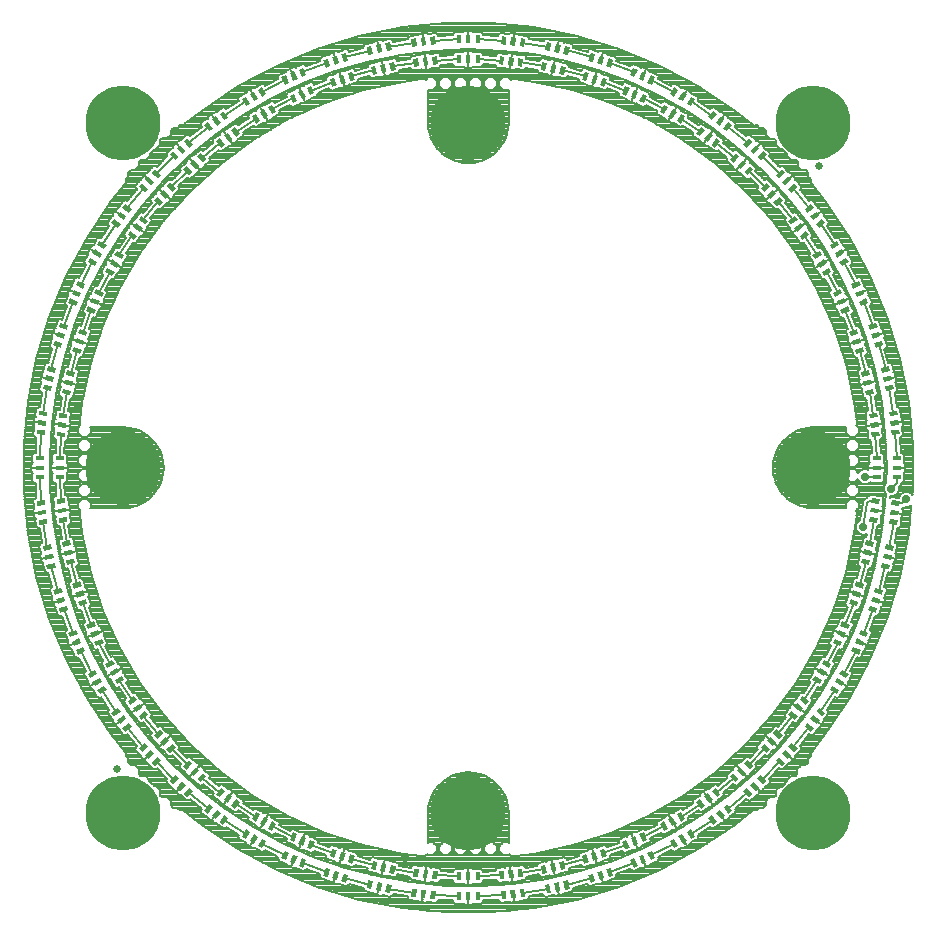
<source format=gtl>
G75*
%MOIN*%
%OFA0B0*%
%FSLAX25Y25*%
%IPPOS*%
%LPD*%
%AMOC8*
5,1,8,0,0,1.08239X$1,22.5*
%
%ADD10R,0.02756X0.01575*%
%ADD11R,0.01575X0.02756*%
%ADD12C,0.25000*%
%ADD13C,0.02500*%
%ADD14C,0.00800*%
%ADD15C,0.02900*%
%ADD16C,0.00700*%
D10*
G36*
X0150274Y0252216D02*
X0149701Y0249521D01*
X0148162Y0249848D01*
X0148735Y0252543D01*
X0150274Y0252216D01*
G37*
G36*
X0147194Y0252871D02*
X0146621Y0250176D01*
X0145082Y0250503D01*
X0145655Y0253198D01*
X0147194Y0252871D01*
G37*
G36*
X0144113Y0253526D02*
X0143540Y0250831D01*
X0142001Y0251158D01*
X0142574Y0253853D01*
X0144113Y0253526D01*
G37*
G36*
X0145504Y0260072D02*
X0144931Y0257377D01*
X0143392Y0257704D01*
X0143965Y0260399D01*
X0145504Y0260072D01*
G37*
G36*
X0148585Y0259417D02*
X0148012Y0256722D01*
X0146473Y0257049D01*
X0147046Y0259744D01*
X0148585Y0259417D01*
G37*
G36*
X0151666Y0258762D02*
X0151093Y0256067D01*
X0149554Y0256394D01*
X0150127Y0259089D01*
X0151666Y0258762D01*
G37*
G36*
X0159357Y0257575D02*
X0159069Y0254835D01*
X0157505Y0254999D01*
X0157793Y0257739D01*
X0159357Y0257575D01*
G37*
G36*
X0162489Y0257246D02*
X0162201Y0254506D01*
X0160637Y0254670D01*
X0160925Y0257410D01*
X0162489Y0257246D01*
G37*
G36*
X0165621Y0256917D02*
X0165333Y0254177D01*
X0163769Y0254341D01*
X0164057Y0257081D01*
X0165621Y0256917D01*
G37*
G36*
X0164922Y0250261D02*
X0164634Y0247521D01*
X0163070Y0247685D01*
X0163358Y0250425D01*
X0164922Y0250261D01*
G37*
G36*
X0161790Y0250590D02*
X0161502Y0247850D01*
X0159938Y0248014D01*
X0160226Y0250754D01*
X0161790Y0250590D01*
G37*
G36*
X0158657Y0250919D02*
X0158369Y0248179D01*
X0156805Y0248343D01*
X0157093Y0251083D01*
X0158657Y0250919D01*
G37*
G36*
X0137947Y0262016D02*
X0137095Y0259396D01*
X0135599Y0259882D01*
X0136451Y0262502D01*
X0137947Y0262016D01*
G37*
G36*
X0134951Y0262990D02*
X0134099Y0260370D01*
X0132603Y0260856D01*
X0133455Y0263476D01*
X0134951Y0262990D01*
G37*
G36*
X0131956Y0263963D02*
X0131104Y0261343D01*
X0129608Y0261829D01*
X0130460Y0264449D01*
X0131956Y0263963D01*
G37*
G36*
X0129888Y0257598D02*
X0129036Y0254978D01*
X0127540Y0255464D01*
X0128392Y0258084D01*
X0129888Y0257598D01*
G37*
G36*
X0132883Y0256624D02*
X0132031Y0254004D01*
X0130535Y0254490D01*
X0131387Y0257110D01*
X0132883Y0256624D01*
G37*
G36*
X0135879Y0255651D02*
X0135027Y0253031D01*
X0133531Y0253517D01*
X0134383Y0256137D01*
X0135879Y0255651D01*
G37*
G36*
X0124611Y0266674D02*
X0123490Y0264158D01*
X0122053Y0264798D01*
X0123174Y0267314D01*
X0124611Y0266674D01*
G37*
G36*
X0121733Y0267955D02*
X0120612Y0265439D01*
X0119175Y0266079D01*
X0120296Y0268595D01*
X0121733Y0267955D01*
G37*
G36*
X0118856Y0269236D02*
X0117735Y0266720D01*
X0116298Y0267360D01*
X0117419Y0269876D01*
X0118856Y0269236D01*
G37*
G36*
X0116134Y0263122D02*
X0115013Y0260606D01*
X0113576Y0261246D01*
X0114697Y0263762D01*
X0116134Y0263122D01*
G37*
G36*
X0119011Y0261841D02*
X0117890Y0259325D01*
X0116453Y0259965D01*
X0117574Y0262481D01*
X0119011Y0261841D01*
G37*
G36*
X0121889Y0260560D02*
X0120768Y0258044D01*
X0119331Y0258684D01*
X0120452Y0261200D01*
X0121889Y0260560D01*
G37*
G36*
X0108498Y0266906D02*
X0107121Y0264521D01*
X0105758Y0265308D01*
X0107135Y0267693D01*
X0108498Y0266906D01*
G37*
G36*
X0105770Y0268481D02*
X0104393Y0266096D01*
X0103030Y0266883D01*
X0104407Y0269268D01*
X0105770Y0268481D01*
G37*
G36*
X0103042Y0270056D02*
X0101665Y0267671D01*
X0100302Y0268458D01*
X0101679Y0270843D01*
X0103042Y0270056D01*
G37*
G36*
X0106389Y0275852D02*
X0105012Y0273467D01*
X0103649Y0274254D01*
X0105026Y0276639D01*
X0106389Y0275852D01*
G37*
G36*
X0109117Y0274277D02*
X0107740Y0271892D01*
X0106377Y0272679D01*
X0107754Y0275064D01*
X0109117Y0274277D01*
G37*
G36*
X0111844Y0272702D02*
X0110467Y0270317D01*
X0109104Y0271104D01*
X0110481Y0273489D01*
X0111844Y0272702D01*
G37*
G36*
X0099794Y0280048D02*
X0098175Y0277819D01*
X0096902Y0278744D01*
X0098521Y0280973D01*
X0099794Y0280048D01*
G37*
G36*
X0097246Y0281899D02*
X0095627Y0279670D01*
X0094354Y0280595D01*
X0095973Y0282824D01*
X0097246Y0281899D01*
G37*
G36*
X0094698Y0283751D02*
X0093079Y0281522D01*
X0091806Y0282447D01*
X0093425Y0284676D01*
X0094698Y0283751D01*
G37*
G36*
X0090764Y0278336D02*
X0089145Y0276107D01*
X0087872Y0277032D01*
X0089491Y0279261D01*
X0090764Y0278336D01*
G37*
G36*
X0093312Y0276485D02*
X0091693Y0274256D01*
X0090420Y0275181D01*
X0092039Y0277410D01*
X0093312Y0276485D01*
G37*
G36*
X0095860Y0274633D02*
X0094241Y0272404D01*
X0092968Y0273329D01*
X0094587Y0275558D01*
X0095860Y0274633D01*
G37*
G36*
X0084071Y0283663D02*
X0082228Y0281616D01*
X0081059Y0282669D01*
X0082902Y0284716D01*
X0084071Y0283663D01*
G37*
G36*
X0081730Y0285770D02*
X0079887Y0283723D01*
X0078718Y0284776D01*
X0080561Y0286823D01*
X0081730Y0285770D01*
G37*
G36*
X0079389Y0287878D02*
X0077546Y0285831D01*
X0076377Y0286884D01*
X0078220Y0288931D01*
X0079389Y0287878D01*
G37*
G36*
X0083868Y0292851D02*
X0082025Y0290804D01*
X0080856Y0291857D01*
X0082699Y0293904D01*
X0083868Y0292851D01*
G37*
G36*
X0086209Y0290744D02*
X0084366Y0288697D01*
X0083197Y0289750D01*
X0085040Y0291797D01*
X0086209Y0290744D01*
G37*
G36*
X0088549Y0288636D02*
X0086706Y0286589D01*
X0085537Y0287642D01*
X0087380Y0289689D01*
X0088549Y0288636D01*
G37*
G36*
X0078318Y0298306D02*
X0076271Y0296463D01*
X0075218Y0297632D01*
X0077265Y0299475D01*
X0078318Y0298306D01*
G37*
G36*
X0076210Y0300646D02*
X0074163Y0298803D01*
X0073110Y0299972D01*
X0075157Y0301815D01*
X0076210Y0300646D01*
G37*
G36*
X0074103Y0302987D02*
X0072056Y0301144D01*
X0071003Y0302313D01*
X0073050Y0304156D01*
X0074103Y0302987D01*
G37*
G36*
X0069129Y0298508D02*
X0067082Y0296665D01*
X0066029Y0297834D01*
X0068076Y0299677D01*
X0069129Y0298508D01*
G37*
G36*
X0071236Y0296168D02*
X0069189Y0294325D01*
X0068136Y0295494D01*
X0070183Y0297337D01*
X0071236Y0296168D01*
G37*
G36*
X0073344Y0293827D02*
X0071297Y0291984D01*
X0070244Y0293153D01*
X0072291Y0294996D01*
X0073344Y0293827D01*
G37*
G36*
X0069129Y0308992D02*
X0066900Y0307373D01*
X0065975Y0308646D01*
X0068204Y0310265D01*
X0069129Y0308992D01*
G37*
G36*
X0067278Y0311540D02*
X0065049Y0309921D01*
X0064124Y0311194D01*
X0066353Y0312813D01*
X0067278Y0311540D01*
G37*
G36*
X0065426Y0314088D02*
X0063197Y0312469D01*
X0062272Y0313742D01*
X0064501Y0315361D01*
X0065426Y0314088D01*
G37*
G36*
X0060012Y0310154D02*
X0057783Y0308535D01*
X0056858Y0309808D01*
X0059087Y0311427D01*
X0060012Y0310154D01*
G37*
G36*
X0061863Y0307606D02*
X0059634Y0305987D01*
X0058709Y0307260D01*
X0060938Y0308879D01*
X0061863Y0307606D01*
G37*
G36*
X0063714Y0305058D02*
X0061485Y0303439D01*
X0060560Y0304712D01*
X0062789Y0306331D01*
X0063714Y0305058D01*
G37*
G36*
X0055316Y0317266D02*
X0052931Y0315889D01*
X0052144Y0317252D01*
X0054529Y0318629D01*
X0055316Y0317266D01*
G37*
G36*
X0053741Y0319994D02*
X0051356Y0318617D01*
X0050569Y0319980D01*
X0052954Y0321357D01*
X0053741Y0319994D01*
G37*
G36*
X0052166Y0322721D02*
X0049781Y0321344D01*
X0048994Y0322707D01*
X0051379Y0324084D01*
X0052166Y0322721D01*
G37*
G36*
X0057963Y0326068D02*
X0055578Y0324691D01*
X0054791Y0326054D01*
X0057176Y0327431D01*
X0057963Y0326068D01*
G37*
G36*
X0059537Y0323340D02*
X0057152Y0321963D01*
X0056365Y0323326D01*
X0058750Y0324703D01*
X0059537Y0323340D01*
G37*
G36*
X0061112Y0320613D02*
X0058727Y0319236D01*
X0057940Y0320599D01*
X0060325Y0321976D01*
X0061112Y0320613D01*
G37*
G36*
X0054290Y0332966D02*
X0051774Y0331845D01*
X0051134Y0333282D01*
X0053650Y0334403D01*
X0054290Y0332966D01*
G37*
G36*
X0053008Y0335843D02*
X0050492Y0334722D01*
X0049852Y0336159D01*
X0052368Y0337280D01*
X0053008Y0335843D01*
G37*
G36*
X0051727Y0338720D02*
X0049211Y0337599D01*
X0048571Y0339036D01*
X0051087Y0340157D01*
X0051727Y0338720D01*
G37*
G36*
X0045613Y0335998D02*
X0043097Y0334877D01*
X0042457Y0336314D01*
X0044973Y0337435D01*
X0045613Y0335998D01*
G37*
G36*
X0046894Y0333121D02*
X0044378Y0332000D01*
X0043738Y0333437D01*
X0046254Y0334558D01*
X0046894Y0333121D01*
G37*
G36*
X0048175Y0330244D02*
X0045659Y0329123D01*
X0045019Y0330560D01*
X0047535Y0331681D01*
X0048175Y0330244D01*
G37*
G36*
X0042537Y0343938D02*
X0039917Y0343086D01*
X0039431Y0344582D01*
X0042051Y0345434D01*
X0042537Y0343938D01*
G37*
G36*
X0041564Y0346934D02*
X0038944Y0346082D01*
X0038458Y0347578D01*
X0041078Y0348430D01*
X0041564Y0346934D01*
G37*
G36*
X0040590Y0349929D02*
X0037970Y0349077D01*
X0037484Y0350573D01*
X0040104Y0351425D01*
X0040590Y0349929D01*
G37*
G36*
X0046956Y0351998D02*
X0044336Y0351146D01*
X0043850Y0352642D01*
X0046470Y0353494D01*
X0046956Y0351998D01*
G37*
G36*
X0047929Y0349002D02*
X0045309Y0348150D01*
X0044823Y0349646D01*
X0047443Y0350498D01*
X0047929Y0349002D01*
G37*
G36*
X0048902Y0346007D02*
X0046282Y0345155D01*
X0045796Y0346651D01*
X0048416Y0347503D01*
X0048902Y0346007D01*
G37*
G36*
X0044813Y0359532D02*
X0042118Y0358959D01*
X0041791Y0360498D01*
X0044486Y0361071D01*
X0044813Y0359532D01*
G37*
G36*
X0044158Y0362613D02*
X0041463Y0362040D01*
X0041136Y0363579D01*
X0043831Y0364152D01*
X0044158Y0362613D01*
G37*
G36*
X0043503Y0365694D02*
X0040808Y0365121D01*
X0040481Y0366660D01*
X0043176Y0367233D01*
X0043503Y0365694D01*
G37*
G36*
X0042213Y0373399D02*
X0039473Y0373111D01*
X0039309Y0374675D01*
X0042049Y0374963D01*
X0042213Y0373399D01*
G37*
G36*
X0041883Y0376532D02*
X0039143Y0376244D01*
X0038979Y0377808D01*
X0041719Y0378096D01*
X0041883Y0376532D01*
G37*
G36*
X0041554Y0379664D02*
X0038814Y0379376D01*
X0038650Y0380940D01*
X0041390Y0381228D01*
X0041554Y0379664D01*
G37*
X0039670Y0388250D03*
X0039670Y0391400D03*
X0039670Y0394550D03*
G36*
X0041380Y0401582D02*
X0038640Y0401870D01*
X0038804Y0403434D01*
X0041544Y0403146D01*
X0041380Y0401582D01*
G37*
G36*
X0041709Y0404714D02*
X0038969Y0405002D01*
X0039133Y0406566D01*
X0041873Y0406278D01*
X0041709Y0404714D01*
G37*
G36*
X0042039Y0407847D02*
X0039299Y0408135D01*
X0039463Y0409699D01*
X0042203Y0409411D01*
X0042039Y0407847D01*
G37*
G36*
X0035382Y0408546D02*
X0032642Y0408834D01*
X0032806Y0410398D01*
X0035546Y0410110D01*
X0035382Y0408546D01*
G37*
G36*
X0035053Y0405414D02*
X0032313Y0405702D01*
X0032477Y0407266D01*
X0035217Y0406978D01*
X0035053Y0405414D01*
G37*
G36*
X0034724Y0402281D02*
X0031984Y0402569D01*
X0032148Y0404133D01*
X0034888Y0403845D01*
X0034724Y0402281D01*
G37*
X0032977Y0394550D03*
X0032977Y0391400D03*
X0032977Y0388250D03*
G36*
X0034898Y0378965D02*
X0032158Y0378677D01*
X0031994Y0380241D01*
X0034734Y0380529D01*
X0034898Y0378965D01*
G37*
G36*
X0035227Y0375832D02*
X0032487Y0375544D01*
X0032323Y0377108D01*
X0035063Y0377396D01*
X0035227Y0375832D01*
G37*
G36*
X0035556Y0372700D02*
X0032816Y0372412D01*
X0032652Y0373976D01*
X0035392Y0374264D01*
X0035556Y0372700D01*
G37*
G36*
X0036956Y0364302D02*
X0034261Y0363729D01*
X0033934Y0365268D01*
X0036629Y0365841D01*
X0036956Y0364302D01*
G37*
G36*
X0037611Y0361221D02*
X0034916Y0360648D01*
X0034589Y0362187D01*
X0037284Y0362760D01*
X0037611Y0361221D01*
G37*
G36*
X0038266Y0358140D02*
X0035571Y0357567D01*
X0035244Y0359106D01*
X0037939Y0359679D01*
X0038266Y0358140D01*
G37*
G36*
X0043206Y0415587D02*
X0040511Y0416160D01*
X0040838Y0417699D01*
X0043533Y0417126D01*
X0043206Y0415587D01*
G37*
G36*
X0043861Y0418668D02*
X0041166Y0419241D01*
X0041493Y0420780D01*
X0044188Y0420207D01*
X0043861Y0418668D01*
G37*
G36*
X0044516Y0421749D02*
X0041821Y0422322D01*
X0042148Y0423861D01*
X0044843Y0423288D01*
X0044516Y0421749D01*
G37*
G36*
X0046460Y0429316D02*
X0043840Y0430168D01*
X0044326Y0431664D01*
X0046946Y0430812D01*
X0046460Y0429316D01*
G37*
G36*
X0047433Y0432312D02*
X0044813Y0433164D01*
X0045299Y0434660D01*
X0047919Y0433808D01*
X0047433Y0432312D01*
G37*
G36*
X0048406Y0435307D02*
X0045786Y0436159D01*
X0046272Y0437655D01*
X0048892Y0436803D01*
X0048406Y0435307D01*
G37*
G36*
X0051087Y0442613D02*
X0048571Y0443734D01*
X0049211Y0445171D01*
X0051727Y0444050D01*
X0051087Y0442613D01*
G37*
G36*
X0052368Y0445490D02*
X0049852Y0446611D01*
X0050492Y0448048D01*
X0053008Y0446927D01*
X0052368Y0445490D01*
G37*
G36*
X0053650Y0448367D02*
X0051134Y0449488D01*
X0051774Y0450925D01*
X0054290Y0449804D01*
X0053650Y0448367D01*
G37*
G36*
X0057156Y0455379D02*
X0054771Y0456756D01*
X0055558Y0458119D01*
X0057943Y0456742D01*
X0057156Y0455379D01*
G37*
G36*
X0058730Y0458107D02*
X0056345Y0459484D01*
X0057132Y0460847D01*
X0059517Y0459470D01*
X0058730Y0458107D01*
G37*
G36*
X0060305Y0460834D02*
X0057920Y0462211D01*
X0058707Y0463574D01*
X0061092Y0462197D01*
X0060305Y0460834D01*
G37*
G36*
X0054509Y0464181D02*
X0052124Y0465558D01*
X0052911Y0466921D01*
X0055296Y0465544D01*
X0054509Y0464181D01*
G37*
G36*
X0052934Y0461453D02*
X0050549Y0462830D01*
X0051336Y0464193D01*
X0053721Y0462816D01*
X0052934Y0461453D01*
G37*
G36*
X0051359Y0458726D02*
X0048974Y0460103D01*
X0049761Y0461466D01*
X0052146Y0460089D01*
X0051359Y0458726D01*
G37*
G36*
X0047535Y0451089D02*
X0045019Y0452210D01*
X0045659Y0453647D01*
X0048175Y0452526D01*
X0047535Y0451089D01*
G37*
G36*
X0046254Y0448212D02*
X0043738Y0449333D01*
X0044378Y0450770D01*
X0046894Y0449649D01*
X0046254Y0448212D01*
G37*
G36*
X0044973Y0445335D02*
X0042457Y0446456D01*
X0043097Y0447893D01*
X0045613Y0446772D01*
X0044973Y0445335D01*
G37*
G36*
X0042041Y0437376D02*
X0039421Y0438228D01*
X0039907Y0439724D01*
X0042527Y0438872D01*
X0042041Y0437376D01*
G37*
G36*
X0041068Y0434380D02*
X0038448Y0435232D01*
X0038934Y0436728D01*
X0041554Y0435876D01*
X0041068Y0434380D01*
G37*
G36*
X0040094Y0431385D02*
X0037474Y0432237D01*
X0037960Y0433733D01*
X0040580Y0432881D01*
X0040094Y0431385D01*
G37*
G36*
X0037969Y0423141D02*
X0035274Y0423714D01*
X0035601Y0425253D01*
X0038296Y0424680D01*
X0037969Y0423141D01*
G37*
G36*
X0037314Y0420060D02*
X0034619Y0420633D01*
X0034946Y0422172D01*
X0037641Y0421599D01*
X0037314Y0420060D01*
G37*
G36*
X0036659Y0416979D02*
X0033964Y0417552D01*
X0034291Y0419091D01*
X0036986Y0418518D01*
X0036659Y0416979D01*
G37*
G36*
X0064501Y0467419D02*
X0062272Y0469038D01*
X0063197Y0470311D01*
X0065426Y0468692D01*
X0064501Y0467419D01*
G37*
G36*
X0066353Y0469967D02*
X0064124Y0471586D01*
X0065049Y0472859D01*
X0067278Y0471240D01*
X0066353Y0469967D01*
G37*
G36*
X0068204Y0472515D02*
X0065975Y0474134D01*
X0066900Y0475407D01*
X0069129Y0473788D01*
X0068204Y0472515D01*
G37*
G36*
X0073060Y0478684D02*
X0071013Y0480527D01*
X0072066Y0481696D01*
X0074113Y0479853D01*
X0073060Y0478684D01*
G37*
G36*
X0075167Y0481025D02*
X0073120Y0482868D01*
X0074173Y0484037D01*
X0076220Y0482194D01*
X0075167Y0481025D01*
G37*
G36*
X0077275Y0483365D02*
X0075228Y0485208D01*
X0076281Y0486377D01*
X0078328Y0484534D01*
X0077275Y0483365D01*
G37*
G36*
X0082699Y0488926D02*
X0080856Y0490973D01*
X0082025Y0492026D01*
X0083868Y0489979D01*
X0082699Y0488926D01*
G37*
G36*
X0085040Y0491033D02*
X0083197Y0493080D01*
X0084366Y0494133D01*
X0086209Y0492086D01*
X0085040Y0491033D01*
G37*
G36*
X0087380Y0493141D02*
X0085537Y0495188D01*
X0086706Y0496241D01*
X0088549Y0494194D01*
X0087380Y0493141D01*
G37*
G36*
X0082902Y0498114D02*
X0081059Y0500161D01*
X0082228Y0501214D01*
X0084071Y0499167D01*
X0082902Y0498114D01*
G37*
G36*
X0080561Y0496007D02*
X0078718Y0498054D01*
X0079887Y0499107D01*
X0081730Y0497060D01*
X0080561Y0496007D01*
G37*
G36*
X0078220Y0493899D02*
X0076377Y0495946D01*
X0077546Y0496999D01*
X0079389Y0494952D01*
X0078220Y0493899D01*
G37*
G36*
X0072301Y0487844D02*
X0070254Y0489687D01*
X0071307Y0490856D01*
X0073354Y0489013D01*
X0072301Y0487844D01*
G37*
G36*
X0070193Y0485503D02*
X0068146Y0487346D01*
X0069199Y0488515D01*
X0071246Y0486672D01*
X0070193Y0485503D01*
G37*
G36*
X0068086Y0483163D02*
X0066039Y0485006D01*
X0067092Y0486175D01*
X0069139Y0484332D01*
X0068086Y0483163D01*
G37*
G36*
X0062789Y0476449D02*
X0060560Y0478068D01*
X0061485Y0479341D01*
X0063714Y0477722D01*
X0062789Y0476449D01*
G37*
G36*
X0060938Y0473901D02*
X0058709Y0475520D01*
X0059634Y0476793D01*
X0061863Y0475174D01*
X0060938Y0473901D01*
G37*
G36*
X0059087Y0471353D02*
X0056858Y0472972D01*
X0057783Y0474245D01*
X0060012Y0472626D01*
X0059087Y0471353D01*
G37*
G36*
X0089481Y0503519D02*
X0087862Y0505748D01*
X0089135Y0506673D01*
X0090754Y0504444D01*
X0089481Y0503519D01*
G37*
G36*
X0092029Y0505370D02*
X0090410Y0507599D01*
X0091683Y0508524D01*
X0093302Y0506295D01*
X0092029Y0505370D01*
G37*
G36*
X0094577Y0507222D02*
X0092958Y0509451D01*
X0094231Y0510376D01*
X0095850Y0508147D01*
X0094577Y0507222D01*
G37*
G36*
X0098511Y0501807D02*
X0096892Y0504036D01*
X0098165Y0504961D01*
X0099784Y0502732D01*
X0098511Y0501807D01*
G37*
G36*
X0095963Y0499956D02*
X0094344Y0502185D01*
X0095617Y0503110D01*
X0097236Y0500881D01*
X0095963Y0499956D01*
G37*
G36*
X0093415Y0498104D02*
X0091796Y0500333D01*
X0093069Y0501258D01*
X0094688Y0499029D01*
X0093415Y0498104D01*
G37*
G36*
X0105046Y0506141D02*
X0103669Y0508526D01*
X0105032Y0509313D01*
X0106409Y0506928D01*
X0105046Y0506141D01*
G37*
G36*
X0107774Y0507716D02*
X0106397Y0510101D01*
X0107760Y0510888D01*
X0109137Y0508503D01*
X0107774Y0507716D01*
G37*
G36*
X0110501Y0509291D02*
X0109124Y0511676D01*
X0110487Y0512463D01*
X0111864Y0510078D01*
X0110501Y0509291D01*
G37*
G36*
X0104427Y0513512D02*
X0103050Y0515897D01*
X0104413Y0516684D01*
X0105790Y0514299D01*
X0104427Y0513512D01*
G37*
G36*
X0101699Y0511937D02*
X0100322Y0514322D01*
X0101685Y0515109D01*
X0103062Y0512724D01*
X0101699Y0511937D01*
G37*
G36*
X0107155Y0515087D02*
X0105778Y0517472D01*
X0107141Y0518259D01*
X0108518Y0515874D01*
X0107155Y0515087D01*
G37*
G36*
X0114667Y0519068D02*
X0113546Y0521584D01*
X0114983Y0522224D01*
X0116104Y0519708D01*
X0114667Y0519068D01*
G37*
G36*
X0117544Y0520349D02*
X0116423Y0522865D01*
X0117860Y0523505D01*
X0118981Y0520989D01*
X0117544Y0520349D01*
G37*
G36*
X0120422Y0521630D02*
X0119301Y0524146D01*
X0120738Y0524786D01*
X0121859Y0522270D01*
X0120422Y0521630D01*
G37*
G36*
X0123144Y0515516D02*
X0122023Y0518032D01*
X0123460Y0518672D01*
X0124581Y0516156D01*
X0123144Y0515516D01*
G37*
G36*
X0120266Y0514235D02*
X0119145Y0516751D01*
X0120582Y0517391D01*
X0121703Y0514875D01*
X0120266Y0514235D01*
G37*
G36*
X0117389Y0512954D02*
X0116268Y0515470D01*
X0117705Y0516110D01*
X0118826Y0513594D01*
X0117389Y0512954D01*
G37*
G36*
X0128392Y0524706D02*
X0127540Y0527326D01*
X0129036Y0527812D01*
X0129888Y0525192D01*
X0128392Y0524706D01*
G37*
G36*
X0131387Y0525680D02*
X0130535Y0528300D01*
X0132031Y0528786D01*
X0132883Y0526166D01*
X0131387Y0525680D01*
G37*
G36*
X0134383Y0526653D02*
X0133531Y0529273D01*
X0135027Y0529759D01*
X0135879Y0527139D01*
X0134383Y0526653D01*
G37*
G36*
X0136451Y0520288D02*
X0135599Y0522908D01*
X0137095Y0523394D01*
X0137947Y0520774D01*
X0136451Y0520288D01*
G37*
G36*
X0133455Y0519314D02*
X0132603Y0521934D01*
X0134099Y0522420D01*
X0134951Y0519800D01*
X0133455Y0519314D01*
G37*
G36*
X0130460Y0518341D02*
X0129608Y0520961D01*
X0131104Y0521447D01*
X0131956Y0518827D01*
X0130460Y0518341D01*
G37*
G36*
X0143955Y0522401D02*
X0143382Y0525096D01*
X0144921Y0525423D01*
X0145494Y0522728D01*
X0143955Y0522401D01*
G37*
G36*
X0147036Y0523056D02*
X0146463Y0525751D01*
X0148002Y0526078D01*
X0148575Y0523383D01*
X0147036Y0523056D01*
G37*
G36*
X0150117Y0523711D02*
X0149544Y0526406D01*
X0151083Y0526733D01*
X0151656Y0524038D01*
X0150117Y0523711D01*
G37*
G36*
X0148725Y0530257D02*
X0148152Y0532952D01*
X0149691Y0533279D01*
X0150264Y0530584D01*
X0148725Y0530257D01*
G37*
G36*
X0145645Y0529602D02*
X0145072Y0532297D01*
X0146611Y0532624D01*
X0147184Y0529929D01*
X0145645Y0529602D01*
G37*
G36*
X0142564Y0528947D02*
X0141991Y0531642D01*
X0143530Y0531969D01*
X0144103Y0529274D01*
X0142564Y0528947D01*
G37*
G36*
X0157123Y0531687D02*
X0156835Y0534427D01*
X0158399Y0534591D01*
X0158687Y0531851D01*
X0157123Y0531687D01*
G37*
G36*
X0160256Y0532016D02*
X0159968Y0534756D01*
X0161532Y0534920D01*
X0161820Y0532180D01*
X0160256Y0532016D01*
G37*
G36*
X0163388Y0532345D02*
X0163100Y0535085D01*
X0164664Y0535249D01*
X0164952Y0532509D01*
X0163388Y0532345D01*
G37*
G36*
X0164087Y0525689D02*
X0163799Y0528429D01*
X0165363Y0528593D01*
X0165651Y0525853D01*
X0164087Y0525689D01*
G37*
G36*
X0160955Y0525360D02*
X0160667Y0528100D01*
X0162231Y0528264D01*
X0162519Y0525524D01*
X0160955Y0525360D01*
G37*
G36*
X0157823Y0525031D02*
X0157535Y0527771D01*
X0159099Y0527935D01*
X0159387Y0525195D01*
X0157823Y0525031D01*
G37*
G36*
X0186015Y0525863D02*
X0186303Y0528603D01*
X0187867Y0528439D01*
X0187579Y0525699D01*
X0186015Y0525863D01*
G37*
G36*
X0189148Y0525534D02*
X0189436Y0528274D01*
X0191000Y0528110D01*
X0190712Y0525370D01*
X0189148Y0525534D01*
G37*
G36*
X0192280Y0525205D02*
X0192568Y0527945D01*
X0194132Y0527781D01*
X0193844Y0525041D01*
X0192280Y0525205D01*
G37*
G36*
X0192979Y0531861D02*
X0193267Y0534601D01*
X0194831Y0534437D01*
X0194543Y0531697D01*
X0192979Y0531861D01*
G37*
G36*
X0189847Y0532190D02*
X0190135Y0534930D01*
X0191699Y0534766D01*
X0191411Y0532026D01*
X0189847Y0532190D01*
G37*
G36*
X0186715Y0532519D02*
X0187003Y0535259D01*
X0188567Y0535095D01*
X0188279Y0532355D01*
X0186715Y0532519D01*
G37*
G36*
X0201402Y0530614D02*
X0201975Y0533309D01*
X0203514Y0532982D01*
X0202941Y0530287D01*
X0201402Y0530614D01*
G37*
G36*
X0204483Y0529959D02*
X0205056Y0532654D01*
X0206595Y0532327D01*
X0206022Y0529632D01*
X0204483Y0529959D01*
G37*
G36*
X0207564Y0529304D02*
X0208137Y0531999D01*
X0209676Y0531672D01*
X0209103Y0528977D01*
X0207564Y0529304D01*
G37*
G36*
X0206172Y0522758D02*
X0206745Y0525453D01*
X0208284Y0525126D01*
X0207711Y0522431D01*
X0206172Y0522758D01*
G37*
G36*
X0203092Y0523413D02*
X0203665Y0526108D01*
X0205204Y0525781D01*
X0204631Y0523086D01*
X0203092Y0523413D01*
G37*
G36*
X0200011Y0524068D02*
X0200584Y0526763D01*
X0202123Y0526436D01*
X0201550Y0523741D01*
X0200011Y0524068D01*
G37*
G36*
X0213750Y0520784D02*
X0214602Y0523404D01*
X0216098Y0522918D01*
X0215246Y0520298D01*
X0213750Y0520784D01*
G37*
G36*
X0216745Y0519810D02*
X0217597Y0522430D01*
X0219093Y0521944D01*
X0218241Y0519324D01*
X0216745Y0519810D01*
G37*
G36*
X0219741Y0518837D02*
X0220593Y0521457D01*
X0222089Y0520971D01*
X0221237Y0518351D01*
X0219741Y0518837D01*
G37*
G36*
X0221809Y0525202D02*
X0222661Y0527822D01*
X0224157Y0527336D01*
X0223305Y0524716D01*
X0221809Y0525202D01*
G37*
G36*
X0218813Y0526176D02*
X0219665Y0528796D01*
X0221161Y0528310D01*
X0220309Y0525690D01*
X0218813Y0526176D01*
G37*
G36*
X0215818Y0527149D02*
X0216670Y0529769D01*
X0218166Y0529283D01*
X0217314Y0526663D01*
X0215818Y0527149D01*
G37*
G36*
X0229788Y0522240D02*
X0230909Y0524756D01*
X0232346Y0524116D01*
X0231225Y0521600D01*
X0229788Y0522240D01*
G37*
G36*
X0232665Y0520959D02*
X0233786Y0523475D01*
X0235223Y0522835D01*
X0234102Y0520319D01*
X0232665Y0520959D01*
G37*
G36*
X0235543Y0519678D02*
X0236664Y0522194D01*
X0238101Y0521554D01*
X0236980Y0519038D01*
X0235543Y0519678D01*
G37*
G36*
X0232821Y0513564D02*
X0233942Y0516080D01*
X0235379Y0515440D01*
X0234258Y0512924D01*
X0232821Y0513564D01*
G37*
G36*
X0229943Y0514845D02*
X0231064Y0517361D01*
X0232501Y0516721D01*
X0231380Y0514205D01*
X0229943Y0514845D01*
G37*
G36*
X0227066Y0516126D02*
X0228187Y0518642D01*
X0229624Y0518002D01*
X0228503Y0515486D01*
X0227066Y0516126D01*
G37*
G36*
X0239822Y0510058D02*
X0241199Y0512443D01*
X0242562Y0511656D01*
X0241185Y0509271D01*
X0239822Y0510058D01*
G37*
G36*
X0242550Y0508483D02*
X0243927Y0510868D01*
X0245290Y0510081D01*
X0243913Y0507696D01*
X0242550Y0508483D01*
G37*
G36*
X0245278Y0506908D02*
X0246655Y0509293D01*
X0248018Y0508506D01*
X0246641Y0506121D01*
X0245278Y0506908D01*
G37*
G36*
X0248624Y0512704D02*
X0250001Y0515089D01*
X0251364Y0514302D01*
X0249987Y0511917D01*
X0248624Y0512704D01*
G37*
G36*
X0245897Y0514279D02*
X0247274Y0516664D01*
X0248637Y0515877D01*
X0247260Y0513492D01*
X0245897Y0514279D01*
G37*
G36*
X0243169Y0515854D02*
X0244546Y0518239D01*
X0245909Y0517452D01*
X0244532Y0515067D01*
X0243169Y0515854D01*
G37*
G36*
X0251862Y0502752D02*
X0253481Y0504981D01*
X0254754Y0504056D01*
X0253135Y0501827D01*
X0251862Y0502752D01*
G37*
G36*
X0254410Y0500901D02*
X0256029Y0503130D01*
X0257302Y0502205D01*
X0255683Y0499976D01*
X0254410Y0500901D01*
G37*
G36*
X0256958Y0499049D02*
X0258577Y0501278D01*
X0259850Y0500353D01*
X0258231Y0498124D01*
X0256958Y0499049D01*
G37*
G36*
X0260892Y0504464D02*
X0262511Y0506693D01*
X0263784Y0505768D01*
X0262165Y0503539D01*
X0260892Y0504464D01*
G37*
G36*
X0258344Y0506315D02*
X0259963Y0508544D01*
X0261236Y0507619D01*
X0259617Y0505390D01*
X0258344Y0506315D01*
G37*
G36*
X0255796Y0508167D02*
X0257415Y0510396D01*
X0258688Y0509471D01*
X0257069Y0507242D01*
X0255796Y0508167D01*
G37*
G36*
X0267566Y0499137D02*
X0269409Y0501184D01*
X0270578Y0500131D01*
X0268735Y0498084D01*
X0267566Y0499137D01*
G37*
G36*
X0269907Y0497030D02*
X0271750Y0499077D01*
X0272919Y0498024D01*
X0271076Y0495977D01*
X0269907Y0497030D01*
G37*
G36*
X0272247Y0494922D02*
X0274090Y0496969D01*
X0275259Y0495916D01*
X0273416Y0493869D01*
X0272247Y0494922D01*
G37*
G36*
X0267769Y0489949D02*
X0269612Y0491996D01*
X0270781Y0490943D01*
X0268938Y0488896D01*
X0267769Y0489949D01*
G37*
G36*
X0265428Y0492056D02*
X0267271Y0494103D01*
X0268440Y0493050D01*
X0266597Y0491003D01*
X0265428Y0492056D01*
G37*
G36*
X0263087Y0494164D02*
X0264930Y0496211D01*
X0266099Y0495158D01*
X0264256Y0493111D01*
X0263087Y0494164D01*
G37*
G36*
X0273339Y0484524D02*
X0275386Y0486367D01*
X0276439Y0485198D01*
X0274392Y0483355D01*
X0273339Y0484524D01*
G37*
G36*
X0275446Y0482184D02*
X0277493Y0484027D01*
X0278546Y0482858D01*
X0276499Y0481015D01*
X0275446Y0482184D01*
G37*
G36*
X0277554Y0479843D02*
X0279601Y0481686D01*
X0280654Y0480517D01*
X0278607Y0478674D01*
X0277554Y0479843D01*
G37*
G36*
X0282528Y0484322D02*
X0284575Y0486165D01*
X0285628Y0484996D01*
X0283581Y0483153D01*
X0282528Y0484322D01*
G37*
G36*
X0280420Y0486662D02*
X0282467Y0488505D01*
X0283520Y0487336D01*
X0281473Y0485493D01*
X0280420Y0486662D01*
G37*
G36*
X0278313Y0489003D02*
X0280360Y0490846D01*
X0281413Y0489677D01*
X0279366Y0487834D01*
X0278313Y0489003D01*
G37*
G36*
X0287982Y0477722D02*
X0290211Y0479341D01*
X0291136Y0478068D01*
X0288907Y0476449D01*
X0287982Y0477722D01*
G37*
G36*
X0289834Y0475174D02*
X0292063Y0476793D01*
X0292988Y0475520D01*
X0290759Y0473901D01*
X0289834Y0475174D01*
G37*
G36*
X0291685Y0472626D02*
X0293914Y0474245D01*
X0294839Y0472972D01*
X0292610Y0471353D01*
X0291685Y0472626D01*
G37*
G36*
X0286270Y0468692D02*
X0288499Y0470311D01*
X0289424Y0469038D01*
X0287195Y0467419D01*
X0286270Y0468692D01*
G37*
G36*
X0284419Y0471240D02*
X0286648Y0472859D01*
X0287573Y0471586D01*
X0285344Y0469967D01*
X0284419Y0471240D01*
G37*
G36*
X0282568Y0473788D02*
X0284797Y0475407D01*
X0285722Y0474134D01*
X0283493Y0472515D01*
X0282568Y0473788D01*
G37*
G36*
X0290574Y0462207D02*
X0292959Y0463584D01*
X0293746Y0462221D01*
X0291361Y0460844D01*
X0290574Y0462207D01*
G37*
G36*
X0292149Y0459480D02*
X0294534Y0460857D01*
X0295321Y0459494D01*
X0292936Y0458117D01*
X0292149Y0459480D01*
G37*
G36*
X0293724Y0456752D02*
X0296109Y0458129D01*
X0296896Y0456766D01*
X0294511Y0455389D01*
X0293724Y0456752D01*
G37*
G36*
X0297357Y0449814D02*
X0299873Y0450935D01*
X0300513Y0449498D01*
X0297997Y0448377D01*
X0297357Y0449814D01*
G37*
G36*
X0298638Y0446937D02*
X0301154Y0448058D01*
X0301794Y0446621D01*
X0299278Y0445500D01*
X0298638Y0446937D01*
G37*
G36*
X0299919Y0444060D02*
X0302435Y0445181D01*
X0303075Y0443744D01*
X0300559Y0442623D01*
X0299919Y0444060D01*
G37*
G36*
X0306034Y0446782D02*
X0308550Y0447903D01*
X0309190Y0446466D01*
X0306674Y0445345D01*
X0306034Y0446782D01*
G37*
G36*
X0304752Y0449659D02*
X0307268Y0450780D01*
X0307908Y0449343D01*
X0305392Y0448222D01*
X0304752Y0449659D01*
G37*
G36*
X0303471Y0452536D02*
X0305987Y0453657D01*
X0306627Y0452220D01*
X0304111Y0451099D01*
X0303471Y0452536D01*
G37*
G36*
X0299520Y0460099D02*
X0301905Y0461476D01*
X0302692Y0460113D01*
X0300307Y0458736D01*
X0299520Y0460099D01*
G37*
G36*
X0297945Y0462826D02*
X0300330Y0464203D01*
X0301117Y0462840D01*
X0298732Y0461463D01*
X0297945Y0462826D01*
G37*
G36*
X0296371Y0465554D02*
X0298756Y0466931D01*
X0299543Y0465568D01*
X0297158Y0464191D01*
X0296371Y0465554D01*
G37*
G36*
X0302794Y0436763D02*
X0305414Y0437615D01*
X0305900Y0436119D01*
X0303280Y0435267D01*
X0302794Y0436763D01*
G37*
G36*
X0303768Y0433768D02*
X0306388Y0434620D01*
X0306874Y0433124D01*
X0304254Y0432272D01*
X0303768Y0433768D01*
G37*
G36*
X0304741Y0430772D02*
X0307361Y0431624D01*
X0307847Y0430128D01*
X0305227Y0429276D01*
X0304741Y0430772D01*
G37*
G36*
X0311106Y0432841D02*
X0313726Y0433693D01*
X0314212Y0432197D01*
X0311592Y0431345D01*
X0311106Y0432841D01*
G37*
G36*
X0310133Y0435836D02*
X0312753Y0436688D01*
X0313239Y0435192D01*
X0310619Y0434340D01*
X0310133Y0435836D01*
G37*
G36*
X0309160Y0438832D02*
X0311780Y0439684D01*
X0312266Y0438188D01*
X0309646Y0437336D01*
X0309160Y0438832D01*
G37*
G36*
X0313411Y0424660D02*
X0316106Y0425233D01*
X0316433Y0423694D01*
X0313738Y0423121D01*
X0313411Y0424660D01*
G37*
G36*
X0314066Y0421579D02*
X0316761Y0422152D01*
X0317088Y0420613D01*
X0314393Y0420040D01*
X0314066Y0421579D01*
G37*
G36*
X0314720Y0418498D02*
X0317415Y0419071D01*
X0317742Y0417532D01*
X0315047Y0416959D01*
X0314720Y0418498D01*
G37*
G36*
X0308174Y0417106D02*
X0310869Y0417679D01*
X0311196Y0416140D01*
X0308501Y0415567D01*
X0308174Y0417106D01*
G37*
G36*
X0307519Y0420187D02*
X0310214Y0420760D01*
X0310541Y0419221D01*
X0307846Y0418648D01*
X0307519Y0420187D01*
G37*
G36*
X0306864Y0423268D02*
X0309559Y0423841D01*
X0309886Y0422302D01*
X0307191Y0421729D01*
X0306864Y0423268D01*
G37*
G36*
X0309454Y0409431D02*
X0312194Y0409719D01*
X0312358Y0408155D01*
X0309618Y0407867D01*
X0309454Y0409431D01*
G37*
G36*
X0309783Y0406298D02*
X0312523Y0406586D01*
X0312687Y0405022D01*
X0309947Y0404734D01*
X0309783Y0406298D01*
G37*
G36*
X0310112Y0403166D02*
X0312852Y0403454D01*
X0313016Y0401890D01*
X0310276Y0401602D01*
X0310112Y0403166D01*
G37*
G36*
X0316769Y0403865D02*
X0319509Y0404153D01*
X0319673Y0402589D01*
X0316933Y0402301D01*
X0316769Y0403865D01*
G37*
G36*
X0316439Y0406998D02*
X0319179Y0407286D01*
X0319343Y0405722D01*
X0316603Y0405434D01*
X0316439Y0406998D01*
G37*
G36*
X0316110Y0410130D02*
X0318850Y0410418D01*
X0319014Y0408854D01*
X0316274Y0408566D01*
X0316110Y0410130D01*
G37*
X0318680Y0394550D03*
X0318680Y0391400D03*
X0318680Y0388250D03*
G36*
X0316963Y0380499D02*
X0319703Y0380211D01*
X0319539Y0378647D01*
X0316799Y0378935D01*
X0316963Y0380499D01*
G37*
G36*
X0316633Y0377366D02*
X0319373Y0377078D01*
X0319209Y0375514D01*
X0316469Y0375802D01*
X0316633Y0377366D01*
G37*
G36*
X0316304Y0374234D02*
X0319044Y0373946D01*
X0318880Y0372382D01*
X0316140Y0372670D01*
X0316304Y0374234D01*
G37*
G36*
X0309648Y0374933D02*
X0312388Y0374645D01*
X0312224Y0373081D01*
X0309484Y0373369D01*
X0309648Y0374933D01*
G37*
G36*
X0309977Y0378066D02*
X0312717Y0377778D01*
X0312553Y0376214D01*
X0309813Y0376502D01*
X0309977Y0378066D01*
G37*
G36*
X0310306Y0381198D02*
X0313046Y0380910D01*
X0312882Y0379346D01*
X0310142Y0379634D01*
X0310306Y0381198D01*
G37*
X0311987Y0388250D03*
X0311987Y0391400D03*
X0311987Y0394550D03*
G36*
X0308491Y0367243D02*
X0311186Y0366670D01*
X0310859Y0365131D01*
X0308164Y0365704D01*
X0308491Y0367243D01*
G37*
G36*
X0307836Y0364162D02*
X0310531Y0363589D01*
X0310204Y0362050D01*
X0307509Y0362623D01*
X0307836Y0364162D01*
G37*
G36*
X0307181Y0361081D02*
X0309876Y0360508D01*
X0309549Y0358969D01*
X0306854Y0359542D01*
X0307181Y0361081D01*
G37*
G36*
X0305207Y0353494D02*
X0307827Y0352642D01*
X0307341Y0351146D01*
X0304721Y0351998D01*
X0305207Y0353494D01*
G37*
G36*
X0304234Y0350498D02*
X0306854Y0349646D01*
X0306368Y0348150D01*
X0303748Y0349002D01*
X0304234Y0350498D01*
G37*
G36*
X0303260Y0347503D02*
X0305880Y0346651D01*
X0305394Y0345155D01*
X0302774Y0346007D01*
X0303260Y0347503D01*
G37*
G36*
X0300549Y0340187D02*
X0303065Y0339066D01*
X0302425Y0337629D01*
X0299909Y0338750D01*
X0300549Y0340187D01*
G37*
G36*
X0299268Y0337310D02*
X0301784Y0336189D01*
X0301144Y0334752D01*
X0298628Y0335873D01*
X0299268Y0337310D01*
G37*
G36*
X0297987Y0334433D02*
X0300503Y0333312D01*
X0299863Y0331875D01*
X0297347Y0332996D01*
X0297987Y0334433D01*
G37*
G36*
X0294511Y0327411D02*
X0296896Y0326034D01*
X0296109Y0324671D01*
X0293724Y0326048D01*
X0294511Y0327411D01*
G37*
G36*
X0292936Y0324683D02*
X0295321Y0323306D01*
X0294534Y0321943D01*
X0292149Y0323320D01*
X0292936Y0324683D01*
G37*
G36*
X0291361Y0321956D02*
X0293746Y0320579D01*
X0292959Y0319216D01*
X0290574Y0320593D01*
X0291361Y0321956D01*
G37*
G36*
X0297158Y0318609D02*
X0299543Y0317232D01*
X0298756Y0315869D01*
X0296371Y0317246D01*
X0297158Y0318609D01*
G37*
G36*
X0298732Y0321337D02*
X0301117Y0319960D01*
X0300330Y0318597D01*
X0297945Y0319974D01*
X0298732Y0321337D01*
G37*
G36*
X0300307Y0324064D02*
X0302692Y0322687D01*
X0301905Y0321324D01*
X0299520Y0322701D01*
X0300307Y0324064D01*
G37*
G36*
X0304101Y0331711D02*
X0306617Y0330590D01*
X0305977Y0329153D01*
X0303461Y0330274D01*
X0304101Y0331711D01*
G37*
G36*
X0305382Y0334588D02*
X0307898Y0333467D01*
X0307258Y0332030D01*
X0304742Y0333151D01*
X0305382Y0334588D01*
G37*
G36*
X0306664Y0337465D02*
X0309180Y0336344D01*
X0308540Y0334907D01*
X0306024Y0336028D01*
X0306664Y0337465D01*
G37*
G36*
X0309626Y0345434D02*
X0312246Y0344582D01*
X0311760Y0343086D01*
X0309140Y0343938D01*
X0309626Y0345434D01*
G37*
G36*
X0310599Y0348430D02*
X0313219Y0347578D01*
X0312733Y0346082D01*
X0310113Y0346934D01*
X0310599Y0348430D01*
G37*
G36*
X0311572Y0351425D02*
X0314192Y0350573D01*
X0313706Y0349077D01*
X0311086Y0349929D01*
X0311572Y0351425D01*
G37*
G36*
X0313728Y0359689D02*
X0316423Y0359116D01*
X0316096Y0357577D01*
X0313401Y0358150D01*
X0313728Y0359689D01*
G37*
G36*
X0314383Y0362770D02*
X0317078Y0362197D01*
X0316751Y0360658D01*
X0314056Y0361231D01*
X0314383Y0362770D01*
G37*
G36*
X0315037Y0365851D02*
X0317732Y0365278D01*
X0317405Y0363739D01*
X0314710Y0364312D01*
X0315037Y0365851D01*
G37*
G36*
X0287185Y0315371D02*
X0289414Y0313752D01*
X0288489Y0312479D01*
X0286260Y0314098D01*
X0287185Y0315371D01*
G37*
G36*
X0285334Y0312823D02*
X0287563Y0311204D01*
X0286638Y0309931D01*
X0284409Y0311550D01*
X0285334Y0312823D01*
G37*
G36*
X0283483Y0310275D02*
X0285712Y0308656D01*
X0284787Y0307383D01*
X0282558Y0309002D01*
X0283483Y0310275D01*
G37*
G36*
X0278587Y0304156D02*
X0280634Y0302313D01*
X0279581Y0301144D01*
X0277534Y0302987D01*
X0278587Y0304156D01*
G37*
G36*
X0276479Y0301815D02*
X0278526Y0299972D01*
X0277473Y0298803D01*
X0275426Y0300646D01*
X0276479Y0301815D01*
G37*
G36*
X0274372Y0299475D02*
X0276419Y0297632D01*
X0275366Y0296463D01*
X0273319Y0298306D01*
X0274372Y0299475D01*
G37*
G36*
X0279346Y0294996D02*
X0281393Y0293153D01*
X0280340Y0291984D01*
X0278293Y0293827D01*
X0279346Y0294996D01*
G37*
G36*
X0281453Y0297337D02*
X0283500Y0295494D01*
X0282447Y0294325D01*
X0280400Y0296168D01*
X0281453Y0297337D01*
G37*
G36*
X0283561Y0299677D02*
X0285608Y0297834D01*
X0284555Y0296665D01*
X0282508Y0298508D01*
X0283561Y0299677D01*
G37*
G36*
X0288897Y0306341D02*
X0291126Y0304722D01*
X0290201Y0303449D01*
X0287972Y0305068D01*
X0288897Y0306341D01*
G37*
G36*
X0290749Y0308889D02*
X0292978Y0307270D01*
X0292053Y0305997D01*
X0289824Y0307616D01*
X0290749Y0308889D01*
G37*
G36*
X0292600Y0311437D02*
X0294829Y0309818D01*
X0293904Y0308545D01*
X0291675Y0310164D01*
X0292600Y0311437D01*
G37*
G36*
X0273406Y0288921D02*
X0275249Y0286874D01*
X0274080Y0285821D01*
X0272237Y0287868D01*
X0273406Y0288921D01*
G37*
G36*
X0271066Y0286813D02*
X0272909Y0284766D01*
X0271740Y0283713D01*
X0269897Y0285760D01*
X0271066Y0286813D01*
G37*
G36*
X0268725Y0284706D02*
X0270568Y0282659D01*
X0269399Y0281606D01*
X0267556Y0283653D01*
X0268725Y0284706D01*
G37*
G36*
X0264246Y0289679D02*
X0266089Y0287632D01*
X0264920Y0286579D01*
X0263077Y0288626D01*
X0264246Y0289679D01*
G37*
G36*
X0266587Y0291787D02*
X0268430Y0289740D01*
X0267261Y0288687D01*
X0265418Y0290734D01*
X0266587Y0291787D01*
G37*
G36*
X0268928Y0293894D02*
X0270771Y0291847D01*
X0269602Y0290794D01*
X0267759Y0292841D01*
X0268928Y0293894D01*
G37*
G36*
X0258261Y0284676D02*
X0259880Y0282447D01*
X0258607Y0281522D01*
X0256988Y0283751D01*
X0258261Y0284676D01*
G37*
G36*
X0255713Y0282824D02*
X0257332Y0280595D01*
X0256059Y0279670D01*
X0254440Y0281899D01*
X0255713Y0282824D01*
G37*
G36*
X0253165Y0280973D02*
X0254784Y0278744D01*
X0253511Y0277819D01*
X0251892Y0280048D01*
X0253165Y0280973D01*
G37*
G36*
X0257099Y0275558D02*
X0258718Y0273329D01*
X0257445Y0272404D01*
X0255826Y0274633D01*
X0257099Y0275558D01*
G37*
G36*
X0259647Y0277410D02*
X0261266Y0275181D01*
X0259993Y0274256D01*
X0258374Y0276485D01*
X0259647Y0277410D01*
G37*
G36*
X0262195Y0279261D02*
X0263814Y0277032D01*
X0262541Y0276107D01*
X0260922Y0278336D01*
X0262195Y0279261D01*
G37*
G36*
X0249977Y0270863D02*
X0251354Y0268478D01*
X0249991Y0267691D01*
X0248614Y0270076D01*
X0249977Y0270863D01*
G37*
G36*
X0247250Y0269288D02*
X0248627Y0266903D01*
X0247264Y0266116D01*
X0245887Y0268501D01*
X0247250Y0269288D01*
G37*
G36*
X0244522Y0267713D02*
X0245899Y0265328D01*
X0244536Y0264541D01*
X0243159Y0266926D01*
X0244522Y0267713D01*
G37*
G36*
X0241175Y0273509D02*
X0242552Y0271124D01*
X0241189Y0270337D01*
X0239812Y0272722D01*
X0241175Y0273509D01*
G37*
G36*
X0243903Y0275084D02*
X0245280Y0272699D01*
X0243917Y0271912D01*
X0242540Y0274297D01*
X0243903Y0275084D01*
G37*
G36*
X0246631Y0276659D02*
X0248008Y0274274D01*
X0246645Y0273487D01*
X0245268Y0275872D01*
X0246631Y0276659D01*
G37*
G36*
X0237000Y0263762D02*
X0238121Y0261246D01*
X0236684Y0260606D01*
X0235563Y0263122D01*
X0237000Y0263762D01*
G37*
G36*
X0234122Y0262481D02*
X0235243Y0259965D01*
X0233806Y0259325D01*
X0232685Y0261841D01*
X0234122Y0262481D01*
G37*
G36*
X0231245Y0261200D02*
X0232366Y0258684D01*
X0230929Y0258044D01*
X0229808Y0260560D01*
X0231245Y0261200D01*
G37*
G36*
X0228523Y0267314D02*
X0229644Y0264798D01*
X0228207Y0264158D01*
X0227086Y0266674D01*
X0228523Y0267314D01*
G37*
G36*
X0231400Y0268595D02*
X0232521Y0266079D01*
X0231084Y0265439D01*
X0229963Y0267955D01*
X0231400Y0268595D01*
G37*
G36*
X0234278Y0269876D02*
X0235399Y0267360D01*
X0233962Y0266720D01*
X0232841Y0269236D01*
X0234278Y0269876D01*
G37*
G36*
X0223265Y0258094D02*
X0224117Y0255474D01*
X0222621Y0254988D01*
X0221769Y0257608D01*
X0223265Y0258094D01*
G37*
G36*
X0220269Y0257120D02*
X0221121Y0254500D01*
X0219625Y0254014D01*
X0218773Y0256634D01*
X0220269Y0257120D01*
G37*
G36*
X0217274Y0256147D02*
X0218126Y0253527D01*
X0216630Y0253041D01*
X0215778Y0255661D01*
X0217274Y0256147D01*
G37*
G36*
X0215206Y0262512D02*
X0216058Y0259892D01*
X0214562Y0259406D01*
X0213710Y0262026D01*
X0215206Y0262512D01*
G37*
G36*
X0218201Y0263486D02*
X0219053Y0260866D01*
X0217557Y0260380D01*
X0216705Y0263000D01*
X0218201Y0263486D01*
G37*
G36*
X0221197Y0264459D02*
X0222049Y0261839D01*
X0220553Y0261353D01*
X0219701Y0263973D01*
X0221197Y0264459D01*
G37*
G36*
X0209073Y0253823D02*
X0209646Y0251128D01*
X0208107Y0250801D01*
X0207534Y0253496D01*
X0209073Y0253823D01*
G37*
G36*
X0205992Y0253168D02*
X0206565Y0250473D01*
X0205026Y0250146D01*
X0204453Y0252841D01*
X0205992Y0253168D01*
G37*
G36*
X0202911Y0252513D02*
X0203484Y0249818D01*
X0201945Y0249491D01*
X0201372Y0252186D01*
X0202911Y0252513D01*
G37*
G36*
X0201520Y0259059D02*
X0202093Y0256364D01*
X0200554Y0256037D01*
X0199981Y0258732D01*
X0201520Y0259059D01*
G37*
G36*
X0204601Y0259714D02*
X0205174Y0257019D01*
X0203635Y0256692D01*
X0203062Y0259387D01*
X0204601Y0259714D01*
G37*
G36*
X0207681Y0260369D02*
X0208254Y0257674D01*
X0206715Y0257347D01*
X0206142Y0260042D01*
X0207681Y0260369D01*
G37*
G36*
X0193864Y0257749D02*
X0194152Y0255009D01*
X0192588Y0254845D01*
X0192300Y0257585D01*
X0193864Y0257749D01*
G37*
G36*
X0190732Y0257420D02*
X0191020Y0254680D01*
X0189456Y0254516D01*
X0189168Y0257256D01*
X0190732Y0257420D01*
G37*
G36*
X0187599Y0257091D02*
X0187887Y0254351D01*
X0186323Y0254187D01*
X0186035Y0256927D01*
X0187599Y0257091D01*
G37*
G36*
X0188299Y0250435D02*
X0188587Y0247695D01*
X0187023Y0247531D01*
X0186735Y0250271D01*
X0188299Y0250435D01*
G37*
G36*
X0191431Y0250764D02*
X0191719Y0248024D01*
X0190155Y0247860D01*
X0189867Y0250600D01*
X0191431Y0250764D01*
G37*
G36*
X0194563Y0251093D02*
X0194851Y0248353D01*
X0193287Y0248189D01*
X0192999Y0250929D01*
X0194563Y0251093D01*
G37*
D11*
X0178983Y0248564D03*
X0175833Y0248564D03*
X0172684Y0248564D03*
X0172684Y0255256D03*
X0175833Y0255256D03*
X0178983Y0255256D03*
X0178963Y0527564D03*
X0175813Y0527564D03*
X0172664Y0527564D03*
X0172664Y0534256D03*
X0175813Y0534256D03*
X0178963Y0534256D03*
D12*
X0175833Y0506400D03*
X0060833Y0506400D03*
X0060833Y0391400D03*
X0060833Y0276400D03*
X0175833Y0276400D03*
X0290833Y0276400D03*
X0290833Y0391400D03*
X0290833Y0506400D03*
D13*
X0292833Y0491900D03*
X0058833Y0290900D03*
D14*
X0153932Y0244597D02*
X0168509Y0243156D01*
X0183158Y0243156D01*
X0197735Y0244597D01*
X0212100Y0247464D01*
X0226114Y0251729D01*
X0239640Y0257351D01*
X0252548Y0264277D01*
X0264713Y0272438D01*
X0270434Y0276922D01*
X0270812Y0277300D01*
X0270895Y0277300D01*
X0270959Y0277353D01*
X0271505Y0277300D01*
X0271935Y0277300D01*
X0272675Y0278040D01*
X0274009Y0278040D01*
X0274980Y0278938D01*
X0274980Y0280345D01*
X0276210Y0281575D01*
X0277833Y0281575D01*
X0278443Y0282139D01*
X0278516Y0282265D01*
X0278516Y0283881D01*
X0279746Y0285111D01*
X0280311Y0285111D01*
X0282051Y0286851D01*
X0282051Y0287416D01*
X0283281Y0288646D01*
X0284845Y0288646D01*
X0285095Y0288791D01*
X0285587Y0289323D01*
X0285587Y0290952D01*
X0286817Y0292182D01*
X0288230Y0292182D01*
X0289122Y0293148D01*
X0289122Y0294487D01*
X0289933Y0295298D01*
X0289933Y0295728D01*
X0289881Y0296275D01*
X0289933Y0296339D01*
X0289933Y0296421D01*
X0290311Y0296799D01*
X0294795Y0302520D01*
X0302957Y0314685D01*
X0309882Y0327593D01*
X0315504Y0341119D01*
X0319770Y0355133D01*
X0322637Y0369498D01*
X0323579Y0379040D01*
X0323278Y0378738D01*
X0322341Y0378350D01*
X0321334Y0378350D01*
X0321106Y0378123D01*
X0320590Y0378123D01*
X0320585Y0378077D01*
X0320454Y0377971D01*
X0320578Y0377817D01*
X0320728Y0377480D01*
X0320786Y0377116D01*
X0320684Y0376150D01*
X0317922Y0376440D01*
X0317922Y0376440D01*
X0320684Y0376150D01*
X0320583Y0375183D01*
X0320450Y0374839D01*
X0320234Y0374541D01*
X0320080Y0374417D01*
X0320187Y0374285D01*
X0319927Y0371813D01*
X0319218Y0371239D01*
X0318736Y0371290D01*
X0317942Y0366359D01*
X0318407Y0366260D01*
X0318904Y0365496D01*
X0318387Y0363064D01*
X0318245Y0362972D01*
X0318353Y0362806D01*
X0318467Y0362455D01*
X0318486Y0362087D01*
X0318284Y0361137D01*
X0315567Y0361714D01*
X0315567Y0361714D01*
X0318284Y0361137D01*
X0318082Y0360186D01*
X0317915Y0359858D01*
X0317668Y0359584D01*
X0317502Y0359476D01*
X0317594Y0359334D01*
X0317077Y0356902D01*
X0316313Y0356406D01*
X0315838Y0356507D01*
X0314514Y0351627D01*
X0314966Y0351480D01*
X0315380Y0350668D01*
X0314612Y0348303D01*
X0314461Y0348227D01*
X0314551Y0348050D01*
X0314628Y0347690D01*
X0314608Y0347322D01*
X0314308Y0346397D01*
X0311666Y0347256D01*
X0314308Y0346397D01*
X0314008Y0345473D01*
X0313807Y0345164D01*
X0313533Y0344917D01*
X0313357Y0344828D01*
X0313433Y0344677D01*
X0312665Y0342313D01*
X0311853Y0341899D01*
X0311398Y0342047D01*
X0309604Y0337361D01*
X0310044Y0337165D01*
X0310371Y0336314D01*
X0309360Y0334043D01*
X0309202Y0333982D01*
X0309273Y0333797D01*
X0309311Y0333431D01*
X0309253Y0333067D01*
X0308858Y0332179D01*
X0306321Y0333309D01*
X0308858Y0332179D01*
X0308463Y0331291D01*
X0308231Y0331005D01*
X0307933Y0330788D01*
X0307748Y0330717D01*
X0307809Y0330559D01*
X0306798Y0328288D01*
X0305947Y0327962D01*
X0305509Y0328156D01*
X0303220Y0323653D01*
X0303638Y0323412D01*
X0303874Y0322532D01*
X0302631Y0320379D01*
X0302467Y0320335D01*
X0302518Y0320144D01*
X0302518Y0319775D01*
X0302423Y0319419D01*
X0301937Y0318578D01*
X0299532Y0319967D01*
X0299531Y0319967D01*
X0301937Y0318578D01*
X0301451Y0317736D01*
X0301191Y0317476D01*
X0300871Y0317291D01*
X0300680Y0317240D01*
X0300724Y0317077D01*
X0299481Y0314924D01*
X0298601Y0314688D01*
X0298185Y0314928D01*
X0295456Y0310723D01*
X0295845Y0310440D01*
X0295987Y0309540D01*
X0294526Y0307529D01*
X0294359Y0307502D01*
X0294390Y0307307D01*
X0294351Y0306940D01*
X0294219Y0306596D01*
X0293648Y0305810D01*
X0291401Y0307443D01*
X0293648Y0305810D01*
X0293077Y0305024D01*
X0292790Y0304792D01*
X0292454Y0304642D01*
X0292258Y0304611D01*
X0292285Y0304444D01*
X0290823Y0302433D01*
X0289923Y0302290D01*
X0289528Y0302577D01*
X0286332Y0298663D01*
X0286683Y0298347D01*
X0286731Y0297437D01*
X0285067Y0295590D01*
X0284898Y0295581D01*
X0284909Y0295383D01*
X0284832Y0295023D01*
X0284665Y0294694D01*
X0284015Y0293972D01*
X0281950Y0295831D01*
X0281950Y0295831D01*
X0284015Y0293972D01*
X0283364Y0293250D01*
X0283055Y0293049D01*
X0282705Y0292935D01*
X0282507Y0292925D01*
X0282516Y0292756D01*
X0280852Y0290908D01*
X0279942Y0290861D01*
X0279588Y0291180D01*
X0276049Y0287630D01*
X0276373Y0287271D01*
X0276325Y0286361D01*
X0274477Y0284697D01*
X0274308Y0284706D01*
X0274298Y0284509D01*
X0274184Y0284158D01*
X0273983Y0283849D01*
X0273261Y0283199D01*
X0271403Y0285263D01*
X0271403Y0285263D01*
X0273261Y0283199D01*
X0272539Y0282548D01*
X0272211Y0282381D01*
X0271850Y0282304D01*
X0271653Y0282315D01*
X0271644Y0282146D01*
X0269796Y0280482D01*
X0268886Y0280530D01*
X0268570Y0280881D01*
X0264686Y0277705D01*
X0264973Y0277310D01*
X0264831Y0276410D01*
X0262819Y0274949D01*
X0262652Y0274975D01*
X0262621Y0274780D01*
X0262471Y0274443D01*
X0262239Y0274156D01*
X0261453Y0273585D01*
X0259820Y0275833D01*
X0259820Y0275833D01*
X0261453Y0273585D01*
X0260667Y0273014D01*
X0260323Y0272882D01*
X0259956Y0272843D01*
X0259761Y0272874D01*
X0259734Y0272707D01*
X0257723Y0271246D01*
X0256823Y0271389D01*
X0256538Y0271781D01*
X0252298Y0269044D01*
X0252536Y0268632D01*
X0252300Y0267752D01*
X0250147Y0266509D01*
X0249983Y0266553D01*
X0249932Y0266362D01*
X0249748Y0266043D01*
X0249487Y0265782D01*
X0248646Y0265296D01*
X0247257Y0267702D01*
X0247257Y0267702D01*
X0248645Y0265296D01*
X0247804Y0264810D01*
X0247448Y0264715D01*
X0247079Y0264715D01*
X0246888Y0264766D01*
X0246844Y0264603D01*
X0244691Y0263360D01*
X0243811Y0263595D01*
X0243573Y0264007D01*
X0239114Y0261720D01*
X0239312Y0261277D01*
X0238985Y0260426D01*
X0236714Y0259415D01*
X0236556Y0259475D01*
X0236485Y0259291D01*
X0236269Y0258992D01*
X0235982Y0258760D01*
X0235094Y0258365D01*
X0233964Y0260903D01*
X0233965Y0260903D01*
X0235094Y0258365D01*
X0234207Y0257970D01*
X0233843Y0257912D01*
X0233476Y0257951D01*
X0233291Y0258022D01*
X0233231Y0257864D01*
X0230959Y0256852D01*
X0230109Y0257179D01*
X0229910Y0257626D01*
X0225159Y0255829D01*
X0225305Y0255380D01*
X0224891Y0254568D01*
X0222526Y0253800D01*
X0222376Y0253877D01*
X0222286Y0253700D01*
X0222039Y0253426D01*
X0221730Y0253226D01*
X0220806Y0252925D01*
X0219948Y0255567D01*
X0219947Y0255567D01*
X0220806Y0252925D01*
X0219882Y0252625D01*
X0219514Y0252606D01*
X0219153Y0252682D01*
X0218977Y0252772D01*
X0218900Y0252621D01*
X0216536Y0251853D01*
X0215724Y0252267D01*
X0215578Y0252716D01*
X0210716Y0251389D01*
X0210817Y0250910D01*
X0210321Y0250146D01*
X0207889Y0249629D01*
X0207747Y0249721D01*
X0207640Y0249555D01*
X0207366Y0249309D01*
X0207037Y0249141D01*
X0206087Y0248939D01*
X0205509Y0251657D01*
X0205509Y0251657D01*
X0206087Y0248939D01*
X0205136Y0248737D01*
X0204768Y0248757D01*
X0204417Y0248871D01*
X0204252Y0248978D01*
X0204159Y0248836D01*
X0201728Y0248320D01*
X0200963Y0248816D01*
X0200864Y0249283D01*
X0195944Y0248496D01*
X0195994Y0248015D01*
X0195421Y0247307D01*
X0192948Y0247047D01*
X0192817Y0247153D01*
X0192692Y0246999D01*
X0192394Y0246783D01*
X0192050Y0246651D01*
X0191084Y0246549D01*
X0190793Y0249312D01*
X0190793Y0249312D01*
X0191083Y0246549D01*
X0190117Y0246448D01*
X0189753Y0246505D01*
X0189416Y0246655D01*
X0189262Y0246780D01*
X0189156Y0246648D01*
X0186684Y0246388D01*
X0185975Y0246962D01*
X0185924Y0247447D01*
X0180870Y0247203D01*
X0180870Y0246730D01*
X0180226Y0246086D01*
X0177740Y0246086D01*
X0177620Y0246205D01*
X0177480Y0246065D01*
X0177161Y0245881D01*
X0176805Y0245786D01*
X0175833Y0245786D01*
X0175833Y0248563D01*
X0175833Y0248563D01*
X0175833Y0245786D01*
X0174862Y0245786D01*
X0174506Y0245881D01*
X0174186Y0246065D01*
X0174046Y0246205D01*
X0173927Y0246086D01*
X0171441Y0246086D01*
X0170796Y0246730D01*
X0170796Y0247201D01*
X0165732Y0247439D01*
X0165681Y0246952D01*
X0164973Y0246378D01*
X0162501Y0246638D01*
X0162394Y0246770D01*
X0162240Y0246645D01*
X0161904Y0246495D01*
X0161540Y0246438D01*
X0160573Y0246539D01*
X0160863Y0249302D01*
X0160864Y0249302D01*
X0160573Y0246539D01*
X0159607Y0246641D01*
X0159263Y0246773D01*
X0158964Y0246989D01*
X0158840Y0247143D01*
X0158708Y0247037D01*
X0156236Y0247297D01*
X0155662Y0248005D01*
X0155714Y0248494D01*
X0150781Y0249305D01*
X0150683Y0248846D01*
X0149919Y0248350D01*
X0147487Y0248866D01*
X0147395Y0249008D01*
X0147229Y0248901D01*
X0146879Y0248787D01*
X0146510Y0248767D01*
X0145560Y0248969D01*
X0146138Y0251687D01*
X0146137Y0251687D01*
X0145560Y0248969D01*
X0144610Y0249171D01*
X0144281Y0249339D01*
X0144007Y0249585D01*
X0143899Y0249751D01*
X0143757Y0249659D01*
X0141326Y0250176D01*
X0140829Y0250940D01*
X0140930Y0251411D01*
X0136081Y0252713D01*
X0135933Y0252257D01*
X0135121Y0251843D01*
X0132757Y0252611D01*
X0132680Y0252762D01*
X0132504Y0252672D01*
X0132143Y0252596D01*
X0131775Y0252615D01*
X0130851Y0252915D01*
X0131709Y0255557D01*
X0131709Y0255557D01*
X0130851Y0252915D01*
X0129927Y0253216D01*
X0129617Y0253416D01*
X0129371Y0253690D01*
X0129281Y0253867D01*
X0129130Y0253790D01*
X0126766Y0254558D01*
X0126352Y0255370D01*
X0126499Y0255823D01*
X0121785Y0257622D01*
X0121588Y0257179D01*
X0120737Y0256852D01*
X0118466Y0257864D01*
X0118405Y0258022D01*
X0118221Y0257951D01*
X0117854Y0257912D01*
X0117490Y0257970D01*
X0116602Y0258365D01*
X0117732Y0260903D01*
X0117732Y0260903D01*
X0116602Y0258365D01*
X0115715Y0258760D01*
X0115428Y0258992D01*
X0115211Y0259291D01*
X0115141Y0259475D01*
X0114983Y0259415D01*
X0112711Y0260426D01*
X0112385Y0261277D01*
X0112579Y0261713D01*
X0108087Y0263994D01*
X0107845Y0263575D01*
X0106965Y0263340D01*
X0104812Y0264583D01*
X0104768Y0264746D01*
X0104577Y0264695D01*
X0104209Y0264695D01*
X0103853Y0264790D01*
X0103011Y0265276D01*
X0104400Y0267682D01*
X0104400Y0267682D01*
X0103011Y0265276D01*
X0102170Y0265762D01*
X0101909Y0266023D01*
X0101725Y0266342D01*
X0101673Y0266533D01*
X0101510Y0266489D01*
X0099357Y0267732D01*
X0099121Y0268612D01*
X0099362Y0269030D01*
X0095145Y0271776D01*
X0094864Y0271389D01*
X0093964Y0271246D01*
X0091952Y0272707D01*
X0091926Y0272874D01*
X0091730Y0272843D01*
X0091364Y0272882D01*
X0091020Y0273014D01*
X0090234Y0273585D01*
X0091866Y0275833D01*
X0091866Y0275833D01*
X0090233Y0273585D01*
X0089447Y0274156D01*
X0089215Y0274443D01*
X0089065Y0274780D01*
X0089034Y0274975D01*
X0088867Y0274949D01*
X0086856Y0276410D01*
X0086714Y0277310D01*
X0086997Y0277700D01*
X0083061Y0280896D01*
X0082740Y0280540D01*
X0081830Y0280492D01*
X0079983Y0282156D01*
X0079974Y0282325D01*
X0079776Y0282314D01*
X0079416Y0282391D01*
X0079087Y0282558D01*
X0078365Y0283209D01*
X0080224Y0285273D01*
X0078365Y0283209D01*
X0077643Y0283859D01*
X0077442Y0284168D01*
X0077328Y0284519D01*
X0077318Y0284716D01*
X0077149Y0284707D01*
X0075302Y0286371D01*
X0075254Y0287281D01*
X0075577Y0287640D01*
X0072049Y0291180D01*
X0071694Y0290861D01*
X0070784Y0290908D01*
X0069121Y0292756D01*
X0069130Y0292925D01*
X0068932Y0292935D01*
X0068581Y0293049D01*
X0068272Y0293250D01*
X0067622Y0293972D01*
X0069686Y0295831D01*
X0069686Y0295831D01*
X0067622Y0293972D01*
X0066972Y0294694D01*
X0066804Y0295023D01*
X0066728Y0295383D01*
X0066738Y0295581D01*
X0066569Y0295590D01*
X0064906Y0297437D01*
X0064953Y0298347D01*
X0065310Y0298668D01*
X0062153Y0302563D01*
X0061763Y0302280D01*
X0060863Y0302423D01*
X0059402Y0304434D01*
X0059428Y0304601D01*
X0059233Y0304632D01*
X0058896Y0304782D01*
X0058610Y0305014D01*
X0058039Y0305800D01*
X0060286Y0307433D01*
X0060286Y0307433D01*
X0058039Y0305800D01*
X0057467Y0306586D01*
X0057335Y0306930D01*
X0057297Y0307297D01*
X0057328Y0307492D01*
X0057161Y0307519D01*
X0055699Y0309530D01*
X0055842Y0310430D01*
X0056234Y0310715D01*
X0053499Y0314946D01*
X0053086Y0314708D01*
X0052206Y0314944D01*
X0050963Y0317097D01*
X0051006Y0317260D01*
X0050815Y0317311D01*
X0050496Y0317496D01*
X0050235Y0317756D01*
X0049749Y0318598D01*
X0052155Y0319987D01*
X0052155Y0319987D01*
X0049749Y0318598D01*
X0049264Y0319439D01*
X0049168Y0319795D01*
X0049168Y0320164D01*
X0049219Y0320355D01*
X0049056Y0320399D01*
X0047813Y0322552D01*
X0048049Y0323432D01*
X0048454Y0323666D01*
X0046140Y0328132D01*
X0045690Y0327932D01*
X0044839Y0328258D01*
X0043828Y0330529D01*
X0043889Y0330687D01*
X0043704Y0330758D01*
X0043406Y0330975D01*
X0043174Y0331261D01*
X0042778Y0332149D01*
X0045316Y0333279D01*
X0045316Y0333279D01*
X0042778Y0332149D01*
X0042383Y0333037D01*
X0042325Y0333401D01*
X0042364Y0333767D01*
X0042435Y0333952D01*
X0042277Y0334013D01*
X0041266Y0336284D01*
X0041592Y0337135D01*
X0042042Y0337335D01*
X0040269Y0342044D01*
X0039823Y0341899D01*
X0039011Y0342313D01*
X0038243Y0344677D01*
X0038320Y0344828D01*
X0038144Y0344917D01*
X0037870Y0345164D01*
X0037669Y0345473D01*
X0037369Y0346397D01*
X0040011Y0347256D01*
X0040011Y0347256D01*
X0037369Y0346397D01*
X0037068Y0347322D01*
X0037049Y0347690D01*
X0037126Y0348050D01*
X0037216Y0348227D01*
X0037065Y0348303D01*
X0036297Y0350668D01*
X0036710Y0351480D01*
X0037160Y0351626D01*
X0035831Y0356498D01*
X0035354Y0356396D01*
X0034589Y0356892D01*
X0034073Y0359324D01*
X0034165Y0359466D01*
X0033999Y0359574D01*
X0033752Y0359848D01*
X0033585Y0360176D01*
X0033383Y0361127D01*
X0036100Y0361704D01*
X0033383Y0361127D01*
X0033181Y0362077D01*
X0033200Y0362445D01*
X0033314Y0362796D01*
X0033422Y0362962D01*
X0033280Y0363054D01*
X0032763Y0365486D01*
X0033259Y0366250D01*
X0033732Y0366350D01*
X0032953Y0371319D01*
X0032478Y0371269D01*
X0031770Y0371843D01*
X0031510Y0374315D01*
X0031617Y0374447D01*
X0031463Y0374571D01*
X0031246Y0374869D01*
X0031114Y0375213D01*
X0031012Y0376180D01*
X0033775Y0376470D01*
X0031012Y0376180D01*
X0030911Y0377146D01*
X0030969Y0377510D01*
X0031119Y0377847D01*
X0031243Y0378001D01*
X0031112Y0378107D01*
X0030852Y0380580D01*
X0031425Y0381288D01*
X0031900Y0381338D01*
X0031627Y0386363D01*
X0031143Y0386363D01*
X0030499Y0387007D01*
X0030499Y0389493D01*
X0030619Y0389613D01*
X0030479Y0389753D01*
X0030294Y0390072D01*
X0030199Y0390428D01*
X0030199Y0391400D01*
X0032977Y0391400D01*
X0030199Y0391400D01*
X0030199Y0392372D01*
X0030294Y0392728D01*
X0030479Y0393047D01*
X0030619Y0393187D01*
X0030499Y0393307D01*
X0030499Y0395793D01*
X0031143Y0396437D01*
X0031625Y0396437D01*
X0031892Y0401472D01*
X0031415Y0401522D01*
X0030842Y0402230D01*
X0031102Y0404703D01*
X0031233Y0404809D01*
X0031109Y0404963D01*
X0030959Y0405300D01*
X0030901Y0405664D01*
X0031002Y0406630D01*
X0033765Y0406340D01*
X0033765Y0406340D01*
X0031002Y0406630D01*
X0031104Y0407597D01*
X0031236Y0407941D01*
X0031453Y0408239D01*
X0031607Y0408363D01*
X0031500Y0408495D01*
X0031760Y0410967D01*
X0032468Y0411541D01*
X0032951Y0411490D01*
X0033754Y0416471D01*
X0033289Y0416570D01*
X0032793Y0417334D01*
X0033310Y0419766D01*
X0033452Y0419858D01*
X0033344Y0420024D01*
X0033230Y0420375D01*
X0033211Y0420743D01*
X0033413Y0421693D01*
X0036130Y0421116D01*
X0036130Y0421116D01*
X0033413Y0421693D01*
X0033615Y0422644D01*
X0033782Y0422972D01*
X0034029Y0423246D01*
X0034195Y0423354D01*
X0034103Y0423496D01*
X0034619Y0425928D01*
X0035384Y0426424D01*
X0035854Y0426324D01*
X0037157Y0431182D01*
X0036700Y0431330D01*
X0036287Y0432142D01*
X0037055Y0434507D01*
X0037206Y0434583D01*
X0037116Y0434760D01*
X0037039Y0435120D01*
X0037058Y0435488D01*
X0037359Y0436412D01*
X0040001Y0435554D01*
X0040001Y0435554D01*
X0037359Y0436413D01*
X0037659Y0437337D01*
X0037860Y0437646D01*
X0038134Y0437892D01*
X0038310Y0437982D01*
X0038233Y0438133D01*
X0039001Y0440497D01*
X0039813Y0440911D01*
X0040264Y0440765D01*
X0042038Y0445437D01*
X0041592Y0445635D01*
X0041266Y0446486D01*
X0042277Y0448757D01*
X0042435Y0448818D01*
X0042364Y0449003D01*
X0042325Y0449369D01*
X0042383Y0449733D01*
X0042778Y0450621D01*
X0045316Y0449491D01*
X0045316Y0449491D01*
X0042778Y0450621D01*
X0043174Y0451509D01*
X0043406Y0451795D01*
X0043704Y0452012D01*
X0043889Y0452083D01*
X0043828Y0452241D01*
X0044839Y0454512D01*
X0045690Y0454838D01*
X0046133Y0454641D01*
X0048441Y0459140D01*
X0048029Y0459378D01*
X0047793Y0460258D01*
X0049036Y0462411D01*
X0049199Y0462455D01*
X0049148Y0462646D01*
X0049148Y0463015D01*
X0049244Y0463371D01*
X0049729Y0464212D01*
X0052135Y0462823D01*
X0052135Y0462823D01*
X0049729Y0464212D01*
X0050215Y0465054D01*
X0050476Y0465314D01*
X0050795Y0465499D01*
X0050986Y0465550D01*
X0050943Y0465713D01*
X0052186Y0467866D01*
X0053066Y0468102D01*
X0053485Y0467860D01*
X0056228Y0472069D01*
X0055842Y0472350D01*
X0055699Y0473250D01*
X0057161Y0475261D01*
X0057328Y0475287D01*
X0057297Y0475483D01*
X0057335Y0475850D01*
X0057467Y0476194D01*
X0058039Y0476980D01*
X0060286Y0475347D01*
X0060286Y0475347D01*
X0058039Y0476980D01*
X0058610Y0477766D01*
X0058896Y0477998D01*
X0059233Y0478148D01*
X0059428Y0478179D01*
X0059402Y0478346D01*
X0060863Y0480357D01*
X0061763Y0480500D01*
X0062148Y0480221D01*
X0065325Y0484168D01*
X0064963Y0484493D01*
X0064916Y0485403D01*
X0066579Y0487250D01*
X0066748Y0487259D01*
X0066738Y0487457D01*
X0066814Y0487817D01*
X0066982Y0488146D01*
X0067632Y0488868D01*
X0069696Y0487009D01*
X0069696Y0487009D01*
X0067632Y0488868D01*
X0068282Y0489590D01*
X0068591Y0489791D01*
X0068942Y0489905D01*
X0069140Y0489915D01*
X0069131Y0490084D01*
X0070794Y0491932D01*
X0071704Y0491979D01*
X0072059Y0491660D01*
X0075577Y0495190D01*
X0075254Y0495549D01*
X0075302Y0496459D01*
X0077149Y0498123D01*
X0077318Y0498114D01*
X0077328Y0498311D01*
X0077442Y0498662D01*
X0077643Y0498971D01*
X0078365Y0499621D01*
X0080224Y0497557D01*
X0080224Y0497557D01*
X0078365Y0499621D01*
X0079087Y0500272D01*
X0079416Y0500439D01*
X0079776Y0500516D01*
X0079974Y0500505D01*
X0079983Y0500674D01*
X0081830Y0502338D01*
X0082740Y0502290D01*
X0083065Y0501929D01*
X0086983Y0505085D01*
X0086704Y0505470D01*
X0086846Y0506370D01*
X0088857Y0507831D01*
X0089024Y0507805D01*
X0089055Y0508000D01*
X0089205Y0508337D01*
X0089437Y0508624D01*
X0090223Y0509195D01*
X0091856Y0506947D01*
X0091856Y0506947D01*
X0090224Y0509195D01*
X0091010Y0509766D01*
X0091354Y0509898D01*
X0091720Y0509937D01*
X0091916Y0509906D01*
X0091942Y0510073D01*
X0093954Y0511534D01*
X0094854Y0511391D01*
X0095137Y0511001D01*
X0099381Y0513753D01*
X0099141Y0514168D01*
X0099377Y0515048D01*
X0101530Y0516291D01*
X0101693Y0516247D01*
X0101745Y0516438D01*
X0101929Y0516757D01*
X0102190Y0517018D01*
X0103031Y0517504D01*
X0104420Y0515098D01*
X0104420Y0515098D01*
X0103031Y0517504D01*
X0103873Y0517990D01*
X0104229Y0518085D01*
X0104597Y0518085D01*
X0104788Y0518034D01*
X0104832Y0518197D01*
X0106985Y0519440D01*
X0107865Y0519205D01*
X0108100Y0518798D01*
X0112555Y0521104D01*
X0112355Y0521553D01*
X0112681Y0522404D01*
X0114953Y0523415D01*
X0115111Y0523355D01*
X0115181Y0523539D01*
X0115398Y0523838D01*
X0115685Y0524070D01*
X0116572Y0524465D01*
X0117702Y0521927D01*
X0117702Y0521927D01*
X0116572Y0524465D01*
X0117460Y0524860D01*
X0117824Y0524918D01*
X0118191Y0524879D01*
X0118375Y0524808D01*
X0118436Y0524966D01*
X0120707Y0525977D01*
X0121558Y0525651D01*
X0121759Y0525199D01*
X0126496Y0526976D01*
X0126352Y0527420D01*
X0126766Y0528232D01*
X0129130Y0529000D01*
X0129281Y0528923D01*
X0129371Y0529100D01*
X0129617Y0529374D01*
X0129927Y0529574D01*
X0130851Y0529875D01*
X0131709Y0527233D01*
X0130851Y0529875D01*
X0131775Y0530175D01*
X0132143Y0530194D01*
X0132504Y0530118D01*
X0132680Y0530028D01*
X0132757Y0530178D01*
X0135121Y0530947D01*
X0135933Y0530533D01*
X0136080Y0530079D01*
X0140920Y0531386D01*
X0140819Y0531860D01*
X0141316Y0532624D01*
X0143747Y0533141D01*
X0143889Y0533049D01*
X0143997Y0533215D01*
X0144271Y0533461D01*
X0144600Y0533629D01*
X0145550Y0533831D01*
X0146128Y0531113D01*
X0146127Y0531113D01*
X0145550Y0533831D01*
X0146500Y0534033D01*
X0146869Y0534013D01*
X0147219Y0533899D01*
X0147385Y0533792D01*
X0147477Y0533934D01*
X0149909Y0534450D01*
X0150673Y0533954D01*
X0150772Y0533487D01*
X0155743Y0534284D01*
X0155692Y0534765D01*
X0156266Y0535473D01*
X0158738Y0535733D01*
X0158870Y0535627D01*
X0158994Y0535780D01*
X0159293Y0535997D01*
X0159637Y0536129D01*
X0160603Y0536231D01*
X0160893Y0533468D01*
X0160894Y0533468D01*
X0160603Y0536231D01*
X0161570Y0536332D01*
X0161934Y0536275D01*
X0162270Y0536125D01*
X0162424Y0536000D01*
X0162531Y0536132D01*
X0165003Y0536392D01*
X0165711Y0535818D01*
X0165761Y0535342D01*
X0170776Y0535608D01*
X0170776Y0536090D01*
X0171421Y0536734D01*
X0173907Y0536734D01*
X0174026Y0536615D01*
X0174166Y0536755D01*
X0174486Y0536939D01*
X0174842Y0537034D01*
X0175813Y0537034D01*
X0175813Y0534257D01*
X0175813Y0534257D01*
X0175813Y0537034D01*
X0176785Y0537034D01*
X0177141Y0536939D01*
X0177460Y0536755D01*
X0177600Y0536615D01*
X0177720Y0536734D01*
X0180206Y0536734D01*
X0180850Y0536090D01*
X0180850Y0535611D01*
X0185905Y0535349D01*
X0185955Y0535828D01*
X0186664Y0536402D01*
X0189136Y0536142D01*
X0189242Y0536010D01*
X0189396Y0536135D01*
X0189733Y0536285D01*
X0190097Y0536342D01*
X0191063Y0536241D01*
X0190773Y0533478D01*
X0190773Y0533478D01*
X0191064Y0536241D01*
X0192030Y0536139D01*
X0192374Y0536007D01*
X0192672Y0535790D01*
X0192797Y0535637D01*
X0192928Y0535743D01*
X0195401Y0535483D01*
X0195974Y0534775D01*
X0195924Y0534298D01*
X0200893Y0533513D01*
X0200993Y0533984D01*
X0201758Y0534480D01*
X0204189Y0533964D01*
X0204282Y0533822D01*
X0204447Y0533929D01*
X0204798Y0534043D01*
X0205166Y0534063D01*
X0206117Y0533861D01*
X0205539Y0531143D01*
X0206117Y0533861D01*
X0207067Y0533659D01*
X0207396Y0533491D01*
X0207670Y0533245D01*
X0207777Y0533079D01*
X0207919Y0533171D01*
X0210351Y0532654D01*
X0210847Y0531890D01*
X0210746Y0531414D01*
X0215617Y0530092D01*
X0215764Y0530543D01*
X0216576Y0530957D01*
X0218940Y0530188D01*
X0219017Y0530038D01*
X0219193Y0530128D01*
X0219554Y0530204D01*
X0219922Y0530185D01*
X0220846Y0529885D01*
X0219987Y0527243D01*
X0219988Y0527243D01*
X0220846Y0529885D01*
X0221770Y0529584D01*
X0222079Y0529384D01*
X0222326Y0529110D01*
X0222416Y0528933D01*
X0222566Y0529010D01*
X0224931Y0528242D01*
X0225345Y0527430D01*
X0225197Y0526975D01*
X0229892Y0525180D01*
X0230089Y0525621D01*
X0230939Y0525947D01*
X0233211Y0524936D01*
X0233271Y0524778D01*
X0233456Y0524849D01*
X0233823Y0524888D01*
X0234187Y0524830D01*
X0235074Y0524435D01*
X0233944Y0521897D01*
X0233945Y0521897D01*
X0235074Y0524435D01*
X0235962Y0524040D01*
X0236249Y0523808D01*
X0236465Y0523509D01*
X0236536Y0523325D01*
X0236694Y0523385D01*
X0238965Y0522374D01*
X0239292Y0521523D01*
X0239094Y0521079D01*
X0243584Y0518773D01*
X0243821Y0519185D01*
X0244701Y0519420D01*
X0246854Y0518177D01*
X0246898Y0518014D01*
X0247089Y0518065D01*
X0247458Y0518065D01*
X0247814Y0517970D01*
X0248655Y0517484D01*
X0247267Y0515078D01*
X0247267Y0515078D01*
X0248656Y0517484D01*
X0249497Y0516998D01*
X0249758Y0516737D01*
X0249942Y0516418D01*
X0249993Y0516227D01*
X0250157Y0516271D01*
X0252310Y0515028D01*
X0252546Y0514148D01*
X0252307Y0513735D01*
X0256508Y0511019D01*
X0256793Y0511411D01*
X0257693Y0511554D01*
X0259704Y0510093D01*
X0259731Y0509926D01*
X0259926Y0509957D01*
X0260293Y0509918D01*
X0260637Y0509786D01*
X0261423Y0509215D01*
X0259790Y0506967D01*
X0259790Y0506967D01*
X0261423Y0509215D01*
X0262209Y0508644D01*
X0262441Y0508357D01*
X0262591Y0508020D01*
X0262622Y0507825D01*
X0262789Y0507851D01*
X0264801Y0506390D01*
X0264943Y0505490D01*
X0264658Y0505098D01*
X0268578Y0501906D01*
X0268896Y0502260D01*
X0269806Y0502308D01*
X0271654Y0500644D01*
X0271663Y0500475D01*
X0271860Y0500485D01*
X0272221Y0500409D01*
X0272549Y0500241D01*
X0273271Y0499591D01*
X0271413Y0497527D01*
X0271413Y0497527D01*
X0273271Y0499591D01*
X0273993Y0498941D01*
X0274194Y0498632D01*
X0274308Y0498281D01*
X0274318Y0498084D01*
X0274487Y0498093D01*
X0276335Y0496429D01*
X0276383Y0495519D01*
X0276064Y0495165D01*
X0279602Y0491645D01*
X0279962Y0491969D01*
X0280872Y0491922D01*
X0282536Y0490074D01*
X0282527Y0489905D01*
X0282725Y0489895D01*
X0283075Y0489781D01*
X0283384Y0489580D01*
X0284035Y0488858D01*
X0281970Y0486999D01*
X0284035Y0488858D01*
X0284685Y0488136D01*
X0284852Y0487807D01*
X0284929Y0487447D01*
X0284918Y0487249D01*
X0285087Y0487240D01*
X0286751Y0485393D01*
X0286703Y0484483D01*
X0286347Y0484162D01*
X0289544Y0480217D01*
X0289933Y0480500D01*
X0290833Y0480357D01*
X0292295Y0478346D01*
X0292268Y0478179D01*
X0292464Y0478148D01*
X0292800Y0477998D01*
X0293087Y0477766D01*
X0293658Y0476980D01*
X0291411Y0475347D01*
X0291411Y0475347D01*
X0293658Y0476980D01*
X0294229Y0476194D01*
X0294361Y0475850D01*
X0294400Y0475483D01*
X0294369Y0475287D01*
X0294536Y0475261D01*
X0295997Y0473250D01*
X0295855Y0472350D01*
X0295465Y0472067D01*
X0298186Y0467872D01*
X0298601Y0468112D01*
X0299481Y0467876D01*
X0300724Y0465723D01*
X0300680Y0465560D01*
X0300871Y0465509D01*
X0301191Y0465324D01*
X0301451Y0465064D01*
X0301937Y0464222D01*
X0299532Y0462833D01*
X0299531Y0462833D01*
X0301937Y0464222D01*
X0302423Y0463381D01*
X0302518Y0463025D01*
X0302518Y0462656D01*
X0302467Y0462465D01*
X0302631Y0462421D01*
X0303874Y0460268D01*
X0303638Y0459388D01*
X0303223Y0459148D01*
X0305517Y0454653D01*
X0305957Y0454848D01*
X0306808Y0454522D01*
X0307819Y0452251D01*
X0307758Y0452093D01*
X0307943Y0452022D01*
X0308241Y0451805D01*
X0308473Y0451519D01*
X0308868Y0450631D01*
X0306331Y0449501D01*
X0306331Y0449501D01*
X0308868Y0450631D01*
X0309263Y0449743D01*
X0309321Y0449379D01*
X0309283Y0449013D01*
X0312457Y0449013D01*
X0312789Y0448214D02*
X0309616Y0448214D01*
X0309370Y0448767D02*
X0309212Y0448828D01*
X0309283Y0449013D01*
X0309370Y0448767D02*
X0310381Y0446496D01*
X0310054Y0445645D01*
X0309613Y0445449D01*
X0311419Y0440723D01*
X0311873Y0440871D01*
X0312685Y0440457D01*
X0313453Y0438093D01*
X0313377Y0437942D01*
X0313553Y0437852D01*
X0313827Y0437606D01*
X0314028Y0437297D01*
X0314328Y0436373D01*
X0311686Y0435514D01*
X0311686Y0435514D01*
X0314328Y0436372D01*
X0314628Y0435448D01*
X0314648Y0435080D01*
X0314571Y0434720D01*
X0314481Y0434543D01*
X0314632Y0434467D01*
X0315400Y0432102D01*
X0314986Y0431290D01*
X0314535Y0431143D01*
X0315847Y0426303D01*
X0316323Y0426404D01*
X0317087Y0425908D01*
X0317604Y0423476D01*
X0317512Y0423334D01*
X0317678Y0423226D01*
X0317925Y0422952D01*
X0318092Y0422624D01*
X0318294Y0421673D01*
X0315577Y0421096D01*
X0318294Y0421673D01*
X0318496Y0420723D01*
X0318477Y0420355D01*
X0318363Y0420004D01*
X0318255Y0419838D01*
X0318397Y0419746D01*
X0318914Y0417314D01*
X0318417Y0416550D01*
X0317992Y0416460D01*
X0318764Y0411516D01*
X0319188Y0411561D01*
X0319897Y0410987D01*
X0320157Y0408515D01*
X0320050Y0408383D01*
X0320204Y0408259D01*
X0320420Y0407961D01*
X0320553Y0407617D01*
X0320654Y0406650D01*
X0317892Y0406360D01*
X0320654Y0406650D01*
X0320756Y0405684D01*
X0320698Y0405320D01*
X0320548Y0404983D01*
X0320424Y0404829D01*
X0320555Y0404723D01*
X0320815Y0402250D01*
X0320241Y0401542D01*
X0319814Y0401497D01*
X0320082Y0396437D01*
X0320513Y0396437D01*
X0321158Y0395793D01*
X0321158Y0393307D01*
X0321038Y0393187D01*
X0321178Y0393047D01*
X0321362Y0392728D01*
X0321458Y0392372D01*
X0321458Y0391400D01*
X0318680Y0391400D01*
X0318680Y0391400D01*
X0321458Y0391400D01*
X0321458Y0390428D01*
X0321362Y0390072D01*
X0321178Y0389753D01*
X0321038Y0389613D01*
X0321158Y0389493D01*
X0321158Y0387007D01*
X0320513Y0386363D01*
X0320130Y0386363D01*
X0320130Y0385696D01*
X0319383Y0384949D01*
X0319383Y0383943D01*
X0318995Y0383006D01*
X0318278Y0382288D01*
X0317341Y0381900D01*
X0316448Y0381900D01*
X0316432Y0381485D01*
X0316624Y0381641D01*
X0319283Y0381362D01*
X0319283Y0381407D01*
X0319672Y0382344D01*
X0320389Y0383062D01*
X0321326Y0383450D01*
X0322341Y0383450D01*
X0323278Y0383062D01*
X0323914Y0382426D01*
X0324077Y0384076D01*
X0324077Y0398724D01*
X0322637Y0413302D01*
X0319770Y0427667D01*
X0315504Y0441681D01*
X0309882Y0455207D01*
X0302957Y0468115D01*
X0294795Y0480280D01*
X0290311Y0486001D01*
X0289933Y0486379D01*
X0289933Y0486461D01*
X0289881Y0486525D01*
X0289933Y0487072D01*
X0289933Y0487502D01*
X0289193Y0488242D01*
X0289193Y0489575D01*
X0288295Y0490547D01*
X0286888Y0490547D01*
X0285658Y0491777D01*
X0285658Y0493400D01*
X0285095Y0494009D01*
X0284968Y0494082D01*
X0283353Y0494082D01*
X0282122Y0495313D01*
X0282122Y0495878D01*
X0280382Y0497618D01*
X0279817Y0497618D01*
X0278587Y0498848D01*
X0278587Y0500411D01*
X0278443Y0500661D01*
X0277910Y0501154D01*
X0276281Y0501154D01*
X0275051Y0502384D01*
X0275051Y0503796D01*
X0274085Y0504689D01*
X0272746Y0504689D01*
X0271935Y0505500D01*
X0271505Y0505500D01*
X0270959Y0505447D01*
X0270895Y0505500D01*
X0270812Y0505500D01*
X0270434Y0505878D01*
X0264713Y0510362D01*
X0252548Y0518523D01*
X0239640Y0525449D01*
X0226114Y0531071D01*
X0212100Y0535336D01*
X0197735Y0538203D01*
X0183158Y0539644D01*
X0168509Y0539644D01*
X0153932Y0538203D01*
X0139566Y0535336D01*
X0125553Y0531071D01*
X0112026Y0525449D01*
X0099118Y0518523D01*
X0086954Y0510362D01*
X0081233Y0505878D01*
X0080855Y0505500D01*
X0080772Y0505500D01*
X0080708Y0505447D01*
X0080161Y0505500D01*
X0079732Y0505500D01*
X0078992Y0504760D01*
X0077658Y0504760D01*
X0076686Y0503862D01*
X0076686Y0502455D01*
X0075456Y0501225D01*
X0073833Y0501225D01*
X0073224Y0500661D01*
X0073151Y0500535D01*
X0073151Y0498919D01*
X0071921Y0497689D01*
X0071356Y0497689D01*
X0069615Y0495949D01*
X0069615Y0495384D01*
X0068385Y0494154D01*
X0066822Y0494154D01*
X0066572Y0494009D01*
X0066080Y0493477D01*
X0066080Y0491848D01*
X0064850Y0490618D01*
X0063437Y0490618D01*
X0062544Y0489652D01*
X0062544Y0488313D01*
X0061733Y0487502D01*
X0061733Y0487072D01*
X0061786Y0486525D01*
X0061733Y0486461D01*
X0061733Y0486379D01*
X0061355Y0486001D01*
X0056871Y0480280D01*
X0048710Y0468115D01*
X0041785Y0455207D01*
X0036162Y0441681D01*
X0031897Y0427667D01*
X0029030Y0413302D01*
X0027590Y0398724D01*
X0027590Y0384076D01*
X0029030Y0369498D01*
X0031897Y0355133D01*
X0036162Y0341119D01*
X0041785Y0327593D01*
X0048710Y0314685D01*
X0056871Y0302520D01*
X0061355Y0296799D01*
X0061733Y0296421D01*
X0061733Y0296339D01*
X0061786Y0296275D01*
X0061733Y0295728D01*
X0061733Y0295298D01*
X0062473Y0294558D01*
X0062473Y0293225D01*
X0063371Y0292253D01*
X0064779Y0292253D01*
X0066009Y0291023D01*
X0066009Y0289400D01*
X0066572Y0288791D01*
X0066699Y0288717D01*
X0068314Y0288717D01*
X0069544Y0287487D01*
X0069544Y0286922D01*
X0071285Y0285182D01*
X0071850Y0285182D01*
X0073080Y0283952D01*
X0073080Y0282389D01*
X0073224Y0282139D01*
X0073756Y0281646D01*
X0075385Y0281646D01*
X0076615Y0280416D01*
X0076615Y0279004D01*
X0077581Y0278111D01*
X0078921Y0278111D01*
X0079732Y0277300D01*
X0080161Y0277300D01*
X0080708Y0277353D01*
X0080772Y0277300D01*
X0080855Y0277300D01*
X0081233Y0276922D01*
X0086954Y0272438D01*
X0099118Y0264277D01*
X0112026Y0257351D01*
X0125553Y0251729D01*
X0139566Y0247464D01*
X0153932Y0244597D01*
X0153960Y0244594D02*
X0197707Y0244594D01*
X0195811Y0247788D02*
X0213167Y0247788D01*
X0215790Y0248587D02*
X0202984Y0248587D01*
X0201316Y0248587D02*
X0196512Y0248587D01*
X0192679Y0246990D02*
X0209725Y0246990D01*
X0210345Y0250184D02*
X0221037Y0250184D01*
X0218414Y0249385D02*
X0207450Y0249385D01*
X0205992Y0249385D02*
X0205992Y0249385D01*
X0205822Y0250184D02*
X0205822Y0250184D01*
X0205652Y0250982D02*
X0205652Y0250982D01*
X0204577Y0254975D02*
X0200846Y0254975D01*
X0200336Y0254866D02*
X0202768Y0255383D01*
X0202860Y0255525D01*
X0203026Y0255417D01*
X0203377Y0255303D01*
X0203745Y0255284D01*
X0204695Y0255486D01*
X0204118Y0258203D01*
X0204695Y0255486D01*
X0205646Y0255688D01*
X0205974Y0255855D01*
X0206248Y0256102D01*
X0206356Y0256268D01*
X0206498Y0256176D01*
X0208929Y0256693D01*
X0209426Y0257457D01*
X0209324Y0257936D01*
X0213510Y0259081D01*
X0213655Y0258632D01*
X0214467Y0258219D01*
X0216832Y0258987D01*
X0216908Y0259138D01*
X0217085Y0259048D01*
X0217445Y0258971D01*
X0217813Y0258990D01*
X0218738Y0259291D01*
X0219662Y0259591D01*
X0219971Y0259792D01*
X0220218Y0260066D01*
X0220307Y0260242D01*
X0220458Y0260165D01*
X0222823Y0260933D01*
X0223236Y0261745D01*
X0223091Y0262193D01*
X0227187Y0263741D01*
X0227386Y0263293D01*
X0228237Y0262967D01*
X0230508Y0263978D01*
X0230569Y0264136D01*
X0230754Y0264065D01*
X0231120Y0264026D01*
X0231484Y0264084D01*
X0232372Y0264479D01*
X0231242Y0267017D01*
X0231242Y0267017D01*
X0230112Y0269555D01*
X0229225Y0269160D01*
X0228938Y0268928D01*
X0228721Y0268629D01*
X0228651Y0268445D01*
X0228493Y0268505D01*
X0226221Y0267494D01*
X0225895Y0266643D01*
X0226006Y0266395D01*
X0222194Y0264954D01*
X0222103Y0265233D01*
X0221291Y0265647D01*
X0218927Y0264878D01*
X0218850Y0264728D01*
X0218674Y0264818D01*
X0218313Y0264894D01*
X0217945Y0264875D01*
X0217021Y0264575D01*
X0217879Y0261933D01*
X0217021Y0264575D01*
X0216097Y0264274D01*
X0215787Y0264074D01*
X0215541Y0263800D01*
X0215451Y0263623D01*
X0215300Y0263700D01*
X0212936Y0262932D01*
X0212522Y0262120D01*
X0212613Y0261842D01*
X0208720Y0260777D01*
X0208663Y0261044D01*
X0207899Y0261540D01*
X0205467Y0261024D01*
X0205375Y0260882D01*
X0205209Y0260989D01*
X0204859Y0261103D01*
X0204490Y0261123D01*
X0203540Y0260921D01*
X0204118Y0258203D01*
X0204118Y0258203D01*
X0204117Y0258203D01*
X0203540Y0260921D01*
X0202590Y0260719D01*
X0202261Y0260551D01*
X0201987Y0260305D01*
X0201879Y0260139D01*
X0201737Y0260231D01*
X0199306Y0259714D01*
X0198809Y0258950D01*
X0198869Y0258670D01*
X0194940Y0258040D01*
X0194911Y0258318D01*
X0194203Y0258892D01*
X0191731Y0258632D01*
X0191624Y0258500D01*
X0191470Y0258625D01*
X0191134Y0258775D01*
X0190770Y0258832D01*
X0189803Y0258731D01*
X0188837Y0258629D01*
X0188493Y0258497D01*
X0188194Y0258280D01*
X0188070Y0258127D01*
X0187938Y0258233D01*
X0185466Y0257973D01*
X0184892Y0257265D01*
X0184921Y0256993D01*
X0180870Y0256799D01*
X0180870Y0257090D01*
X0180226Y0257734D01*
X0177740Y0257734D01*
X0177620Y0257615D01*
X0177480Y0257755D01*
X0177161Y0257939D01*
X0176805Y0258034D01*
X0175833Y0258034D01*
X0174862Y0258034D01*
X0174506Y0257939D01*
X0174186Y0257755D01*
X0174046Y0257615D01*
X0173927Y0257734D01*
X0171441Y0257734D01*
X0170796Y0257090D01*
X0170796Y0256796D01*
X0166736Y0256985D01*
X0166764Y0257255D01*
X0166191Y0257963D01*
X0163718Y0258223D01*
X0163587Y0258117D01*
X0163462Y0258270D01*
X0163164Y0258487D01*
X0162820Y0258619D01*
X0161854Y0258721D01*
X0161563Y0255958D01*
X0161563Y0255958D01*
X0161273Y0253195D01*
X0162239Y0253094D01*
X0162603Y0253151D01*
X0162940Y0253301D01*
X0163094Y0253426D01*
X0163200Y0253294D01*
X0165673Y0253035D01*
X0166381Y0253608D01*
X0166432Y0254096D01*
X0170796Y0253893D01*
X0170796Y0253423D01*
X0171441Y0252779D01*
X0173927Y0252779D01*
X0174046Y0252898D01*
X0174186Y0252758D01*
X0174506Y0252574D01*
X0174862Y0252479D01*
X0175833Y0252478D01*
X0175833Y0255256D01*
X0175833Y0255256D01*
X0175833Y0252479D01*
X0176805Y0252479D01*
X0177161Y0252574D01*
X0177480Y0252758D01*
X0177620Y0252898D01*
X0177740Y0252779D01*
X0180226Y0252779D01*
X0180870Y0253423D01*
X0180870Y0253895D01*
X0185225Y0254104D01*
X0185276Y0253618D01*
X0185984Y0253045D01*
X0188456Y0253304D01*
X0188563Y0253436D01*
X0188717Y0253311D01*
X0189053Y0253161D01*
X0189418Y0253104D01*
X0190384Y0253205D01*
X0191350Y0253307D01*
X0191694Y0253439D01*
X0191993Y0253656D01*
X0192117Y0253810D01*
X0192249Y0253703D01*
X0194721Y0253963D01*
X0195295Y0254671D01*
X0195244Y0255152D01*
X0199473Y0255829D01*
X0199572Y0255363D01*
X0200336Y0254866D01*
X0200169Y0254975D02*
X0195263Y0254975D01*
X0194894Y0254176D02*
X0200634Y0254176D01*
X0202121Y0254399D02*
X0190916Y0252718D01*
X0179611Y0251951D01*
X0168281Y0252105D01*
X0157001Y0253177D01*
X0145845Y0255161D01*
X0134887Y0258045D01*
X0124199Y0261808D01*
X0113852Y0266426D01*
X0103914Y0271868D01*
X0094450Y0278100D01*
X0085523Y0285078D01*
X0077192Y0292759D01*
X0069512Y0301090D01*
X0062533Y0310016D01*
X0056302Y0319480D01*
X0050859Y0329419D01*
X0046241Y0339766D01*
X0042478Y0350454D01*
X0039595Y0361412D01*
X0037610Y0372567D01*
X0036538Y0383848D01*
X0036384Y0395178D01*
X0037151Y0406483D01*
X0038833Y0417688D01*
X0041418Y0428720D01*
X0044890Y0439506D01*
X0049227Y0449975D01*
X0054398Y0460057D01*
X0060371Y0469686D01*
X0067105Y0478798D01*
X0074557Y0487334D01*
X0082677Y0495237D01*
X0091412Y0502455D01*
X0100703Y0508940D01*
X0110490Y0514650D01*
X0120709Y0519547D01*
X0131291Y0523598D01*
X0142167Y0526777D01*
X0153265Y0529062D01*
X0164512Y0530440D01*
X0175833Y0530900D01*
X0186778Y0530470D01*
X0197656Y0529183D01*
X0208399Y0527046D01*
X0218941Y0524072D01*
X0229218Y0520281D01*
X0239165Y0515695D01*
X0248722Y0510343D01*
X0257829Y0504258D01*
X0266431Y0497477D01*
X0274475Y0490041D01*
X0281910Y0481998D01*
X0288691Y0473396D01*
X0294777Y0464289D01*
X0300129Y0454732D01*
X0304715Y0444784D01*
X0308506Y0434508D01*
X0311479Y0423966D01*
X0313616Y0413223D01*
X0314903Y0402345D01*
X0315333Y0391400D01*
X0315128Y0386351D01*
X0314672Y0385894D01*
X0314283Y0384957D01*
X0314283Y0383943D01*
X0314672Y0383006D01*
X0314980Y0382697D01*
X0314873Y0380078D01*
X0313496Y0368831D01*
X0311210Y0357733D01*
X0308031Y0346857D01*
X0303980Y0336275D01*
X0299083Y0326057D01*
X0293374Y0316270D01*
X0286888Y0306978D01*
X0279670Y0298244D01*
X0271767Y0290124D01*
X0263231Y0282672D01*
X0254119Y0275937D01*
X0244490Y0269965D01*
X0234408Y0264793D01*
X0223939Y0260457D01*
X0213154Y0256985D01*
X0202121Y0254399D01*
X0204634Y0255773D02*
X0204634Y0255773D01*
X0204464Y0256572D02*
X0204464Y0256572D01*
X0204295Y0257370D02*
X0204295Y0257370D01*
X0204125Y0258169D02*
X0204125Y0258169D01*
X0203955Y0258967D02*
X0203955Y0258967D01*
X0203785Y0259766D02*
X0203785Y0259766D01*
X0203616Y0260564D02*
X0203616Y0260564D01*
X0202287Y0260564D02*
X0149404Y0260564D01*
X0149386Y0260581D02*
X0149057Y0260749D01*
X0148107Y0260951D01*
X0147529Y0258233D01*
X0146952Y0255516D01*
X0147902Y0255314D01*
X0148270Y0255333D01*
X0148621Y0255447D01*
X0148787Y0255555D01*
X0148879Y0255413D01*
X0151311Y0254896D01*
X0152075Y0255393D01*
X0152172Y0255851D01*
X0156414Y0255151D01*
X0156362Y0254661D01*
X0156936Y0253953D01*
X0159408Y0253693D01*
X0159539Y0253800D01*
X0159664Y0253646D01*
X0159962Y0253429D01*
X0160306Y0253297D01*
X0161273Y0253195D01*
X0161563Y0255958D01*
X0161853Y0258721D01*
X0160887Y0258822D01*
X0160523Y0258765D01*
X0160186Y0258615D01*
X0160032Y0258490D01*
X0159926Y0258622D01*
X0157454Y0258882D01*
X0156745Y0258308D01*
X0156717Y0258040D01*
X0152776Y0258691D01*
X0152837Y0258980D01*
X0152341Y0259744D01*
X0149909Y0260261D01*
X0149767Y0260169D01*
X0149660Y0260335D01*
X0149386Y0260581D01*
X0148107Y0260951D02*
X0147156Y0261153D01*
X0146788Y0261133D01*
X0146437Y0261019D01*
X0146272Y0260912D01*
X0146179Y0261054D01*
X0143748Y0261570D01*
X0142983Y0261074D01*
X0142925Y0260799D01*
X0139047Y0261840D01*
X0139135Y0262110D01*
X0138721Y0262922D01*
X0136356Y0263690D01*
X0136206Y0263613D01*
X0136116Y0263790D01*
X0135869Y0264064D01*
X0135560Y0264264D01*
X0134636Y0264565D01*
X0133712Y0264865D01*
X0133344Y0264884D01*
X0132983Y0264808D01*
X0132807Y0264718D01*
X0132730Y0264868D01*
X0130366Y0265637D01*
X0129554Y0265223D01*
X0129465Y0264950D01*
X0125689Y0266389D01*
X0125802Y0266643D01*
X0125475Y0267494D01*
X0123204Y0268505D01*
X0123046Y0268445D01*
X0122975Y0268629D01*
X0122759Y0268928D01*
X0122472Y0269160D01*
X0121584Y0269555D01*
X0120697Y0269950D01*
X0120333Y0270008D01*
X0119966Y0269969D01*
X0119781Y0269898D01*
X0119721Y0270056D01*
X0117449Y0271067D01*
X0116599Y0270741D01*
X0116482Y0270480D01*
X0112886Y0272305D01*
X0113026Y0272548D01*
X0112790Y0273428D01*
X0110637Y0274671D01*
X0110473Y0274627D01*
X0110422Y0274818D01*
X0110238Y0275137D01*
X0109977Y0275398D01*
X0109136Y0275884D01*
X0107747Y0273478D01*
X0107747Y0273478D01*
X0106358Y0271072D01*
X0107199Y0270586D01*
X0107555Y0270491D01*
X0107924Y0270491D01*
X0108115Y0270542D01*
X0108159Y0270379D01*
X0110312Y0269136D01*
X0111192Y0269372D01*
X0111434Y0269790D01*
X0115301Y0267827D01*
X0115107Y0267391D01*
X0115434Y0266540D01*
X0117705Y0265529D01*
X0117863Y0265590D01*
X0117934Y0265405D01*
X0118150Y0265107D01*
X0118437Y0264875D01*
X0119325Y0264479D01*
X0120212Y0264084D01*
X0120576Y0264026D01*
X0120943Y0264065D01*
X0121128Y0264136D01*
X0121188Y0263978D01*
X0123459Y0262967D01*
X0124310Y0263293D01*
X0124507Y0263736D01*
X0128568Y0262188D01*
X0128420Y0261735D01*
X0128834Y0260923D01*
X0131198Y0260155D01*
X0131349Y0260232D01*
X0131439Y0260056D01*
X0131686Y0259782D01*
X0131995Y0259581D01*
X0132919Y0259281D01*
X0133777Y0261923D01*
X0134636Y0264565D01*
X0133778Y0261923D01*
X0133777Y0261923D01*
X0133777Y0261923D01*
X0132919Y0259281D01*
X0133843Y0258980D01*
X0134211Y0258961D01*
X0134572Y0259038D01*
X0134748Y0259128D01*
X0134825Y0258977D01*
X0137189Y0258209D01*
X0138001Y0258622D01*
X0138149Y0259078D01*
X0142321Y0257958D01*
X0142221Y0257487D01*
X0142717Y0256723D01*
X0145149Y0256206D01*
X0145291Y0256298D01*
X0145399Y0256132D01*
X0145673Y0255885D01*
X0146001Y0255718D01*
X0146951Y0255516D01*
X0147529Y0258233D01*
X0147529Y0258233D01*
X0148107Y0260951D01*
X0148024Y0260564D02*
X0148025Y0260564D01*
X0147855Y0259766D02*
X0147855Y0259766D01*
X0147685Y0258967D02*
X0147685Y0258967D01*
X0147529Y0258233D02*
X0147529Y0258233D01*
X0147515Y0258169D02*
X0147515Y0258169D01*
X0147346Y0257370D02*
X0147346Y0257370D01*
X0147176Y0256572D02*
X0147176Y0256572D01*
X0147006Y0255773D02*
X0147006Y0255773D01*
X0146895Y0254975D02*
X0150941Y0254975D01*
X0151431Y0254975D02*
X0156395Y0254975D01*
X0156755Y0254176D02*
X0151384Y0254176D01*
X0152156Y0255773D02*
X0152643Y0255773D01*
X0152835Y0258967D02*
X0198821Y0258967D01*
X0199550Y0259766D02*
X0152238Y0259766D01*
X0152674Y0262960D02*
X0138604Y0262960D01*
X0139108Y0262161D02*
X0158455Y0262161D01*
X0160143Y0261969D02*
X0153989Y0262670D01*
X0153989Y0262670D01*
X0140867Y0265561D01*
X0140867Y0265561D01*
X0128114Y0269790D01*
X0128114Y0269790D01*
X0115865Y0275312D01*
X0115865Y0275312D01*
X0104252Y0282069D01*
X0104252Y0282069D01*
X0093398Y0289989D01*
X0093398Y0289989D01*
X0083419Y0298986D01*
X0083419Y0298986D01*
X0074422Y0308965D01*
X0074422Y0308965D01*
X0066503Y0319819D01*
X0059746Y0331432D01*
X0054223Y0343681D01*
X0049994Y0356434D01*
X0047103Y0369555D01*
X0046402Y0375710D01*
X0046333Y0375779D01*
X0046333Y0376315D01*
X0046273Y0376848D01*
X0046333Y0376924D01*
X0046333Y0377021D01*
X0046538Y0377226D01*
X0045733Y0378030D01*
X0045733Y0379770D01*
X0046963Y0381000D01*
X0048703Y0381000D01*
X0049933Y0379770D01*
X0049933Y0378030D01*
X0049803Y0377900D01*
X0060833Y0377900D01*
X0062595Y0378015D01*
X0066000Y0378928D01*
X0069052Y0380690D01*
X0071544Y0383182D01*
X0073306Y0386234D01*
X0074218Y0389638D01*
X0074333Y0391400D01*
X0074333Y0391400D01*
X0074218Y0393162D01*
X0073306Y0396566D01*
X0071544Y0399618D01*
X0069052Y0402110D01*
X0066000Y0403872D01*
X0062595Y0404785D01*
X0060833Y0404900D01*
X0049803Y0404900D01*
X0049933Y0404770D01*
X0049933Y0403030D01*
X0048703Y0401800D01*
X0046963Y0401800D01*
X0045733Y0403030D01*
X0045733Y0404770D01*
X0046538Y0405574D01*
X0046333Y0405779D01*
X0046333Y0405876D01*
X0046273Y0405952D01*
X0046333Y0406485D01*
X0046333Y0407021D01*
X0046402Y0407090D01*
X0047103Y0413245D01*
X0047103Y0413245D01*
X0049994Y0426366D01*
X0049994Y0426366D01*
X0054223Y0439119D01*
X0054223Y0439119D01*
X0059746Y0451368D01*
X0059746Y0451368D01*
X0066503Y0462981D01*
X0066503Y0462981D01*
X0074422Y0473835D01*
X0074422Y0473835D01*
X0083419Y0483814D01*
X0083419Y0483814D01*
X0093398Y0492811D01*
X0093398Y0492811D01*
X0104252Y0500731D01*
X0104252Y0500731D01*
X0115865Y0507488D01*
X0115865Y0507488D01*
X0128114Y0513010D01*
X0128114Y0513010D01*
X0140867Y0517239D01*
X0140867Y0517239D01*
X0153989Y0520130D01*
X0160143Y0520831D01*
X0160212Y0520900D01*
X0160748Y0520900D01*
X0161281Y0520961D01*
X0161357Y0520900D01*
X0161455Y0520900D01*
X0161659Y0520696D01*
X0162463Y0521500D01*
X0164203Y0521500D01*
X0165433Y0520270D01*
X0165433Y0518530D01*
X0164203Y0517300D01*
X0162463Y0517300D01*
X0162333Y0517430D01*
X0162333Y0506400D01*
X0162449Y0504638D01*
X0163361Y0501234D01*
X0165123Y0498182D01*
X0165123Y0498182D01*
X0167615Y0495690D01*
X0170667Y0493928D01*
X0174071Y0493015D01*
X0175833Y0492900D01*
X0175833Y0492900D01*
X0177595Y0493015D01*
X0181000Y0493928D01*
X0184052Y0495690D01*
X0186544Y0498182D01*
X0188306Y0501234D01*
X0189218Y0504638D01*
X0189333Y0506400D01*
X0189333Y0517430D01*
X0189203Y0517300D01*
X0187463Y0517300D01*
X0186233Y0518530D01*
X0186233Y0520270D01*
X0187463Y0521500D01*
X0189203Y0521500D01*
X0190008Y0520696D01*
X0190212Y0520900D01*
X0190310Y0520900D01*
X0190386Y0520961D01*
X0190918Y0520900D01*
X0191455Y0520900D01*
X0191524Y0520831D01*
X0197678Y0520130D01*
X0210799Y0517239D01*
X0223553Y0513010D01*
X0223553Y0513010D01*
X0235801Y0507488D01*
X0235801Y0507488D01*
X0247414Y0500731D01*
X0247415Y0500731D01*
X0258269Y0492811D01*
X0258269Y0492811D01*
X0268247Y0483814D01*
X0268247Y0483814D01*
X0268247Y0483814D01*
X0277245Y0473835D01*
X0277245Y0473835D01*
X0285164Y0462981D01*
X0285164Y0462981D01*
X0291921Y0451368D01*
X0291921Y0451368D01*
X0297444Y0439119D01*
X0297444Y0439119D01*
X0301673Y0426366D01*
X0301673Y0426366D01*
X0304563Y0413245D01*
X0304563Y0413245D01*
X0305264Y0407090D01*
X0305333Y0407021D01*
X0305333Y0406485D01*
X0305394Y0405952D01*
X0305333Y0405876D01*
X0305333Y0405779D01*
X0305129Y0405574D01*
X0305933Y0404770D01*
X0305933Y0403030D01*
X0304703Y0401800D01*
X0302963Y0401800D01*
X0301733Y0403030D01*
X0301733Y0404770D01*
X0301863Y0404900D01*
X0290833Y0404900D01*
X0289071Y0404785D01*
X0285667Y0403872D01*
X0282615Y0402110D01*
X0280123Y0399618D01*
X0278361Y0396566D01*
X0277449Y0393162D01*
X0277333Y0391400D01*
X0277449Y0389638D01*
X0278361Y0386234D01*
X0280123Y0383182D01*
X0282615Y0380690D01*
X0285667Y0378928D01*
X0289071Y0378015D01*
X0290833Y0377900D01*
X0301863Y0377900D01*
X0301733Y0378030D01*
X0301733Y0379770D01*
X0302963Y0381000D01*
X0304703Y0381000D01*
X0305933Y0379770D01*
X0305933Y0378030D01*
X0305129Y0377226D01*
X0305333Y0377021D01*
X0305333Y0376924D01*
X0305394Y0376848D01*
X0305333Y0376315D01*
X0305333Y0375779D01*
X0305264Y0375710D01*
X0304563Y0369555D01*
X0304563Y0369555D01*
X0301673Y0356434D01*
X0301673Y0356434D01*
X0297444Y0343681D01*
X0297444Y0343681D01*
X0291921Y0331432D01*
X0291921Y0331432D01*
X0285164Y0319819D01*
X0285164Y0319819D01*
X0277245Y0308965D01*
X0277245Y0308965D01*
X0268247Y0298986D01*
X0268247Y0298986D01*
X0258269Y0289989D01*
X0258269Y0289989D01*
X0247415Y0282069D01*
X0247414Y0282069D01*
X0235801Y0275312D01*
X0235801Y0275312D01*
X0223553Y0269790D01*
X0223553Y0269790D01*
X0210799Y0265561D01*
X0210799Y0265561D01*
X0197678Y0262670D01*
X0197678Y0262670D01*
X0191524Y0261969D01*
X0191455Y0261900D01*
X0190918Y0261900D01*
X0190386Y0261839D01*
X0190310Y0261900D01*
X0190212Y0261900D01*
X0189833Y0262279D01*
X0189471Y0262567D01*
X0189203Y0262300D01*
X0187463Y0262300D01*
X0186233Y0263530D01*
X0186233Y0265270D01*
X0187463Y0266500D01*
X0189203Y0266500D01*
X0189333Y0266370D01*
X0189333Y0276400D01*
X0189218Y0278162D01*
X0188306Y0281566D01*
X0186544Y0284618D01*
X0184052Y0287110D01*
X0181000Y0288872D01*
X0177595Y0289785D01*
X0177595Y0289785D01*
X0175833Y0289900D01*
X0175833Y0289900D01*
X0174071Y0289785D01*
X0170667Y0288872D01*
X0167615Y0287110D01*
X0165123Y0284618D01*
X0163361Y0281566D01*
X0162449Y0278162D01*
X0162333Y0276400D01*
X0162333Y0266370D01*
X0162463Y0266500D01*
X0164203Y0266500D01*
X0165433Y0265270D01*
X0165433Y0263530D01*
X0164203Y0262300D01*
X0162463Y0262300D01*
X0162196Y0262567D01*
X0161834Y0262279D01*
X0161455Y0261900D01*
X0161357Y0261900D01*
X0161281Y0261839D01*
X0160748Y0261900D01*
X0160212Y0261900D01*
X0160143Y0261969D01*
X0161716Y0262161D02*
X0189951Y0262161D01*
X0186804Y0262960D02*
X0184863Y0262960D01*
X0185433Y0263530D02*
X0184203Y0262300D01*
X0182463Y0262300D01*
X0181233Y0263530D01*
X0181233Y0265270D01*
X0182463Y0266500D01*
X0184203Y0266500D01*
X0185433Y0265270D01*
X0185433Y0263530D01*
X0185433Y0263758D02*
X0186233Y0263758D01*
X0186233Y0264557D02*
X0185433Y0264557D01*
X0185348Y0265355D02*
X0186319Y0265355D01*
X0187117Y0266154D02*
X0184549Y0266154D01*
X0182117Y0266154D02*
X0179549Y0266154D01*
X0179203Y0266500D02*
X0177463Y0266500D01*
X0176233Y0265270D01*
X0176233Y0263530D01*
X0177463Y0262300D01*
X0179203Y0262300D01*
X0180433Y0263530D01*
X0180433Y0265270D01*
X0179203Y0266500D01*
X0180348Y0265355D02*
X0181319Y0265355D01*
X0181233Y0264557D02*
X0180433Y0264557D01*
X0180433Y0263758D02*
X0181233Y0263758D01*
X0181804Y0262960D02*
X0179863Y0262960D01*
X0176804Y0262960D02*
X0174863Y0262960D01*
X0175433Y0263530D02*
X0174203Y0262300D01*
X0172463Y0262300D01*
X0171233Y0263530D01*
X0171233Y0265270D01*
X0172463Y0266500D01*
X0174203Y0266500D01*
X0175433Y0265270D01*
X0175433Y0263530D01*
X0175433Y0263758D02*
X0176233Y0263758D01*
X0176233Y0264557D02*
X0175433Y0264557D01*
X0175348Y0265355D02*
X0176319Y0265355D01*
X0177117Y0266154D02*
X0174549Y0266154D01*
X0172117Y0266154D02*
X0169549Y0266154D01*
X0169203Y0266500D02*
X0167463Y0266500D01*
X0166233Y0265270D01*
X0166233Y0263530D01*
X0167463Y0262300D01*
X0169203Y0262300D01*
X0170433Y0263530D01*
X0170433Y0265270D01*
X0169203Y0266500D01*
X0170348Y0265355D02*
X0171319Y0265355D01*
X0171233Y0264557D02*
X0170433Y0264557D01*
X0170433Y0263758D02*
X0171233Y0263758D01*
X0171804Y0262960D02*
X0169863Y0262960D01*
X0166804Y0262960D02*
X0164863Y0262960D01*
X0165433Y0263758D02*
X0166233Y0263758D01*
X0166233Y0264557D02*
X0165433Y0264557D01*
X0165348Y0265355D02*
X0166319Y0265355D01*
X0167117Y0266154D02*
X0164549Y0266154D01*
X0162333Y0266952D02*
X0189333Y0266952D01*
X0189333Y0267751D02*
X0162333Y0267751D01*
X0162333Y0268549D02*
X0189333Y0268549D01*
X0189333Y0269348D02*
X0162333Y0269348D01*
X0162333Y0270146D02*
X0189333Y0270146D01*
X0189333Y0270945D02*
X0162333Y0270945D01*
X0162333Y0271743D02*
X0189333Y0271743D01*
X0189333Y0272542D02*
X0162333Y0272542D01*
X0162333Y0273340D02*
X0189333Y0273340D01*
X0189333Y0274139D02*
X0162333Y0274139D01*
X0162333Y0274937D02*
X0189333Y0274937D01*
X0189333Y0275736D02*
X0162333Y0275736D01*
X0162342Y0276534D02*
X0189325Y0276534D01*
X0189272Y0277333D02*
X0162394Y0277333D01*
X0162447Y0278132D02*
X0189220Y0278132D01*
X0189012Y0278930D02*
X0162655Y0278930D01*
X0162869Y0279729D02*
X0188798Y0279729D01*
X0188584Y0280527D02*
X0163082Y0280527D01*
X0163296Y0281326D02*
X0188370Y0281326D01*
X0187984Y0282124D02*
X0163683Y0282124D01*
X0164144Y0282923D02*
X0187523Y0282923D01*
X0187062Y0283721D02*
X0164605Y0283721D01*
X0165066Y0284520D02*
X0186601Y0284520D01*
X0185844Y0285318D02*
X0165823Y0285318D01*
X0166621Y0286117D02*
X0185045Y0286117D01*
X0184247Y0286915D02*
X0167420Y0286915D01*
X0168660Y0287714D02*
X0183006Y0287714D01*
X0181623Y0288512D02*
X0170043Y0288512D01*
X0172303Y0289311D02*
X0179364Y0289311D01*
X0193212Y0262161D02*
X0212543Y0262161D01*
X0213022Y0262960D02*
X0198993Y0262960D01*
X0202618Y0263758D02*
X0215520Y0263758D01*
X0216966Y0264557D02*
X0206243Y0264557D01*
X0207063Y0261363D02*
X0144724Y0261363D01*
X0143428Y0261363D02*
X0140824Y0261363D01*
X0141537Y0258169D02*
X0134535Y0258169D01*
X0134240Y0258967D02*
X0134854Y0258967D01*
X0134094Y0258967D02*
X0132267Y0258967D01*
X0131710Y0259766D02*
X0129999Y0259766D01*
X0129939Y0260564D02*
X0127731Y0260564D01*
X0128610Y0261363D02*
X0125463Y0261363D01*
X0126544Y0262960D02*
X0121618Y0262960D01*
X0121682Y0263758D02*
X0119829Y0263758D01*
X0119325Y0264479D02*
X0120454Y0267017D01*
X0120454Y0267017D01*
X0119325Y0264479D01*
X0119359Y0264557D02*
X0119359Y0264557D01*
X0119151Y0264557D02*
X0118040Y0264557D01*
X0117970Y0265355D02*
X0116250Y0265355D01*
X0116301Y0266154D02*
X0114461Y0266154D01*
X0115275Y0266952D02*
X0112890Y0266952D01*
X0111432Y0267751D02*
X0115267Y0267751D01*
X0113878Y0268549D02*
X0109974Y0268549D01*
X0109944Y0269348D02*
X0108516Y0269348D01*
X0108561Y0270146D02*
X0107058Y0270146D01*
X0106578Y0270945D02*
X0105600Y0270945D01*
X0105516Y0271558D02*
X0106358Y0271072D01*
X0107746Y0273478D01*
X0107747Y0273478D01*
X0109135Y0275884D01*
X0108294Y0276370D01*
X0107938Y0276465D01*
X0107569Y0276465D01*
X0107378Y0276414D01*
X0107334Y0276577D01*
X0105181Y0277820D01*
X0104301Y0277585D01*
X0104161Y0277342D01*
X0100786Y0279539D01*
X0100953Y0279770D01*
X0100811Y0280670D01*
X0098799Y0282131D01*
X0098632Y0282105D01*
X0098601Y0282300D01*
X0098451Y0282637D01*
X0098219Y0282924D01*
X0097433Y0283495D01*
X0096647Y0284066D01*
X0096303Y0284198D01*
X0095936Y0284237D01*
X0095741Y0284206D01*
X0095714Y0284373D01*
X0093703Y0285834D01*
X0092803Y0285691D01*
X0092638Y0285465D01*
X0089482Y0288027D01*
X0089673Y0288239D01*
X0089625Y0289149D01*
X0087777Y0290813D01*
X0087608Y0290804D01*
X0087598Y0291001D01*
X0087484Y0291352D01*
X0087283Y0291661D01*
X0086561Y0292311D01*
X0085839Y0292962D01*
X0085511Y0293129D01*
X0085150Y0293205D01*
X0084953Y0293195D01*
X0084944Y0293364D01*
X0083096Y0295028D01*
X0082186Y0294980D01*
X0081999Y0294772D01*
X0079181Y0297601D01*
X0079393Y0297793D01*
X0079441Y0298703D01*
X0077777Y0300550D01*
X0077608Y0300559D01*
X0077619Y0300757D01*
X0077542Y0301117D01*
X0077375Y0301446D01*
X0076725Y0302168D01*
X0074660Y0300309D01*
X0074660Y0300309D01*
X0072596Y0298450D01*
X0073246Y0297728D01*
X0073555Y0297528D01*
X0073906Y0297414D01*
X0074103Y0297403D01*
X0074094Y0297234D01*
X0075758Y0295387D01*
X0076668Y0295339D01*
X0077023Y0295658D01*
X0080056Y0292614D01*
X0079732Y0292255D01*
X0079780Y0291345D01*
X0081628Y0289681D01*
X0081797Y0289690D01*
X0081807Y0289492D01*
X0081921Y0289142D01*
X0082122Y0288833D01*
X0082844Y0288183D01*
X0084702Y0290247D01*
X0084702Y0290247D01*
X0082844Y0288182D01*
X0083566Y0287532D01*
X0083894Y0287365D01*
X0084255Y0287288D01*
X0084452Y0287299D01*
X0084461Y0287130D01*
X0086309Y0285466D01*
X0087219Y0285514D01*
X0087539Y0285869D01*
X0090931Y0283115D01*
X0090648Y0282725D01*
X0090790Y0281825D01*
X0092801Y0280363D01*
X0092968Y0280390D01*
X0092999Y0280194D01*
X0093149Y0279858D01*
X0093381Y0279571D01*
X0094167Y0279000D01*
X0095800Y0281247D01*
X0095800Y0281247D01*
X0094168Y0279000D01*
X0094954Y0278429D01*
X0095298Y0278297D01*
X0095664Y0278258D01*
X0095860Y0278289D01*
X0095886Y0278122D01*
X0097898Y0276661D01*
X0098798Y0276803D01*
X0099079Y0277190D01*
X0102709Y0274827D01*
X0102468Y0274409D01*
X0102703Y0273528D01*
X0104856Y0272285D01*
X0105020Y0272329D01*
X0105071Y0272138D01*
X0105255Y0271819D01*
X0105516Y0271558D01*
X0105331Y0271743D02*
X0104142Y0271743D01*
X0104412Y0272542D02*
X0102891Y0272542D01*
X0103029Y0273340D02*
X0101678Y0273340D01*
X0102540Y0274139D02*
X0100465Y0274139D01*
X0099252Y0274937D02*
X0102539Y0274937D01*
X0101312Y0275736D02*
X0098040Y0275736D01*
X0096827Y0276534D02*
X0100086Y0276534D01*
X0101722Y0278930D02*
X0109648Y0278930D01*
X0111020Y0278132D02*
X0102948Y0278132D01*
X0100923Y0279729D02*
X0108275Y0279729D01*
X0106903Y0280527D02*
X0100833Y0280527D01*
X0099908Y0281326D02*
X0105530Y0281326D01*
X0104177Y0282124D02*
X0098809Y0282124D01*
X0098753Y0282124D02*
X0098629Y0282124D01*
X0098220Y0282923D02*
X0103083Y0282923D01*
X0101988Y0283721D02*
X0097122Y0283721D01*
X0097433Y0283495D02*
X0095800Y0281247D01*
X0095800Y0281247D01*
X0097433Y0283495D01*
X0097018Y0282923D02*
X0097017Y0282923D01*
X0096437Y0282124D02*
X0096437Y0282124D01*
X0095857Y0281326D02*
X0095857Y0281326D01*
X0095277Y0280527D02*
X0095277Y0280527D01*
X0094697Y0279729D02*
X0094697Y0279729D01*
X0094264Y0278930D02*
X0093388Y0278930D01*
X0093254Y0279729D02*
X0092366Y0279729D01*
X0092576Y0280527D02*
X0091345Y0280527D01*
X0091477Y0281326D02*
X0090323Y0281326D01*
X0090743Y0282124D02*
X0089302Y0282124D01*
X0088281Y0282923D02*
X0090791Y0282923D01*
X0090185Y0283721D02*
X0087259Y0283721D01*
X0086238Y0284520D02*
X0089201Y0284520D01*
X0088218Y0285318D02*
X0085263Y0285318D01*
X0085586Y0286117D02*
X0084397Y0286117D01*
X0084700Y0286915D02*
X0083531Y0286915D01*
X0083364Y0287714D02*
X0082664Y0287714D01*
X0082478Y0288512D02*
X0081798Y0288512D01*
X0081866Y0289311D02*
X0080932Y0289311D01*
X0081152Y0290109D02*
X0080066Y0290109D01*
X0080265Y0290908D02*
X0079200Y0290908D01*
X0079761Y0291706D02*
X0078334Y0291706D01*
X0077467Y0292505D02*
X0079958Y0292505D01*
X0079370Y0293303D02*
X0076690Y0293303D01*
X0075954Y0294102D02*
X0078574Y0294102D01*
X0077778Y0294900D02*
X0075218Y0294900D01*
X0075477Y0295699D02*
X0074481Y0295699D01*
X0074758Y0296497D02*
X0073745Y0296497D01*
X0074098Y0297296D02*
X0073009Y0297296D01*
X0072916Y0298094D02*
X0072273Y0298094D01*
X0072596Y0298450D02*
X0074660Y0300309D01*
X0076725Y0302168D01*
X0076074Y0302890D01*
X0075765Y0303091D01*
X0075415Y0303205D01*
X0075217Y0303215D01*
X0075226Y0303384D01*
X0073562Y0305232D01*
X0072652Y0305279D01*
X0072442Y0305090D01*
X0069917Y0308204D01*
X0070145Y0308370D01*
X0070287Y0309270D01*
X0068826Y0311281D01*
X0068659Y0311308D01*
X0068690Y0311503D01*
X0068651Y0311870D01*
X0068519Y0312214D01*
X0067948Y0313000D01*
X0067377Y0313786D01*
X0067090Y0314018D01*
X0066754Y0314168D01*
X0066558Y0314199D01*
X0066585Y0314366D01*
X0065123Y0316377D01*
X0064223Y0316520D01*
X0063998Y0316356D01*
X0061809Y0319744D01*
X0062058Y0319888D01*
X0062294Y0320768D01*
X0061051Y0322921D01*
X0060887Y0322965D01*
X0060938Y0323156D01*
X0060938Y0323525D01*
X0060843Y0323881D01*
X0060357Y0324722D01*
X0057952Y0323333D01*
X0057952Y0323333D01*
X0060357Y0324722D01*
X0059871Y0325564D01*
X0059611Y0325824D01*
X0059291Y0326009D01*
X0059100Y0326060D01*
X0059144Y0326223D01*
X0057901Y0328376D01*
X0057021Y0328612D01*
X0056763Y0328464D01*
X0054909Y0332036D01*
X0055154Y0332145D01*
X0055481Y0332996D01*
X0054470Y0335267D01*
X0054312Y0335328D01*
X0054383Y0335513D01*
X0054421Y0335879D01*
X0054363Y0336243D01*
X0053968Y0337131D01*
X0053573Y0338019D01*
X0053341Y0338305D01*
X0053043Y0338522D01*
X0052858Y0338593D01*
X0052919Y0338751D01*
X0051908Y0341022D01*
X0051057Y0341348D01*
X0050811Y0341239D01*
X0049394Y0345009D01*
X0049676Y0345100D01*
X0050090Y0345912D01*
X0049322Y0348277D01*
X0049171Y0348353D01*
X0049261Y0348530D01*
X0049338Y0348890D01*
X0049318Y0349258D01*
X0049018Y0350182D01*
X0046376Y0349324D01*
X0043734Y0348466D01*
X0046376Y0349324D01*
X0046376Y0349324D01*
X0046376Y0349324D01*
X0049018Y0350183D01*
X0048718Y0351107D01*
X0048517Y0351416D01*
X0048243Y0351662D01*
X0048067Y0351752D01*
X0048143Y0351903D01*
X0047375Y0354267D01*
X0046563Y0354681D01*
X0046286Y0354591D01*
X0045220Y0358493D01*
X0045487Y0358550D01*
X0045984Y0359314D01*
X0045467Y0361746D01*
X0045325Y0361838D01*
X0045433Y0362004D01*
X0045547Y0362355D01*
X0045566Y0362723D01*
X0045364Y0363673D01*
X0042647Y0363096D01*
X0045364Y0363673D01*
X0045162Y0364624D01*
X0044995Y0364952D01*
X0044748Y0365226D01*
X0044582Y0365334D01*
X0044674Y0365476D01*
X0044157Y0367908D01*
X0043393Y0368404D01*
X0043120Y0368346D01*
X0042497Y0372322D01*
X0042781Y0372352D01*
X0043355Y0373060D01*
X0043095Y0375533D01*
X0042964Y0375639D01*
X0043088Y0375793D01*
X0043238Y0376130D01*
X0043296Y0376494D01*
X0043194Y0377460D01*
X0040432Y0377170D01*
X0043194Y0377460D01*
X0043093Y0378427D01*
X0042960Y0378771D01*
X0042744Y0379069D01*
X0042590Y0379193D01*
X0042697Y0379325D01*
X0042437Y0381797D01*
X0041728Y0382371D01*
X0041443Y0382341D01*
X0041225Y0386363D01*
X0041503Y0386363D01*
X0042148Y0387007D01*
X0042148Y0389493D01*
X0042028Y0389613D01*
X0042168Y0389753D01*
X0042352Y0390072D01*
X0042448Y0390428D01*
X0042448Y0391400D01*
X0042448Y0392372D01*
X0042352Y0392728D01*
X0042168Y0393047D01*
X0042028Y0393187D01*
X0042148Y0393307D01*
X0042148Y0395793D01*
X0041503Y0396437D01*
X0041222Y0396437D01*
X0041436Y0400469D01*
X0041718Y0400439D01*
X0042427Y0401013D01*
X0042687Y0403485D01*
X0042580Y0403617D01*
X0042734Y0403741D01*
X0042950Y0404039D01*
X0043083Y0404383D01*
X0043184Y0405350D01*
X0043286Y0406316D01*
X0043228Y0406680D01*
X0043078Y0407017D01*
X0042954Y0407171D01*
X0043085Y0407277D01*
X0043345Y0409750D01*
X0042771Y0410458D01*
X0042496Y0410487D01*
X0043141Y0414476D01*
X0043423Y0414416D01*
X0044187Y0414912D01*
X0044704Y0417344D01*
X0044612Y0417486D01*
X0044778Y0417594D01*
X0045025Y0417868D01*
X0045192Y0418196D01*
X0045394Y0419147D01*
X0045596Y0420097D01*
X0045577Y0420465D01*
X0045463Y0420816D01*
X0045355Y0420982D01*
X0045497Y0421074D01*
X0046014Y0423506D01*
X0045517Y0424270D01*
X0045241Y0424329D01*
X0046284Y0428216D01*
X0046553Y0428129D01*
X0047365Y0428543D01*
X0048133Y0430907D01*
X0048057Y0431058D01*
X0048233Y0431147D01*
X0048507Y0431394D01*
X0048708Y0431703D01*
X0049008Y0432627D01*
X0046366Y0433486D01*
X0046366Y0433486D01*
X0043724Y0434344D01*
X0043424Y0433420D01*
X0043404Y0433052D01*
X0043481Y0432691D01*
X0043571Y0432515D01*
X0043420Y0432438D01*
X0042652Y0430074D01*
X0043066Y0429262D01*
X0043522Y0429114D01*
X0042401Y0424932D01*
X0041930Y0425032D01*
X0041166Y0424536D01*
X0040649Y0422104D01*
X0040741Y0421962D01*
X0040575Y0421855D01*
X0040329Y0421581D01*
X0040161Y0421252D01*
X0039959Y0420302D01*
X0042677Y0419724D01*
X0042677Y0419724D01*
X0045394Y0419147D01*
X0042677Y0419724D01*
X0039959Y0420302D01*
X0039757Y0419351D01*
X0039777Y0418983D01*
X0039891Y0418633D01*
X0039998Y0418467D01*
X0039856Y0418375D01*
X0039340Y0415943D01*
X0039836Y0415179D01*
X0040301Y0415080D01*
X0039608Y0410790D01*
X0039124Y0410841D01*
X0038416Y0410268D01*
X0038156Y0407795D01*
X0038263Y0407664D01*
X0038109Y0407539D01*
X0037892Y0407241D01*
X0037760Y0406897D01*
X0037659Y0405931D01*
X0040421Y0405640D01*
X0037659Y0405930D01*
X0037557Y0404964D01*
X0037615Y0404600D01*
X0037765Y0404263D01*
X0037889Y0404110D01*
X0037758Y0404003D01*
X0037498Y0401531D01*
X0038071Y0400822D01*
X0038548Y0400772D01*
X0038318Y0396437D01*
X0037836Y0396437D01*
X0037192Y0395793D01*
X0037192Y0393307D01*
X0037311Y0393187D01*
X0037172Y0393047D01*
X0036987Y0392728D01*
X0036892Y0392372D01*
X0036892Y0391400D01*
X0036892Y0390428D01*
X0036987Y0390072D01*
X0037172Y0389753D01*
X0037311Y0389613D01*
X0037192Y0389493D01*
X0037192Y0387007D01*
X0037836Y0386363D01*
X0038320Y0386363D01*
X0038556Y0382037D01*
X0038081Y0381988D01*
X0037508Y0381279D01*
X0037768Y0378807D01*
X0037899Y0378700D01*
X0037775Y0378547D01*
X0037625Y0378210D01*
X0037567Y0377846D01*
X0037669Y0376879D01*
X0037770Y0375913D01*
X0037902Y0375569D01*
X0038119Y0375271D01*
X0038273Y0375146D01*
X0038166Y0375015D01*
X0038426Y0372542D01*
X0039134Y0371969D01*
X0039609Y0372019D01*
X0040279Y0367742D01*
X0039806Y0367641D01*
X0039310Y0366877D01*
X0039826Y0364445D01*
X0039968Y0364353D01*
X0039861Y0364187D01*
X0039747Y0363837D01*
X0039727Y0363469D01*
X0039929Y0362518D01*
X0040131Y0361568D01*
X0040299Y0361239D01*
X0040545Y0360965D01*
X0040711Y0360858D01*
X0040619Y0360716D01*
X0041136Y0358284D01*
X0041900Y0357788D01*
X0042379Y0357889D01*
X0043524Y0353694D01*
X0043076Y0353548D01*
X0042662Y0352736D01*
X0043430Y0350372D01*
X0043581Y0350295D01*
X0043491Y0350119D01*
X0043414Y0349758D01*
X0043434Y0349390D01*
X0043734Y0348466D01*
X0044034Y0347542D01*
X0044235Y0347232D01*
X0044509Y0346986D01*
X0044685Y0346896D01*
X0044608Y0346745D01*
X0045377Y0344381D01*
X0046189Y0343967D01*
X0046634Y0344112D01*
X0048157Y0340057D01*
X0047707Y0339857D01*
X0047380Y0339006D01*
X0048391Y0336735D01*
X0048549Y0336674D01*
X0048478Y0336490D01*
X0048440Y0336123D01*
X0048497Y0335759D01*
X0048893Y0334871D01*
X0049288Y0333984D01*
X0049520Y0333697D01*
X0049818Y0333480D01*
X0050003Y0333409D01*
X0049942Y0333251D01*
X0050953Y0330980D01*
X0051804Y0330654D01*
X0052255Y0330855D01*
X0054249Y0327012D01*
X0053845Y0326779D01*
X0053609Y0325898D01*
X0054852Y0323745D01*
X0055016Y0323702D01*
X0054964Y0323510D01*
X0054964Y0323142D01*
X0055060Y0322786D01*
X0055546Y0321944D01*
X0056032Y0321103D01*
X0056292Y0320842D01*
X0056611Y0320658D01*
X0056803Y0320607D01*
X0056759Y0320443D01*
X0058002Y0318290D01*
X0058882Y0318054D01*
X0059295Y0318292D01*
X0061649Y0314649D01*
X0061257Y0314364D01*
X0061114Y0313464D01*
X0062575Y0311453D01*
X0062742Y0311426D01*
X0062711Y0311231D01*
X0062750Y0310864D01*
X0062882Y0310520D01*
X0063453Y0309734D01*
X0064024Y0308948D01*
X0064311Y0308716D01*
X0064648Y0308566D01*
X0064843Y0308535D01*
X0064817Y0308368D01*
X0066278Y0306357D01*
X0067178Y0306214D01*
X0067567Y0306497D01*
X0070284Y0303146D01*
X0069927Y0302826D01*
X0069879Y0301916D01*
X0071543Y0300068D01*
X0071712Y0300059D01*
X0071702Y0299862D01*
X0071778Y0299501D01*
X0071946Y0299173D01*
X0072596Y0298450D01*
X0072197Y0298893D02*
X0071537Y0298893D01*
X0071738Y0299691D02*
X0070801Y0299691D01*
X0071163Y0300490D02*
X0070065Y0300490D01*
X0070444Y0301288D02*
X0069356Y0301288D01*
X0069888Y0302087D02*
X0068732Y0302087D01*
X0068108Y0302885D02*
X0069994Y0302885D01*
X0069848Y0303684D02*
X0067484Y0303684D01*
X0066859Y0304482D02*
X0069201Y0304482D01*
X0068553Y0305281D02*
X0066235Y0305281D01*
X0065611Y0306079D02*
X0067906Y0306079D01*
X0065899Y0306878D02*
X0064987Y0306878D01*
X0065319Y0307676D02*
X0064362Y0307676D01*
X0064834Y0308475D02*
X0063738Y0308475D01*
X0063788Y0309273D02*
X0063114Y0309273D01*
X0063453Y0309734D02*
X0065701Y0311367D01*
X0065701Y0311367D01*
X0067948Y0313000D01*
X0065701Y0311367D01*
X0065701Y0311367D01*
X0063453Y0309734D01*
X0063208Y0310072D02*
X0062496Y0310072D01*
X0062749Y0310870D02*
X0061971Y0310870D01*
X0062418Y0311669D02*
X0061445Y0311669D01*
X0061838Y0312468D02*
X0060919Y0312468D01*
X0061258Y0313266D02*
X0060393Y0313266D01*
X0059868Y0314065D02*
X0061209Y0314065D01*
X0061510Y0314863D02*
X0059342Y0314863D01*
X0058816Y0315662D02*
X0060995Y0315662D01*
X0060479Y0316460D02*
X0058290Y0316460D01*
X0057765Y0317259D02*
X0059963Y0317259D01*
X0059447Y0318057D02*
X0058887Y0318057D01*
X0058871Y0318057D02*
X0057239Y0318057D01*
X0057675Y0318856D02*
X0056713Y0318856D01*
X0057214Y0319654D02*
X0056207Y0319654D01*
X0055769Y0320453D02*
X0056761Y0320453D01*
X0055946Y0321251D02*
X0055332Y0321251D01*
X0055546Y0321944D02*
X0057951Y0323333D01*
X0057951Y0323333D01*
X0055546Y0321944D01*
X0055485Y0322050D02*
X0054895Y0322050D01*
X0055043Y0322848D02*
X0054457Y0322848D01*
X0054020Y0323647D02*
X0055001Y0323647D01*
X0054448Y0324445D02*
X0053583Y0324445D01*
X0053987Y0325244D02*
X0053145Y0325244D01*
X0052708Y0326042D02*
X0053648Y0326042D01*
X0053953Y0326841D02*
X0052271Y0326841D01*
X0051834Y0327639D02*
X0053924Y0327639D01*
X0053510Y0328438D02*
X0051396Y0328438D01*
X0050959Y0329236D02*
X0053095Y0329236D01*
X0052681Y0330035D02*
X0050584Y0330035D01*
X0050228Y0330833D02*
X0051337Y0330833D01*
X0052207Y0330833D02*
X0052267Y0330833D01*
X0050663Y0331632D02*
X0049871Y0331632D01*
X0049515Y0332430D02*
X0050308Y0332430D01*
X0049952Y0333229D02*
X0049159Y0333229D01*
X0049268Y0334027D02*
X0048802Y0334027D01*
X0048913Y0334826D02*
X0048446Y0334826D01*
X0048893Y0334871D02*
X0051430Y0336001D01*
X0051430Y0336001D01*
X0048893Y0334871D01*
X0048557Y0335624D02*
X0048089Y0335624D01*
X0047733Y0336423D02*
X0048471Y0336423D01*
X0048175Y0337221D02*
X0047377Y0337221D01*
X0047020Y0338020D02*
X0047819Y0338020D01*
X0047464Y0338818D02*
X0046664Y0338818D01*
X0046308Y0339617D02*
X0047615Y0339617D01*
X0048023Y0340415D02*
X0046012Y0340415D01*
X0045731Y0341214D02*
X0047723Y0341214D01*
X0047422Y0342012D02*
X0045450Y0342012D01*
X0045169Y0342811D02*
X0047122Y0342811D01*
X0046822Y0343609D02*
X0044888Y0343609D01*
X0044607Y0344408D02*
X0045368Y0344408D01*
X0045108Y0345206D02*
X0044325Y0345206D01*
X0044044Y0346005D02*
X0044849Y0346005D01*
X0044638Y0346803D02*
X0043763Y0346803D01*
X0044015Y0347602D02*
X0043482Y0347602D01*
X0043755Y0348401D02*
X0043201Y0348401D01*
X0042920Y0349199D02*
X0043496Y0349199D01*
X0043465Y0349998D02*
X0042639Y0349998D01*
X0042388Y0350796D02*
X0043292Y0350796D01*
X0043033Y0351595D02*
X0042178Y0351595D01*
X0041968Y0352393D02*
X0042773Y0352393D01*
X0042894Y0353192D02*
X0041758Y0353192D01*
X0041548Y0353990D02*
X0043444Y0353990D01*
X0043225Y0354789D02*
X0041337Y0354789D01*
X0041127Y0355587D02*
X0043007Y0355587D01*
X0042789Y0356386D02*
X0040917Y0356386D01*
X0040707Y0357184D02*
X0042571Y0357184D01*
X0041600Y0357983D02*
X0040497Y0357983D01*
X0040287Y0358781D02*
X0041030Y0358781D01*
X0040861Y0359580D02*
X0040077Y0359580D01*
X0039867Y0360378D02*
X0040691Y0360378D01*
X0040355Y0361177D02*
X0039657Y0361177D01*
X0039495Y0361975D02*
X0040045Y0361975D01*
X0039929Y0362518D02*
X0042647Y0363096D01*
X0042647Y0363096D01*
X0042647Y0363096D01*
X0039929Y0362518D01*
X0039875Y0362774D02*
X0039352Y0362774D01*
X0039210Y0363572D02*
X0039733Y0363572D01*
X0039942Y0364371D02*
X0039068Y0364371D01*
X0038926Y0365169D02*
X0039673Y0365169D01*
X0039503Y0365968D02*
X0038784Y0365968D01*
X0038642Y0366766D02*
X0039333Y0366766D01*
X0039756Y0367565D02*
X0038500Y0367565D01*
X0038358Y0368363D02*
X0040182Y0368363D01*
X0040057Y0369162D02*
X0038216Y0369162D01*
X0038074Y0369960D02*
X0039932Y0369960D01*
X0039806Y0370759D02*
X0037932Y0370759D01*
X0037790Y0371557D02*
X0039681Y0371557D01*
X0038656Y0372356D02*
X0037648Y0372356D01*
X0037555Y0373154D02*
X0038362Y0373154D01*
X0038278Y0373953D02*
X0037479Y0373953D01*
X0037403Y0374751D02*
X0038194Y0374751D01*
X0037916Y0375550D02*
X0037327Y0375550D01*
X0037251Y0376348D02*
X0037725Y0376348D01*
X0037669Y0376879D02*
X0040431Y0377170D01*
X0040431Y0377170D01*
X0037669Y0376879D01*
X0037641Y0377147D02*
X0037175Y0377147D01*
X0037099Y0377945D02*
X0037583Y0377945D01*
X0037846Y0378744D02*
X0037023Y0378744D01*
X0036947Y0379542D02*
X0037690Y0379542D01*
X0037607Y0380341D02*
X0036871Y0380341D01*
X0036795Y0381139D02*
X0037523Y0381139D01*
X0038041Y0381938D02*
X0036719Y0381938D01*
X0036644Y0382737D02*
X0038518Y0382737D01*
X0038474Y0383535D02*
X0036568Y0383535D01*
X0036531Y0384334D02*
X0038431Y0384334D01*
X0038387Y0385132D02*
X0036521Y0385132D01*
X0036510Y0385931D02*
X0038344Y0385931D01*
X0037470Y0386729D02*
X0036499Y0386729D01*
X0036488Y0387528D02*
X0037192Y0387528D01*
X0037192Y0388326D02*
X0036477Y0388326D01*
X0036466Y0389125D02*
X0037192Y0389125D01*
X0037073Y0389923D02*
X0036456Y0389923D01*
X0036445Y0390722D02*
X0036892Y0390722D01*
X0036892Y0391400D02*
X0039670Y0391400D01*
X0042448Y0391400D01*
X0039670Y0391400D01*
X0039670Y0391400D01*
X0039670Y0391400D01*
X0036892Y0391400D01*
X0036892Y0391520D02*
X0036434Y0391520D01*
X0036423Y0392319D02*
X0036892Y0392319D01*
X0037242Y0393117D02*
X0036412Y0393117D01*
X0036402Y0393916D02*
X0037192Y0393916D01*
X0037192Y0394714D02*
X0036391Y0394714D01*
X0036407Y0395513D02*
X0037192Y0395513D01*
X0037710Y0396311D02*
X0036461Y0396311D01*
X0036516Y0397110D02*
X0038354Y0397110D01*
X0038396Y0397908D02*
X0036570Y0397908D01*
X0036624Y0398707D02*
X0038438Y0398707D01*
X0038481Y0399505D02*
X0036678Y0399505D01*
X0036732Y0400304D02*
X0038523Y0400304D01*
X0037845Y0401102D02*
X0036786Y0401102D01*
X0036840Y0401901D02*
X0037537Y0401901D01*
X0037621Y0402699D02*
X0036895Y0402699D01*
X0036949Y0403498D02*
X0037705Y0403498D01*
X0037750Y0404296D02*
X0037003Y0404296D01*
X0037057Y0405095D02*
X0037571Y0405095D01*
X0037655Y0405893D02*
X0037111Y0405893D01*
X0037182Y0406692D02*
X0037739Y0406692D01*
X0038012Y0405893D02*
X0038013Y0405893D01*
X0038074Y0407490D02*
X0037302Y0407490D01*
X0037422Y0408289D02*
X0038208Y0408289D01*
X0038292Y0409087D02*
X0037542Y0409087D01*
X0037662Y0409886D02*
X0038376Y0409886D01*
X0038931Y0410684D02*
X0037782Y0410684D01*
X0037901Y0411483D02*
X0039720Y0411483D01*
X0039849Y0412281D02*
X0038021Y0412281D01*
X0038141Y0413080D02*
X0039978Y0413080D01*
X0040107Y0413878D02*
X0038261Y0413878D01*
X0038381Y0414677D02*
X0040235Y0414677D01*
X0039643Y0415475D02*
X0038501Y0415475D01*
X0038620Y0416274D02*
X0039410Y0416274D01*
X0039580Y0417072D02*
X0038740Y0417072D01*
X0038876Y0417871D02*
X0039749Y0417871D01*
X0039879Y0418670D02*
X0039063Y0418670D01*
X0039250Y0419468D02*
X0039782Y0419468D01*
X0039952Y0420267D02*
X0039437Y0420267D01*
X0040125Y0420267D02*
X0040126Y0420267D01*
X0040122Y0421065D02*
X0039624Y0421065D01*
X0039811Y0421864D02*
X0040589Y0421864D01*
X0040768Y0422662D02*
X0039998Y0422662D01*
X0040185Y0423461D02*
X0040938Y0423461D01*
X0041107Y0424259D02*
X0040373Y0424259D01*
X0040560Y0425058D02*
X0042434Y0425058D01*
X0042649Y0425856D02*
X0040747Y0425856D01*
X0040934Y0426655D02*
X0042863Y0426655D01*
X0043077Y0427453D02*
X0041121Y0427453D01*
X0041308Y0428252D02*
X0043291Y0428252D01*
X0043505Y0429050D02*
X0041524Y0429050D01*
X0041781Y0429849D02*
X0042767Y0429849D01*
X0042838Y0430647D02*
X0042038Y0430647D01*
X0042296Y0431446D02*
X0043098Y0431446D01*
X0043357Y0432244D02*
X0042553Y0432244D01*
X0042810Y0433043D02*
X0043406Y0433043D01*
X0043561Y0433841D02*
X0043067Y0433841D01*
X0043724Y0434344D02*
X0046366Y0433486D01*
X0049008Y0432627D01*
X0049308Y0433552D01*
X0049328Y0433920D01*
X0049251Y0434280D01*
X0049161Y0434457D01*
X0049312Y0434533D01*
X0050080Y0436898D01*
X0049666Y0437710D01*
X0049390Y0437800D01*
X0050806Y0441533D01*
X0051057Y0441422D01*
X0051908Y0441748D01*
X0052919Y0444019D01*
X0052858Y0444177D01*
X0053043Y0444248D01*
X0053341Y0444465D01*
X0053573Y0444751D01*
X0053968Y0445639D01*
X0051431Y0446769D01*
X0053968Y0445639D01*
X0054363Y0446527D01*
X0054421Y0446891D01*
X0054383Y0447257D01*
X0054312Y0447442D01*
X0054470Y0447503D01*
X0055481Y0449774D01*
X0055154Y0450625D01*
X0054901Y0450737D01*
X0056751Y0454342D01*
X0057001Y0454198D01*
X0057881Y0454434D01*
X0059124Y0456587D01*
X0059080Y0456750D01*
X0059271Y0456801D01*
X0059591Y0456986D01*
X0059851Y0457246D01*
X0060337Y0458088D01*
X0060823Y0458929D01*
X0060918Y0459285D01*
X0060918Y0459654D01*
X0060867Y0459845D01*
X0061031Y0459889D01*
X0062274Y0462042D01*
X0062038Y0462922D01*
X0061796Y0463062D01*
X0063992Y0466429D01*
X0064223Y0466260D01*
X0065123Y0466403D01*
X0066585Y0468414D01*
X0066558Y0468581D01*
X0066754Y0468612D01*
X0067090Y0468762D01*
X0067377Y0468994D01*
X0067948Y0469780D01*
X0065701Y0471413D01*
X0067948Y0469780D01*
X0068519Y0470566D01*
X0068651Y0470910D01*
X0068690Y0471277D01*
X0068659Y0471472D01*
X0068826Y0471499D01*
X0070287Y0473510D01*
X0070145Y0474410D01*
X0069911Y0474580D01*
X0072457Y0477746D01*
X0072662Y0477561D01*
X0073572Y0477608D01*
X0075236Y0479456D01*
X0075227Y0479625D01*
X0075425Y0479635D01*
X0075775Y0479749D01*
X0076084Y0479950D01*
X0076735Y0480672D01*
X0077385Y0481394D01*
X0077552Y0481723D01*
X0077629Y0482083D01*
X0077618Y0482281D01*
X0077787Y0482290D01*
X0079451Y0484137D01*
X0079403Y0485047D01*
X0079191Y0485239D01*
X0081999Y0488058D01*
X0082186Y0487850D01*
X0083096Y0487802D01*
X0084944Y0489466D01*
X0084953Y0489635D01*
X0085150Y0489624D01*
X0085511Y0489701D01*
X0085839Y0489868D01*
X0086561Y0490519D01*
X0087283Y0491169D01*
X0087484Y0491478D01*
X0087598Y0491829D01*
X0087608Y0492026D01*
X0087777Y0492017D01*
X0089625Y0493681D01*
X0089673Y0494591D01*
X0089487Y0494797D01*
X0092624Y0497322D01*
X0092793Y0497089D01*
X0093693Y0496946D01*
X0095704Y0498407D01*
X0095731Y0498574D01*
X0095926Y0498543D01*
X0096293Y0498582D01*
X0096637Y0498714D01*
X0097423Y0499285D01*
X0095790Y0501533D01*
X0094157Y0503780D01*
X0093371Y0503209D01*
X0093139Y0502922D01*
X0092989Y0502586D01*
X0092958Y0502390D01*
X0092791Y0502417D01*
X0090780Y0500955D01*
X0090638Y0500055D01*
X0090917Y0499671D01*
X0087544Y0496955D01*
X0087219Y0497316D01*
X0086309Y0497364D01*
X0084461Y0495700D01*
X0084452Y0495531D01*
X0084255Y0495542D01*
X0083894Y0495465D01*
X0083566Y0495298D01*
X0082844Y0494648D01*
X0084702Y0492583D01*
X0082844Y0494647D01*
X0082122Y0493997D01*
X0081921Y0493688D01*
X0081807Y0493338D01*
X0081797Y0493140D01*
X0081628Y0493149D01*
X0079780Y0491485D01*
X0079732Y0490575D01*
X0080056Y0490216D01*
X0077033Y0487182D01*
X0076678Y0487501D01*
X0075768Y0487453D01*
X0074104Y0485606D01*
X0074113Y0485437D01*
X0073916Y0485426D01*
X0073565Y0485312D01*
X0073256Y0485112D01*
X0072606Y0484390D01*
X0074670Y0482531D01*
X0074670Y0482531D01*
X0072606Y0484390D01*
X0071956Y0483667D01*
X0071788Y0483339D01*
X0071712Y0482978D01*
X0071722Y0482781D01*
X0071553Y0482772D01*
X0069889Y0480924D01*
X0069937Y0480014D01*
X0070299Y0479689D01*
X0067562Y0476287D01*
X0067178Y0476566D01*
X0066278Y0476423D01*
X0064817Y0474412D01*
X0064843Y0474245D01*
X0064648Y0474214D01*
X0064311Y0474064D01*
X0064024Y0473832D01*
X0063453Y0473046D01*
X0065701Y0471413D01*
X0065701Y0471413D01*
X0065701Y0471413D01*
X0063453Y0473046D01*
X0062882Y0472260D01*
X0062750Y0471916D01*
X0062711Y0471549D01*
X0062742Y0471354D01*
X0062575Y0471327D01*
X0061114Y0469316D01*
X0061257Y0468416D01*
X0061643Y0468135D01*
X0059281Y0464514D01*
X0058862Y0464756D01*
X0057982Y0464520D01*
X0056739Y0462367D01*
X0056783Y0462203D01*
X0056591Y0462152D01*
X0056272Y0461968D01*
X0056012Y0461707D01*
X0055526Y0460866D01*
X0057931Y0459477D01*
X0055526Y0460866D01*
X0055040Y0460024D01*
X0054944Y0459668D01*
X0054944Y0459300D01*
X0054996Y0459108D01*
X0054832Y0459065D01*
X0053589Y0456912D01*
X0053825Y0456031D01*
X0054237Y0455794D01*
X0052248Y0451919D01*
X0051804Y0452116D01*
X0050953Y0451790D01*
X0049942Y0449518D01*
X0050003Y0449361D01*
X0049818Y0449290D01*
X0049520Y0449073D01*
X0049288Y0448786D01*
X0048893Y0447899D01*
X0051430Y0446769D01*
X0048893Y0447899D01*
X0048497Y0447011D01*
X0048440Y0446647D01*
X0048478Y0446280D01*
X0048549Y0446096D01*
X0048391Y0446035D01*
X0047380Y0443764D01*
X0047707Y0442913D01*
X0048152Y0442715D01*
X0046629Y0438697D01*
X0046179Y0438843D01*
X0045367Y0438429D01*
X0044598Y0436065D01*
X0044675Y0435914D01*
X0044499Y0435824D01*
X0044225Y0435578D01*
X0044024Y0435268D01*
X0043724Y0434344D01*
X0043820Y0434640D02*
X0043324Y0434640D01*
X0043581Y0435438D02*
X0044135Y0435438D01*
X0043838Y0436237D02*
X0044654Y0436237D01*
X0044914Y0437035D02*
X0044095Y0437035D01*
X0044352Y0437834D02*
X0045173Y0437834D01*
X0044609Y0438632D02*
X0045765Y0438632D01*
X0044866Y0439431D02*
X0046907Y0439431D01*
X0047210Y0440229D02*
X0045190Y0440229D01*
X0045521Y0441028D02*
X0047513Y0441028D01*
X0047815Y0441826D02*
X0045851Y0441826D01*
X0046182Y0442625D02*
X0048118Y0442625D01*
X0047511Y0443423D02*
X0046513Y0443423D01*
X0046844Y0444222D02*
X0047584Y0444222D01*
X0047940Y0445020D02*
X0047174Y0445020D01*
X0047505Y0445819D02*
X0048295Y0445819D01*
X0048443Y0446617D02*
X0047836Y0446617D01*
X0048167Y0447416D02*
X0048678Y0447416D01*
X0048498Y0448214D02*
X0049033Y0448214D01*
X0048828Y0449013D02*
X0049471Y0449013D01*
X0049159Y0449811D02*
X0050073Y0449811D01*
X0050428Y0450610D02*
X0049552Y0450610D01*
X0049962Y0451408D02*
X0050784Y0451408D01*
X0050372Y0452207D02*
X0052396Y0452207D01*
X0052806Y0453005D02*
X0050781Y0453005D01*
X0051191Y0453804D02*
X0053215Y0453804D01*
X0053625Y0454603D02*
X0051600Y0454603D01*
X0052010Y0455401D02*
X0054035Y0455401D01*
X0053780Y0456200D02*
X0052420Y0456200D01*
X0052829Y0456998D02*
X0053639Y0456998D01*
X0053239Y0457797D02*
X0054100Y0457797D01*
X0053648Y0458595D02*
X0054561Y0458595D01*
X0054944Y0459394D02*
X0054058Y0459394D01*
X0054482Y0460192D02*
X0055137Y0460192D01*
X0054977Y0460991D02*
X0055598Y0460991D01*
X0055473Y0461789D02*
X0056093Y0461789D01*
X0055968Y0462588D02*
X0056866Y0462588D01*
X0056463Y0463386D02*
X0057327Y0463386D01*
X0056959Y0464185D02*
X0057788Y0464185D01*
X0057454Y0464983D02*
X0059587Y0464983D01*
X0060108Y0465782D02*
X0057949Y0465782D01*
X0058445Y0466580D02*
X0060629Y0466580D01*
X0061149Y0467379D02*
X0058940Y0467379D01*
X0059435Y0468177D02*
X0061585Y0468177D01*
X0061168Y0468976D02*
X0059930Y0468976D01*
X0060436Y0469774D02*
X0061447Y0469774D01*
X0061026Y0470573D02*
X0062027Y0470573D01*
X0061616Y0471371D02*
X0062740Y0471371D01*
X0062848Y0472170D02*
X0062207Y0472170D01*
X0062797Y0472968D02*
X0063397Y0472968D01*
X0063560Y0472968D02*
X0063560Y0472968D01*
X0063387Y0473767D02*
X0063977Y0473767D01*
X0063977Y0474565D02*
X0064928Y0474565D01*
X0064567Y0475364D02*
X0065508Y0475364D01*
X0065157Y0476162D02*
X0066088Y0476162D01*
X0065747Y0476961D02*
X0068104Y0476961D01*
X0068746Y0477759D02*
X0066337Y0477759D01*
X0066928Y0478558D02*
X0069389Y0478558D01*
X0070031Y0479356D02*
X0067592Y0479356D01*
X0068290Y0480155D02*
X0069930Y0480155D01*
X0069916Y0480953D02*
X0068987Y0480953D01*
X0069684Y0481752D02*
X0070635Y0481752D01*
X0070381Y0482550D02*
X0071354Y0482550D01*
X0071078Y0483349D02*
X0071793Y0483349D01*
X0071775Y0484147D02*
X0072388Y0484147D01*
X0072875Y0484147D02*
X0072875Y0484147D01*
X0073107Y0484946D02*
X0072472Y0484946D01*
X0073169Y0485744D02*
X0074229Y0485744D01*
X0073866Y0486543D02*
X0074948Y0486543D01*
X0074565Y0487341D02*
X0075667Y0487341D01*
X0075385Y0488140D02*
X0077988Y0488140D01*
X0078783Y0488939D02*
X0076205Y0488939D01*
X0077026Y0489737D02*
X0079579Y0489737D01*
X0079768Y0490536D02*
X0077846Y0490536D01*
X0078667Y0491334D02*
X0079772Y0491334D01*
X0079487Y0492133D02*
X0080499Y0492133D01*
X0080308Y0492931D02*
X0081386Y0492931D01*
X0081128Y0493730D02*
X0081948Y0493730D01*
X0081948Y0494528D02*
X0082711Y0494528D01*
X0082951Y0494528D02*
X0082951Y0494528D01*
X0082785Y0495327D02*
X0083623Y0495327D01*
X0083752Y0496125D02*
X0084933Y0496125D01*
X0084718Y0496924D02*
X0085820Y0496924D01*
X0085684Y0497722D02*
X0088496Y0497722D01*
X0089488Y0498521D02*
X0086650Y0498521D01*
X0087617Y0499319D02*
X0090480Y0499319D01*
X0090647Y0500118D02*
X0088583Y0500118D01*
X0089549Y0500916D02*
X0090774Y0500916D01*
X0090516Y0501715D02*
X0091825Y0501715D01*
X0091495Y0502513D02*
X0092978Y0502513D01*
X0092639Y0503312D02*
X0093513Y0503312D01*
X0094158Y0503780D02*
X0095790Y0501533D01*
X0095790Y0501533D01*
X0095790Y0501533D01*
X0097423Y0499285D01*
X0098209Y0499856D01*
X0098441Y0500143D01*
X0098591Y0500480D01*
X0098622Y0500675D01*
X0098789Y0500649D01*
X0100801Y0502110D01*
X0100943Y0503010D01*
X0100778Y0503237D01*
X0104179Y0505442D01*
X0104321Y0505195D01*
X0105201Y0504960D01*
X0107354Y0506203D01*
X0107398Y0506366D01*
X0107589Y0506315D01*
X0107958Y0506315D01*
X0108314Y0506410D01*
X0109155Y0506896D01*
X0107767Y0509302D01*
X0109156Y0506896D01*
X0109997Y0507382D01*
X0110258Y0507643D01*
X0110442Y0507962D01*
X0110493Y0508153D01*
X0110657Y0508109D01*
X0112810Y0509352D01*
X0113046Y0510232D01*
X0112897Y0510489D01*
X0116459Y0512335D01*
X0116569Y0512089D01*
X0117419Y0511762D01*
X0119691Y0512774D01*
X0119751Y0512932D01*
X0119936Y0512861D01*
X0120303Y0512822D01*
X0120667Y0512880D01*
X0121554Y0513275D01*
X0120424Y0515813D01*
X0119295Y0518351D01*
X0120424Y0515813D01*
X0120424Y0515813D01*
X0120425Y0515813D01*
X0121554Y0513275D01*
X0122442Y0513670D01*
X0122729Y0513902D01*
X0122945Y0514201D01*
X0123016Y0514385D01*
X0123174Y0514325D01*
X0125445Y0515336D01*
X0125772Y0516187D01*
X0125663Y0516430D01*
X0129461Y0517851D01*
X0129554Y0517567D01*
X0130366Y0517153D01*
X0132730Y0517921D01*
X0132807Y0518072D01*
X0132983Y0517982D01*
X0133344Y0517906D01*
X0133712Y0517925D01*
X0134636Y0518225D01*
X0135560Y0518526D01*
X0135869Y0518726D01*
X0136116Y0519000D01*
X0136206Y0519177D01*
X0136356Y0519100D01*
X0138721Y0519868D01*
X0139134Y0520680D01*
X0139046Y0520953D01*
X0142915Y0521998D01*
X0142973Y0521726D01*
X0143738Y0521230D01*
X0146169Y0521746D01*
X0146262Y0521888D01*
X0146427Y0521781D01*
X0146778Y0521667D01*
X0147146Y0521647D01*
X0148097Y0521849D01*
X0149047Y0522051D01*
X0149376Y0522219D01*
X0149650Y0522465D01*
X0149757Y0522631D01*
X0149899Y0522539D01*
X0152331Y0523056D01*
X0152827Y0523820D01*
X0152768Y0524101D01*
X0156746Y0524739D01*
X0156775Y0524462D01*
X0157484Y0523888D01*
X0159956Y0524148D01*
X0160062Y0524280D01*
X0160216Y0524155D01*
X0160553Y0524005D01*
X0160917Y0523948D01*
X0161883Y0524049D01*
X0161593Y0526812D01*
X0161303Y0529575D01*
X0161593Y0526812D01*
X0161593Y0526812D01*
X0161593Y0526812D01*
X0161884Y0524049D01*
X0162850Y0524151D01*
X0163194Y0524283D01*
X0163492Y0524499D01*
X0163617Y0524653D01*
X0163748Y0524547D01*
X0166221Y0524807D01*
X0166794Y0525515D01*
X0166764Y0525798D01*
X0170776Y0526011D01*
X0170776Y0525730D01*
X0171421Y0525086D01*
X0173907Y0525086D01*
X0174026Y0525205D01*
X0174166Y0525065D01*
X0174486Y0524881D01*
X0174842Y0524786D01*
X0175813Y0524786D01*
X0175813Y0527563D01*
X0175813Y0527563D01*
X0175813Y0524786D01*
X0176785Y0524786D01*
X0177141Y0524881D01*
X0177460Y0525065D01*
X0177600Y0525205D01*
X0177720Y0525086D01*
X0180206Y0525086D01*
X0180850Y0525730D01*
X0180850Y0526014D01*
X0184902Y0525805D01*
X0184872Y0525525D01*
X0185446Y0524817D01*
X0187918Y0524557D01*
X0188050Y0524663D01*
X0188174Y0524509D01*
X0188473Y0524293D01*
X0188817Y0524161D01*
X0189783Y0524059D01*
X0190073Y0526822D01*
X0190364Y0529585D01*
X0190074Y0526822D01*
X0190073Y0526822D01*
X0190074Y0526822D01*
X0189783Y0524059D01*
X0190750Y0523958D01*
X0191114Y0524015D01*
X0191450Y0524165D01*
X0191604Y0524290D01*
X0191711Y0524158D01*
X0194183Y0523898D01*
X0194891Y0524472D01*
X0194921Y0524754D01*
X0198898Y0524126D01*
X0198839Y0523850D01*
X0199336Y0523086D01*
X0201767Y0522569D01*
X0201909Y0522661D01*
X0202017Y0522495D01*
X0202291Y0522249D01*
X0202620Y0522081D01*
X0203570Y0521879D01*
X0204520Y0521677D01*
X0147288Y0521677D01*
X0146745Y0521677D02*
X0145845Y0521677D01*
X0148097Y0521849D02*
X0147519Y0524567D01*
X0147519Y0524567D01*
X0146942Y0527284D01*
X0147892Y0527486D01*
X0148260Y0527467D01*
X0148611Y0527353D01*
X0148777Y0527245D01*
X0148869Y0527387D01*
X0151301Y0527904D01*
X0152065Y0527407D01*
X0152164Y0526941D01*
X0156443Y0527627D01*
X0156392Y0528109D01*
X0156966Y0528817D01*
X0159438Y0529077D01*
X0159569Y0528970D01*
X0159694Y0529124D01*
X0159992Y0529341D01*
X0160336Y0529473D01*
X0161303Y0529575D01*
X0162269Y0529676D01*
X0162633Y0529619D01*
X0162970Y0529469D01*
X0163124Y0529344D01*
X0163230Y0529476D01*
X0165703Y0529735D01*
X0166411Y0529162D01*
X0166461Y0528685D01*
X0170776Y0528915D01*
X0170776Y0529397D01*
X0171421Y0530041D01*
X0173907Y0530041D01*
X0174026Y0529922D01*
X0174166Y0530062D01*
X0174486Y0530246D01*
X0174842Y0530341D01*
X0175813Y0530341D01*
X0175813Y0527564D01*
X0175813Y0527564D01*
X0175813Y0530341D01*
X0176785Y0530341D01*
X0177141Y0530246D01*
X0177460Y0530062D01*
X0177600Y0529922D01*
X0177720Y0530041D01*
X0180206Y0530041D01*
X0180850Y0529397D01*
X0180850Y0528918D01*
X0185205Y0528693D01*
X0185256Y0529172D01*
X0185964Y0529745D01*
X0188436Y0529486D01*
X0188543Y0529354D01*
X0188697Y0529479D01*
X0189033Y0529629D01*
X0189398Y0529686D01*
X0190364Y0529585D01*
X0191330Y0529483D01*
X0191674Y0529351D01*
X0191973Y0529134D01*
X0192097Y0528980D01*
X0192229Y0529087D01*
X0194701Y0528827D01*
X0195275Y0528119D01*
X0195224Y0527642D01*
X0199502Y0526967D01*
X0199602Y0527437D01*
X0200366Y0527934D01*
X0202798Y0527417D01*
X0202890Y0527275D01*
X0203056Y0527383D01*
X0203407Y0527497D01*
X0203775Y0527516D01*
X0204725Y0527314D01*
X0204148Y0524597D01*
X0204148Y0524597D01*
X0204725Y0527314D01*
X0205676Y0527112D01*
X0206004Y0526945D01*
X0206278Y0526698D01*
X0206386Y0526532D01*
X0206528Y0526624D01*
X0208959Y0526107D01*
X0209456Y0525343D01*
X0209354Y0524867D01*
X0213549Y0523727D01*
X0213695Y0524178D01*
X0214507Y0524591D01*
X0216872Y0523823D01*
X0216948Y0523672D01*
X0217125Y0523762D01*
X0217485Y0523839D01*
X0217854Y0523820D01*
X0218778Y0523519D01*
X0217919Y0520877D01*
X0217919Y0520877D01*
X0217061Y0518235D01*
X0217985Y0517935D01*
X0218353Y0517916D01*
X0218714Y0517992D01*
X0218890Y0518082D01*
X0218967Y0517931D01*
X0221331Y0517163D01*
X0222143Y0517577D01*
X0222231Y0517848D01*
X0225989Y0516412D01*
X0225875Y0516157D01*
X0226201Y0515306D01*
X0228473Y0514295D01*
X0228631Y0514355D01*
X0228701Y0514171D01*
X0228918Y0513872D01*
X0229205Y0513640D01*
X0230092Y0513245D01*
X0231222Y0515783D01*
X0232352Y0518321D01*
X0231464Y0518716D01*
X0231100Y0518774D01*
X0230734Y0518735D01*
X0230549Y0518664D01*
X0230488Y0518822D01*
X0228217Y0519833D01*
X0227366Y0519507D01*
X0227170Y0519065D01*
X0223129Y0520610D01*
X0223276Y0521065D01*
X0222863Y0521877D01*
X0220498Y0522645D01*
X0220347Y0522568D01*
X0220258Y0522744D01*
X0220011Y0523018D01*
X0219702Y0523219D01*
X0218778Y0523519D01*
X0217919Y0520877D01*
X0217061Y0518235D01*
X0216137Y0518536D01*
X0215827Y0518736D01*
X0215581Y0519010D01*
X0215491Y0519187D01*
X0215340Y0519110D01*
X0212976Y0519878D01*
X0212562Y0520690D01*
X0212652Y0520965D01*
X0208751Y0522026D01*
X0208693Y0521756D01*
X0207929Y0521260D01*
X0205497Y0521776D01*
X0205405Y0521918D01*
X0205239Y0521811D01*
X0204889Y0521697D01*
X0204520Y0521677D01*
X0204522Y0521677D02*
X0205963Y0521677D01*
X0203570Y0521879D02*
X0204148Y0524597D01*
X0204147Y0524597D01*
X0203570Y0521879D01*
X0203697Y0522476D02*
X0203697Y0522476D01*
X0203866Y0523274D02*
X0203867Y0523274D01*
X0204036Y0524073D02*
X0204036Y0524073D01*
X0204206Y0524872D02*
X0204206Y0524872D01*
X0204376Y0525670D02*
X0204376Y0525670D01*
X0204545Y0526469D02*
X0204545Y0526469D01*
X0204715Y0527267D02*
X0204715Y0527267D01*
X0204945Y0527267D02*
X0207286Y0527267D01*
X0207259Y0526469D02*
X0210445Y0526469D01*
X0209243Y0525670D02*
X0213276Y0525670D01*
X0213661Y0524073D02*
X0212275Y0524073D01*
X0209355Y0524872D02*
X0216108Y0524872D01*
X0216103Y0524073D02*
X0218939Y0524073D01*
X0218698Y0523274D02*
X0218698Y0523274D01*
X0219531Y0523274D02*
X0221104Y0523274D01*
X0221018Y0522476D02*
X0223268Y0522476D01*
X0222964Y0521677D02*
X0225433Y0521677D01*
X0224514Y0520080D02*
X0229653Y0520080D01*
X0229455Y0519282D02*
X0231385Y0519282D01*
X0231986Y0518483D02*
X0233117Y0518483D01*
X0233240Y0517925D02*
X0232352Y0518321D01*
X0231222Y0515783D01*
X0231222Y0515783D01*
X0231222Y0515783D01*
X0230092Y0513245D01*
X0230980Y0512850D01*
X0231344Y0512792D01*
X0231711Y0512831D01*
X0231895Y0512902D01*
X0231956Y0512744D01*
X0234227Y0511732D01*
X0235078Y0512059D01*
X0235190Y0512311D01*
X0238786Y0510463D01*
X0238641Y0510212D01*
X0238877Y0509332D01*
X0241030Y0508089D01*
X0241193Y0508133D01*
X0241245Y0507942D01*
X0241429Y0507623D01*
X0241690Y0507362D01*
X0242531Y0506876D01*
X0243920Y0509282D01*
X0245309Y0511688D01*
X0244468Y0512173D01*
X0244111Y0512269D01*
X0243743Y0512269D01*
X0243552Y0512218D01*
X0243508Y0512381D01*
X0241355Y0513624D01*
X0240475Y0513388D01*
X0240238Y0512978D01*
X0236371Y0514964D01*
X0236570Y0515409D01*
X0236243Y0516260D01*
X0233972Y0517271D01*
X0233814Y0517210D01*
X0233743Y0517395D01*
X0233526Y0517693D01*
X0233240Y0517925D01*
X0233532Y0517685D02*
X0234849Y0517685D01*
X0234836Y0516886D02*
X0236582Y0516886D01*
X0236309Y0516088D02*
X0238314Y0516088D01*
X0239890Y0515289D02*
X0236516Y0515289D01*
X0237293Y0514491D02*
X0241316Y0514491D01*
X0242742Y0513692D02*
X0238847Y0513692D01*
X0237164Y0511297D02*
X0227353Y0511297D01*
X0229124Y0510498D02*
X0238717Y0510498D01*
X0238778Y0509700D02*
X0230895Y0509700D01*
X0232666Y0508901D02*
X0239623Y0508901D01*
X0241006Y0508103D02*
X0234437Y0508103D01*
X0236116Y0507304D02*
X0241790Y0507304D01*
X0242531Y0506876D02*
X0243373Y0506390D01*
X0243729Y0506295D01*
X0244097Y0506295D01*
X0244288Y0506346D01*
X0244332Y0506183D01*
X0246485Y0504940D01*
X0247365Y0505175D01*
X0247509Y0505424D01*
X0250867Y0503255D01*
X0250704Y0503030D01*
X0250846Y0502130D01*
X0252857Y0500669D01*
X0253024Y0500695D01*
X0253055Y0500500D01*
X0253205Y0500163D01*
X0253437Y0499876D01*
X0254223Y0499305D01*
X0255856Y0501553D01*
X0257489Y0503800D01*
X0256703Y0504371D01*
X0256359Y0504503D01*
X0255992Y0504542D01*
X0255797Y0504511D01*
X0255770Y0504678D01*
X0253759Y0506139D01*
X0252859Y0505997D01*
X0252574Y0505605D01*
X0248961Y0507939D01*
X0249199Y0508351D01*
X0248963Y0509232D01*
X0246810Y0510475D01*
X0246647Y0510431D01*
X0246596Y0510622D01*
X0246411Y0510941D01*
X0246151Y0511202D01*
X0245309Y0511688D01*
X0243920Y0509282D01*
X0243920Y0509282D01*
X0243920Y0509282D01*
X0242531Y0506876D01*
X0242778Y0507304D02*
X0242778Y0507304D01*
X0243173Y0506506D02*
X0237489Y0506506D01*
X0238861Y0505707D02*
X0245156Y0505707D01*
X0243239Y0508103D02*
X0243239Y0508103D01*
X0243700Y0508901D02*
X0243700Y0508901D01*
X0244161Y0509700D02*
X0244161Y0509700D01*
X0244622Y0510498D02*
X0244622Y0510498D01*
X0245083Y0511297D02*
X0245084Y0511297D01*
X0245986Y0511297D02*
X0247019Y0511297D01*
X0246629Y0510498D02*
X0248445Y0510498D01*
X0248152Y0509700D02*
X0249685Y0509700D01*
X0249052Y0508901D02*
X0250880Y0508901D01*
X0252075Y0508103D02*
X0249056Y0508103D01*
X0249943Y0507304D02*
X0253270Y0507304D01*
X0254465Y0506506D02*
X0251179Y0506506D01*
X0252415Y0505707D02*
X0252649Y0505707D01*
X0254354Y0505707D02*
X0255660Y0505707D01*
X0255453Y0504909D02*
X0256855Y0504909D01*
X0257062Y0504110D02*
X0258017Y0504110D01*
X0257489Y0503800D02*
X0255856Y0501553D01*
X0255856Y0501553D01*
X0255856Y0501553D01*
X0254224Y0499305D01*
X0255010Y0498734D01*
X0255354Y0498602D01*
X0255720Y0498563D01*
X0255916Y0498594D01*
X0255942Y0498427D01*
X0257954Y0496966D01*
X0258854Y0497109D01*
X0259016Y0497333D01*
X0262157Y0494775D01*
X0261964Y0494561D01*
X0262012Y0493651D01*
X0263859Y0491987D01*
X0264028Y0491996D01*
X0264038Y0491799D01*
X0264152Y0491448D01*
X0264353Y0491139D01*
X0265075Y0490489D01*
X0266934Y0492553D01*
X0266934Y0492553D01*
X0265075Y0490489D01*
X0265797Y0489838D01*
X0266126Y0489671D01*
X0266486Y0489594D01*
X0266684Y0489605D01*
X0266693Y0489436D01*
X0268540Y0487772D01*
X0269450Y0487820D01*
X0269643Y0488034D01*
X0272470Y0485223D01*
X0272263Y0485037D01*
X0272216Y0484127D01*
X0273879Y0482280D01*
X0274048Y0482271D01*
X0274038Y0482073D01*
X0274114Y0481713D01*
X0274282Y0481384D01*
X0274932Y0480662D01*
X0276996Y0482521D01*
X0276996Y0482521D01*
X0279061Y0484380D01*
X0278411Y0485102D01*
X0278101Y0485302D01*
X0277751Y0485416D01*
X0277553Y0485427D01*
X0277562Y0485596D01*
X0275899Y0487443D01*
X0274989Y0487491D01*
X0274628Y0487166D01*
X0271586Y0490192D01*
X0271904Y0490545D01*
X0271857Y0491455D01*
X0270009Y0493119D01*
X0269840Y0493110D01*
X0269830Y0493308D01*
X0269716Y0493658D01*
X0269515Y0493967D01*
X0268793Y0494617D01*
X0266934Y0492553D01*
X0268793Y0494618D01*
X0268071Y0495268D01*
X0267742Y0495435D01*
X0267382Y0495512D01*
X0267184Y0495501D01*
X0267175Y0495670D01*
X0265328Y0497334D01*
X0264418Y0497286D01*
X0264100Y0496933D01*
X0260724Y0499682D01*
X0261009Y0500075D01*
X0260867Y0500975D01*
X0258855Y0502437D01*
X0258688Y0502410D01*
X0258657Y0502606D01*
X0258507Y0502942D01*
X0258275Y0503229D01*
X0257489Y0503800D01*
X0257134Y0503312D02*
X0257134Y0503312D01*
X0256554Y0502513D02*
X0256554Y0502513D01*
X0255974Y0501715D02*
X0255974Y0501715D01*
X0255394Y0500916D02*
X0255394Y0500916D01*
X0254814Y0500118D02*
X0254814Y0500118D01*
X0254234Y0499319D02*
X0254234Y0499319D01*
X0254204Y0499319D02*
X0249349Y0499319D01*
X0250444Y0498521D02*
X0255927Y0498521D01*
X0256913Y0497722D02*
X0251538Y0497722D01*
X0252632Y0496924D02*
X0259519Y0496924D01*
X0260499Y0496125D02*
X0253727Y0496125D01*
X0254821Y0495327D02*
X0261480Y0495327D01*
X0261966Y0494528D02*
X0255916Y0494528D01*
X0257010Y0493730D02*
X0262008Y0493730D01*
X0262811Y0492931D02*
X0258104Y0492931D01*
X0259021Y0492133D02*
X0263698Y0492133D01*
X0264226Y0491334D02*
X0259907Y0491334D01*
X0260793Y0490536D02*
X0265023Y0490536D01*
X0265117Y0490536D02*
X0265118Y0490536D01*
X0265836Y0491334D02*
X0265837Y0491334D01*
X0266555Y0492133D02*
X0266556Y0492133D01*
X0266934Y0492553D02*
X0266934Y0492553D01*
X0267274Y0492931D02*
X0267275Y0492931D01*
X0267993Y0493730D02*
X0267993Y0493730D01*
X0268712Y0494528D02*
X0268712Y0494528D01*
X0268892Y0494528D02*
X0269621Y0494528D01*
X0269669Y0493730D02*
X0270485Y0493730D01*
X0270218Y0492931D02*
X0271349Y0492931D01*
X0271104Y0492133D02*
X0272213Y0492133D01*
X0271863Y0491334D02*
X0273076Y0491334D01*
X0273940Y0490536D02*
X0271895Y0490536D01*
X0272043Y0489737D02*
X0274756Y0489737D01*
X0275494Y0488939D02*
X0272846Y0488939D01*
X0273649Y0488140D02*
X0276232Y0488140D01*
X0275990Y0487341D02*
X0276970Y0487341D01*
X0276709Y0486543D02*
X0277709Y0486543D01*
X0277428Y0485744D02*
X0278447Y0485744D01*
X0278551Y0484946D02*
X0279185Y0484946D01*
X0279061Y0484380D02*
X0276997Y0482521D01*
X0276996Y0482521D01*
X0274932Y0480662D01*
X0275582Y0479940D01*
X0275891Y0479739D01*
X0276242Y0479625D01*
X0276440Y0479615D01*
X0276431Y0479446D01*
X0278094Y0477598D01*
X0279004Y0477551D01*
X0279215Y0477740D01*
X0281780Y0474576D01*
X0281552Y0474410D01*
X0281409Y0473510D01*
X0282871Y0471499D01*
X0283038Y0471472D01*
X0283007Y0471277D01*
X0283045Y0470910D01*
X0283177Y0470566D01*
X0283749Y0469780D01*
X0284320Y0468994D01*
X0284606Y0468762D01*
X0284943Y0468612D01*
X0285138Y0468581D01*
X0285112Y0468414D01*
X0286573Y0466403D01*
X0287473Y0466260D01*
X0287701Y0466426D01*
X0289875Y0463074D01*
X0289629Y0462932D01*
X0289393Y0462052D01*
X0290636Y0459899D01*
X0290799Y0459855D01*
X0290748Y0459664D01*
X0290748Y0459295D01*
X0290844Y0458939D01*
X0291329Y0458098D01*
X0293735Y0459487D01*
X0293735Y0459487D01*
X0296141Y0460876D01*
X0295655Y0461717D01*
X0295394Y0461978D01*
X0295075Y0462162D01*
X0294884Y0462213D01*
X0294928Y0462377D01*
X0293685Y0464530D01*
X0292805Y0464766D01*
X0292389Y0464526D01*
X0290050Y0468133D01*
X0290440Y0468416D01*
X0290583Y0469316D01*
X0289121Y0471327D01*
X0288954Y0471354D01*
X0288985Y0471549D01*
X0288947Y0471916D01*
X0288815Y0472260D01*
X0288243Y0473046D01*
X0287672Y0473832D01*
X0287386Y0474064D01*
X0287049Y0474214D01*
X0286854Y0474245D01*
X0286880Y0474412D01*
X0285419Y0476423D01*
X0284519Y0476566D01*
X0284129Y0476283D01*
X0281373Y0479683D01*
X0281729Y0480004D01*
X0281777Y0480914D01*
X0280114Y0482762D01*
X0279945Y0482771D01*
X0279955Y0482968D01*
X0279878Y0483329D01*
X0279711Y0483657D01*
X0279061Y0484380D01*
X0279270Y0484147D02*
X0279923Y0484147D01*
X0279868Y0483349D02*
X0280661Y0483349D01*
X0280304Y0482550D02*
X0281399Y0482550D01*
X0281023Y0481752D02*
X0282104Y0481752D01*
X0281742Y0480953D02*
X0282733Y0480953D01*
X0283363Y0480155D02*
X0281737Y0480155D01*
X0281638Y0479356D02*
X0283992Y0479356D01*
X0284622Y0478558D02*
X0282285Y0478558D01*
X0282933Y0477759D02*
X0285251Y0477759D01*
X0285881Y0476961D02*
X0283580Y0476961D01*
X0285608Y0476162D02*
X0286510Y0476162D01*
X0286188Y0475364D02*
X0287140Y0475364D01*
X0286769Y0474565D02*
X0287769Y0474565D01*
X0287720Y0473767D02*
X0288399Y0473767D01*
X0288243Y0473046D02*
X0285996Y0471413D01*
X0285996Y0471413D01*
X0288243Y0473046D01*
X0288300Y0472968D02*
X0288977Y0472968D01*
X0288849Y0472170D02*
X0289511Y0472170D01*
X0290044Y0471371D02*
X0288957Y0471371D01*
X0289669Y0470573D02*
X0290578Y0470573D01*
X0290250Y0469774D02*
X0291111Y0469774D01*
X0291645Y0468976D02*
X0290529Y0468976D01*
X0290112Y0468177D02*
X0292178Y0468177D01*
X0292712Y0467379D02*
X0290539Y0467379D01*
X0291057Y0466580D02*
X0293245Y0466580D01*
X0293779Y0465782D02*
X0291575Y0465782D01*
X0292093Y0464983D02*
X0294313Y0464983D01*
X0293884Y0464185D02*
X0294835Y0464185D01*
X0295282Y0463386D02*
X0294345Y0463386D01*
X0294806Y0462588D02*
X0295729Y0462588D01*
X0295583Y0461789D02*
X0296176Y0461789D01*
X0296075Y0460991D02*
X0296624Y0460991D01*
X0296141Y0460876D02*
X0293735Y0459487D01*
X0293735Y0459487D01*
X0291329Y0458098D01*
X0291815Y0457256D01*
X0292076Y0456996D01*
X0292395Y0456811D01*
X0292586Y0456760D01*
X0292543Y0456597D01*
X0293786Y0454444D01*
X0294666Y0454208D01*
X0294912Y0454350D01*
X0296749Y0450749D01*
X0296492Y0450635D01*
X0296166Y0449784D01*
X0297177Y0447513D01*
X0297335Y0447452D01*
X0297264Y0447267D01*
X0297225Y0446901D01*
X0297283Y0446537D01*
X0297678Y0445649D01*
X0300216Y0446779D01*
X0300216Y0446779D01*
X0297678Y0445649D01*
X0298074Y0444761D01*
X0298306Y0444475D01*
X0298604Y0444258D01*
X0298789Y0444187D01*
X0298728Y0444029D01*
X0299739Y0441758D01*
X0300590Y0441432D01*
X0300845Y0441545D01*
X0302292Y0437758D01*
X0302020Y0437670D01*
X0301607Y0436858D01*
X0302375Y0434493D01*
X0302526Y0434417D01*
X0302436Y0434240D01*
X0302359Y0433880D01*
X0302378Y0433512D01*
X0302679Y0432587D01*
X0302979Y0431663D01*
X0303180Y0431354D01*
X0303454Y0431107D01*
X0303630Y0431018D01*
X0303553Y0430867D01*
X0304321Y0428502D01*
X0305133Y0428089D01*
X0305408Y0428178D01*
X0306459Y0424307D01*
X0306189Y0424250D01*
X0305693Y0423486D01*
X0306210Y0421054D01*
X0306352Y0420962D01*
X0306244Y0420796D01*
X0306130Y0420445D01*
X0306111Y0420077D01*
X0306313Y0419127D01*
X0309030Y0419704D01*
X0306313Y0419127D01*
X0306515Y0418176D01*
X0306682Y0417848D01*
X0306929Y0417574D01*
X0307095Y0417466D01*
X0307003Y0417324D01*
X0307519Y0414892D01*
X0308284Y0414396D01*
X0308507Y0414443D01*
X0309121Y0410503D01*
X0308885Y0410478D01*
X0308312Y0409770D01*
X0308572Y0407297D01*
X0308703Y0407191D01*
X0308578Y0407037D01*
X0308429Y0406700D01*
X0308371Y0406336D01*
X0308472Y0405370D01*
X0311235Y0405660D01*
X0308472Y0405370D01*
X0308574Y0404403D01*
X0308706Y0404059D01*
X0308923Y0403761D01*
X0309077Y0403637D01*
X0308970Y0403505D01*
X0309230Y0401033D01*
X0309938Y0400459D01*
X0310171Y0400484D01*
X0310385Y0396437D01*
X0310153Y0396437D01*
X0309509Y0395793D01*
X0309509Y0393307D01*
X0309629Y0393187D01*
X0309489Y0393047D01*
X0309304Y0392728D01*
X0309209Y0392372D01*
X0309209Y0391400D01*
X0311987Y0391400D01*
X0314765Y0391400D01*
X0314765Y0392372D01*
X0314669Y0392728D01*
X0314485Y0393047D01*
X0314345Y0393187D01*
X0314465Y0393307D01*
X0314465Y0395793D01*
X0313820Y0396437D01*
X0313389Y0396437D01*
X0313158Y0400798D01*
X0313585Y0400842D01*
X0314159Y0401551D01*
X0313899Y0404023D01*
X0313767Y0404130D01*
X0313892Y0404283D01*
X0314042Y0404620D01*
X0314099Y0404984D01*
X0313998Y0405951D01*
X0313896Y0406917D01*
X0313764Y0407261D01*
X0313548Y0407559D01*
X0313394Y0407684D01*
X0313500Y0407815D01*
X0313240Y0410288D01*
X0312532Y0410861D01*
X0312108Y0410817D01*
X0311445Y0415068D01*
X0311871Y0415159D01*
X0312367Y0415923D01*
X0311850Y0418355D01*
X0311708Y0418447D01*
X0311816Y0418613D01*
X0311930Y0418963D01*
X0311949Y0419331D01*
X0311747Y0420282D01*
X0311545Y0421232D01*
X0311378Y0421561D01*
X0311131Y0421835D01*
X0310965Y0421942D01*
X0311057Y0422084D01*
X0310541Y0424516D01*
X0309776Y0425012D01*
X0309300Y0424911D01*
X0308170Y0429075D01*
X0308621Y0429222D01*
X0309035Y0430034D01*
X0308266Y0432398D01*
X0308116Y0432475D01*
X0308206Y0432651D01*
X0308282Y0433012D01*
X0308263Y0433380D01*
X0307963Y0434304D01*
X0305321Y0433446D01*
X0307963Y0434304D01*
X0307662Y0435228D01*
X0307462Y0435538D01*
X0307188Y0435784D01*
X0307011Y0435874D01*
X0307088Y0436025D01*
X0306320Y0438389D01*
X0305508Y0438803D01*
X0305054Y0438655D01*
X0303498Y0442727D01*
X0303940Y0442923D01*
X0304267Y0443774D01*
X0303255Y0446045D01*
X0303097Y0446106D01*
X0303168Y0446290D01*
X0303207Y0446657D01*
X0303149Y0447021D01*
X0302754Y0447909D01*
X0302359Y0448796D01*
X0302127Y0449083D01*
X0301829Y0449300D01*
X0301644Y0449371D01*
X0301704Y0449528D01*
X0300693Y0451800D01*
X0299842Y0452126D01*
X0299402Y0451930D01*
X0297427Y0455802D01*
X0297842Y0456041D01*
X0298077Y0456922D01*
X0296834Y0459075D01*
X0296671Y0459118D01*
X0296722Y0459310D01*
X0296722Y0459678D01*
X0296627Y0460034D01*
X0296141Y0460876D01*
X0296536Y0460192D02*
X0297071Y0460192D01*
X0296722Y0459394D02*
X0297518Y0459394D01*
X0297111Y0458595D02*
X0297965Y0458595D01*
X0297572Y0457797D02*
X0298412Y0457797D01*
X0298033Y0456998D02*
X0298859Y0456998D01*
X0299307Y0456200D02*
X0297884Y0456200D01*
X0297631Y0455401D02*
X0299754Y0455401D01*
X0300188Y0454603D02*
X0298039Y0454603D01*
X0298446Y0453804D02*
X0300556Y0453804D01*
X0300925Y0453005D02*
X0298854Y0453005D01*
X0299261Y0452207D02*
X0301293Y0452207D01*
X0301661Y0451408D02*
X0300867Y0451408D01*
X0301223Y0450610D02*
X0302029Y0450610D01*
X0302397Y0449811D02*
X0301578Y0449811D01*
X0302183Y0449013D02*
X0302765Y0449013D01*
X0302618Y0448214D02*
X0303133Y0448214D01*
X0302754Y0447909D02*
X0300216Y0446779D01*
X0300216Y0446779D01*
X0302754Y0447909D01*
X0302973Y0447416D02*
X0303501Y0447416D01*
X0303203Y0446617D02*
X0303869Y0446617D01*
X0304238Y0445819D02*
X0303356Y0445819D01*
X0303712Y0445020D02*
X0304606Y0445020D01*
X0304922Y0444222D02*
X0304067Y0444222D01*
X0304132Y0443423D02*
X0305217Y0443423D01*
X0305511Y0442625D02*
X0303537Y0442625D01*
X0303842Y0441826D02*
X0305806Y0441826D01*
X0306100Y0441028D02*
X0304147Y0441028D01*
X0304452Y0440229D02*
X0306395Y0440229D01*
X0306690Y0439431D02*
X0304757Y0439431D01*
X0305843Y0438632D02*
X0306984Y0438632D01*
X0307279Y0437834D02*
X0306500Y0437834D01*
X0306760Y0437035D02*
X0307573Y0437035D01*
X0307868Y0436237D02*
X0307019Y0436237D01*
X0307526Y0435438D02*
X0308162Y0435438D01*
X0308457Y0434640D02*
X0307854Y0434640D01*
X0308113Y0433841D02*
X0308694Y0433841D01*
X0308919Y0433043D02*
X0308281Y0433043D01*
X0308317Y0432244D02*
X0309144Y0432244D01*
X0309369Y0431446D02*
X0308576Y0431446D01*
X0308835Y0430647D02*
X0309595Y0430647D01*
X0309820Y0429849D02*
X0308940Y0429849D01*
X0308177Y0429050D02*
X0310045Y0429050D01*
X0310270Y0428252D02*
X0308393Y0428252D01*
X0308610Y0427453D02*
X0310495Y0427453D01*
X0310721Y0426655D02*
X0308827Y0426655D01*
X0309044Y0425856D02*
X0310946Y0425856D01*
X0311171Y0425058D02*
X0309261Y0425058D01*
X0310595Y0424259D02*
X0311396Y0424259D01*
X0311579Y0423461D02*
X0310765Y0423461D01*
X0310935Y0422662D02*
X0311738Y0422662D01*
X0311897Y0421864D02*
X0311087Y0421864D01*
X0311581Y0421065D02*
X0312056Y0421065D01*
X0312215Y0420267D02*
X0311750Y0420267D01*
X0311747Y0420282D02*
X0309030Y0419704D01*
X0309030Y0419704D01*
X0309030Y0419704D01*
X0311747Y0420282D01*
X0311676Y0420267D02*
X0311675Y0420267D01*
X0311920Y0419468D02*
X0312374Y0419468D01*
X0312532Y0418670D02*
X0311835Y0418670D01*
X0311953Y0417871D02*
X0312691Y0417871D01*
X0312850Y0417072D02*
X0312123Y0417072D01*
X0312292Y0416274D02*
X0313009Y0416274D01*
X0313168Y0415475D02*
X0312077Y0415475D01*
X0311506Y0414677D02*
X0313327Y0414677D01*
X0313485Y0413878D02*
X0311631Y0413878D01*
X0311756Y0413080D02*
X0313633Y0413080D01*
X0313727Y0412281D02*
X0311880Y0412281D01*
X0312005Y0411483D02*
X0313822Y0411483D01*
X0313916Y0410684D02*
X0312751Y0410684D01*
X0313283Y0409886D02*
X0314011Y0409886D01*
X0314105Y0409087D02*
X0313367Y0409087D01*
X0313450Y0408289D02*
X0314200Y0408289D01*
X0314294Y0407490D02*
X0313598Y0407490D01*
X0313920Y0406692D02*
X0314389Y0406692D01*
X0314483Y0405893D02*
X0314004Y0405893D01*
X0313998Y0405951D02*
X0311235Y0405660D01*
X0311235Y0405660D01*
X0311235Y0405660D01*
X0313998Y0405951D01*
X0313454Y0405893D02*
X0313453Y0405893D01*
X0314088Y0405095D02*
X0314578Y0405095D01*
X0314672Y0404296D02*
X0313898Y0404296D01*
X0313954Y0403498D02*
X0314767Y0403498D01*
X0314861Y0402699D02*
X0314038Y0402699D01*
X0314122Y0401901D02*
X0314921Y0401901D01*
X0314952Y0401102D02*
X0313796Y0401102D01*
X0313184Y0400304D02*
X0314983Y0400304D01*
X0315015Y0399505D02*
X0313227Y0399505D01*
X0313269Y0398707D02*
X0315046Y0398707D01*
X0315078Y0397908D02*
X0313311Y0397908D01*
X0313353Y0397110D02*
X0315109Y0397110D01*
X0315140Y0396311D02*
X0313946Y0396311D01*
X0314465Y0395513D02*
X0315172Y0395513D01*
X0315203Y0394714D02*
X0314465Y0394714D01*
X0314465Y0393916D02*
X0315234Y0393916D01*
X0315266Y0393117D02*
X0314415Y0393117D01*
X0314765Y0392319D02*
X0315297Y0392319D01*
X0315329Y0391520D02*
X0314765Y0391520D01*
X0314765Y0391400D02*
X0311987Y0391400D01*
X0311987Y0391400D01*
X0309209Y0391400D01*
X0309209Y0390694D01*
X0308591Y0390950D01*
X0307576Y0390950D01*
X0306639Y0390562D01*
X0305922Y0389844D01*
X0305903Y0389800D01*
X0304703Y0391000D01*
X0302963Y0391000D01*
X0301733Y0389770D01*
X0301733Y0388030D01*
X0302963Y0386800D01*
X0304703Y0386800D01*
X0305610Y0387707D01*
X0305922Y0386956D01*
X0306639Y0386238D01*
X0307576Y0385850D01*
X0308591Y0385850D01*
X0309528Y0386238D01*
X0309903Y0386613D01*
X0310153Y0386363D01*
X0313820Y0386363D01*
X0314465Y0387007D01*
X0314465Y0389493D01*
X0314345Y0389613D01*
X0314485Y0389753D01*
X0314669Y0390072D01*
X0314765Y0390428D01*
X0314765Y0391400D01*
X0314765Y0390722D02*
X0315306Y0390722D01*
X0315273Y0389923D02*
X0314583Y0389923D01*
X0314465Y0389125D02*
X0315241Y0389125D01*
X0315208Y0388326D02*
X0314465Y0388326D01*
X0314465Y0387528D02*
X0315176Y0387528D01*
X0315143Y0386729D02*
X0314187Y0386729D01*
X0314708Y0385931D02*
X0308785Y0385931D01*
X0307382Y0385931D02*
X0304773Y0385931D01*
X0304703Y0386000D02*
X0302963Y0386000D01*
X0301733Y0384770D01*
X0301733Y0383030D01*
X0302963Y0381800D01*
X0304703Y0381800D01*
X0305933Y0383030D01*
X0305933Y0384770D01*
X0304703Y0386000D01*
X0305571Y0385132D02*
X0314356Y0385132D01*
X0314283Y0384334D02*
X0305933Y0384334D01*
X0305933Y0383535D02*
X0314452Y0383535D01*
X0314941Y0382737D02*
X0305640Y0382737D01*
X0304841Y0381938D02*
X0309471Y0381938D01*
X0309381Y0381866D02*
X0309076Y0381885D01*
X0309036Y0381850D01*
X0308983Y0381850D01*
X0308591Y0381458D01*
X0308174Y0381091D01*
X0308171Y0381038D01*
X0307808Y0380675D01*
X0307411Y0380381D01*
X0307393Y0380260D01*
X0307307Y0380175D01*
X0307307Y0379681D01*
X0306457Y0373944D01*
X0306139Y0373812D01*
X0305422Y0373094D01*
X0305033Y0372157D01*
X0305033Y0371143D01*
X0305422Y0370206D01*
X0306139Y0369488D01*
X0307076Y0369100D01*
X0308091Y0369100D01*
X0308718Y0369360D01*
X0308556Y0368354D01*
X0308274Y0368414D01*
X0307509Y0367918D01*
X0306993Y0365486D01*
X0307085Y0365344D01*
X0306919Y0365236D01*
X0306672Y0364962D01*
X0306505Y0364634D01*
X0306303Y0363683D01*
X0306101Y0362733D01*
X0306120Y0362365D01*
X0306234Y0362014D01*
X0306342Y0361848D01*
X0306200Y0361756D01*
X0305683Y0359324D01*
X0306179Y0358560D01*
X0306450Y0358503D01*
X0305388Y0354592D01*
X0305113Y0354681D01*
X0304301Y0354267D01*
X0303533Y0351903D01*
X0303610Y0351752D01*
X0303434Y0351662D01*
X0303160Y0351416D01*
X0302959Y0351107D01*
X0302659Y0350183D01*
X0305301Y0349324D01*
X0307943Y0348466D01*
X0308243Y0349390D01*
X0308262Y0349758D01*
X0308186Y0350119D01*
X0308096Y0350295D01*
X0308246Y0350372D01*
X0309015Y0352736D01*
X0308601Y0353548D01*
X0308150Y0353695D01*
X0309291Y0357899D01*
X0309766Y0357798D01*
X0310531Y0358294D01*
X0311047Y0360726D01*
X0310955Y0360868D01*
X0311121Y0360975D01*
X0311368Y0361249D01*
X0311535Y0361578D01*
X0311737Y0362528D01*
X0309020Y0363106D01*
X0309020Y0363106D01*
X0306303Y0363683D01*
X0309020Y0363106D01*
X0311737Y0362528D01*
X0311939Y0363479D01*
X0311920Y0363847D01*
X0311806Y0364197D01*
X0311698Y0364363D01*
X0311840Y0364455D01*
X0312357Y0366887D01*
X0311861Y0367651D01*
X0311396Y0367750D01*
X0312079Y0371989D01*
X0312562Y0371939D01*
X0313270Y0372512D01*
X0313530Y0374985D01*
X0313424Y0375116D01*
X0313578Y0375241D01*
X0313794Y0375539D01*
X0313926Y0375883D01*
X0314028Y0376849D01*
X0311265Y0377140D01*
X0314028Y0376849D01*
X0314130Y0377816D01*
X0314072Y0378180D01*
X0313922Y0378517D01*
X0313797Y0378670D01*
X0313929Y0378777D01*
X0314189Y0381249D01*
X0313615Y0381958D01*
X0309968Y0382341D01*
X0309381Y0381866D01*
X0308229Y0381139D02*
X0282165Y0381139D01*
X0281367Y0381938D02*
X0302825Y0381938D01*
X0302027Y0382737D02*
X0280568Y0382737D01*
X0279919Y0383535D02*
X0301733Y0383535D01*
X0301733Y0384334D02*
X0279458Y0384334D01*
X0278997Y0385132D02*
X0302096Y0385132D01*
X0302894Y0385931D02*
X0278536Y0385931D01*
X0278228Y0386729D02*
X0306148Y0386729D01*
X0305685Y0387528D02*
X0305431Y0387528D01*
X0305780Y0389923D02*
X0306000Y0389923D01*
X0304982Y0390722D02*
X0307025Y0390722D01*
X0309142Y0390722D02*
X0309209Y0390722D01*
X0309209Y0391520D02*
X0277341Y0391520D01*
X0277378Y0390722D02*
X0302685Y0390722D01*
X0302963Y0391800D02*
X0304703Y0391800D01*
X0305933Y0393030D01*
X0305933Y0394770D01*
X0304703Y0396000D01*
X0302963Y0396000D01*
X0301733Y0394770D01*
X0301733Y0393030D01*
X0302963Y0391800D01*
X0302445Y0392319D02*
X0277394Y0392319D01*
X0277446Y0393117D02*
X0301733Y0393117D01*
X0301733Y0393916D02*
X0277651Y0393916D01*
X0277865Y0394714D02*
X0301733Y0394714D01*
X0302476Y0395513D02*
X0278079Y0395513D01*
X0278293Y0396311D02*
X0310027Y0396311D01*
X0310349Y0397110D02*
X0305013Y0397110D01*
X0304703Y0396800D02*
X0305933Y0398030D01*
X0305933Y0399770D01*
X0304703Y0401000D01*
X0302963Y0401000D01*
X0301733Y0399770D01*
X0301733Y0398030D01*
X0302963Y0396800D01*
X0304703Y0396800D01*
X0305190Y0395513D02*
X0309509Y0395513D01*
X0309509Y0394714D02*
X0305933Y0394714D01*
X0305933Y0393916D02*
X0309509Y0393916D01*
X0309559Y0393117D02*
X0305933Y0393117D01*
X0305222Y0392319D02*
X0309209Y0392319D01*
X0311987Y0391400D02*
X0311987Y0391400D01*
X0311987Y0394550D02*
X0311564Y0402528D01*
X0309139Y0401901D02*
X0304804Y0401901D01*
X0305602Y0402699D02*
X0309055Y0402699D01*
X0308971Y0403498D02*
X0305933Y0403498D01*
X0305933Y0404296D02*
X0308615Y0404296D01*
X0308501Y0405095D02*
X0305608Y0405095D01*
X0305347Y0405893D02*
X0308417Y0405893D01*
X0308427Y0406692D02*
X0305333Y0406692D01*
X0305219Y0407490D02*
X0308551Y0407490D01*
X0308467Y0408289D02*
X0305128Y0408289D01*
X0305037Y0409087D02*
X0308383Y0409087D01*
X0308406Y0409886D02*
X0304946Y0409886D01*
X0304855Y0410684D02*
X0309093Y0410684D01*
X0308968Y0411483D02*
X0304764Y0411483D01*
X0304673Y0412281D02*
X0308844Y0412281D01*
X0308719Y0413080D02*
X0304582Y0413080D01*
X0304424Y0413878D02*
X0308595Y0413878D01*
X0307851Y0414677D02*
X0304248Y0414677D01*
X0304072Y0415475D02*
X0307396Y0415475D01*
X0307226Y0416274D02*
X0303896Y0416274D01*
X0303720Y0417072D02*
X0307056Y0417072D01*
X0306670Y0417871D02*
X0303544Y0417871D01*
X0303368Y0418670D02*
X0306410Y0418670D01*
X0306240Y0419468D02*
X0303192Y0419468D01*
X0303016Y0420267D02*
X0306121Y0420267D01*
X0306207Y0421065D02*
X0302840Y0421065D01*
X0302665Y0421864D02*
X0306038Y0421864D01*
X0305868Y0422662D02*
X0302489Y0422662D01*
X0302313Y0423461D02*
X0305698Y0423461D01*
X0306232Y0424259D02*
X0302137Y0424259D01*
X0301961Y0425058D02*
X0306256Y0425058D01*
X0306039Y0425856D02*
X0301785Y0425856D01*
X0301577Y0426655D02*
X0305822Y0426655D01*
X0305605Y0427453D02*
X0301312Y0427453D01*
X0301047Y0428252D02*
X0304814Y0428252D01*
X0304143Y0429050D02*
X0300783Y0429050D01*
X0300518Y0429849D02*
X0303884Y0429849D01*
X0303625Y0430647D02*
X0300253Y0430647D01*
X0299988Y0431446D02*
X0303120Y0431446D01*
X0302790Y0432244D02*
X0299723Y0432244D01*
X0299459Y0433043D02*
X0302531Y0433043D01*
X0302679Y0432587D02*
X0305321Y0433446D01*
X0305321Y0433446D01*
X0302679Y0432587D01*
X0302361Y0433841D02*
X0299194Y0433841D01*
X0298929Y0434640D02*
X0302327Y0434640D01*
X0302068Y0435438D02*
X0298664Y0435438D01*
X0298399Y0436237D02*
X0301808Y0436237D01*
X0301697Y0437035D02*
X0298135Y0437035D01*
X0297870Y0437834D02*
X0302263Y0437834D01*
X0301958Y0438632D02*
X0297605Y0438632D01*
X0297303Y0439431D02*
X0301653Y0439431D01*
X0301348Y0440229D02*
X0296943Y0440229D01*
X0296583Y0441028D02*
X0301043Y0441028D01*
X0299709Y0441826D02*
X0296223Y0441826D01*
X0295863Y0442625D02*
X0299353Y0442625D01*
X0298998Y0443423D02*
X0295503Y0443423D01*
X0295143Y0444222D02*
X0298698Y0444222D01*
X0297958Y0445020D02*
X0294783Y0445020D01*
X0294423Y0445819D02*
X0297603Y0445819D01*
X0298060Y0445819D02*
X0298060Y0445819D01*
X0297270Y0446617D02*
X0294063Y0446617D01*
X0293703Y0447416D02*
X0297321Y0447416D01*
X0296865Y0448214D02*
X0293343Y0448214D01*
X0292983Y0449013D02*
X0296509Y0449013D01*
X0296176Y0449811D02*
X0292623Y0449811D01*
X0292263Y0450610D02*
X0296483Y0450610D01*
X0296413Y0451408D02*
X0291897Y0451408D01*
X0291433Y0452207D02*
X0296005Y0452207D01*
X0295598Y0453005D02*
X0290968Y0453005D01*
X0290504Y0453804D02*
X0295190Y0453804D01*
X0293694Y0454603D02*
X0290039Y0454603D01*
X0289574Y0455401D02*
X0293233Y0455401D01*
X0292772Y0456200D02*
X0289110Y0456200D01*
X0288645Y0456998D02*
X0292074Y0456998D01*
X0291503Y0457797D02*
X0288181Y0457797D01*
X0287716Y0458595D02*
X0291042Y0458595D01*
X0290748Y0459394D02*
X0287251Y0459394D01*
X0286787Y0460192D02*
X0290467Y0460192D01*
X0290006Y0460991D02*
X0286322Y0460991D01*
X0285858Y0461789D02*
X0289545Y0461789D01*
X0289536Y0462588D02*
X0285393Y0462588D01*
X0284869Y0463386D02*
X0289672Y0463386D01*
X0289154Y0464185D02*
X0284286Y0464185D01*
X0283703Y0464983D02*
X0288637Y0464983D01*
X0288119Y0465782D02*
X0283121Y0465782D01*
X0282538Y0466580D02*
X0286444Y0466580D01*
X0285864Y0467379D02*
X0281955Y0467379D01*
X0281373Y0468177D02*
X0285284Y0468177D01*
X0284342Y0468976D02*
X0280790Y0468976D01*
X0280208Y0469774D02*
X0283753Y0469774D01*
X0283749Y0469780D02*
X0285996Y0471413D01*
X0285996Y0471413D01*
X0283749Y0469780D01*
X0283175Y0470573D02*
X0279625Y0470573D01*
X0279042Y0471371D02*
X0283022Y0471371D01*
X0282383Y0472170D02*
X0278460Y0472170D01*
X0277877Y0472968D02*
X0281803Y0472968D01*
X0281450Y0473767D02*
X0277295Y0473767D01*
X0276586Y0474565D02*
X0281765Y0474565D01*
X0281141Y0475364D02*
X0275866Y0475364D01*
X0275146Y0476162D02*
X0280494Y0476162D01*
X0279847Y0476961D02*
X0274427Y0476961D01*
X0273707Y0477759D02*
X0277949Y0477759D01*
X0277230Y0478558D02*
X0272987Y0478558D01*
X0272267Y0479356D02*
X0276511Y0479356D01*
X0275389Y0480155D02*
X0271547Y0480155D01*
X0270827Y0480953D02*
X0274670Y0480953D01*
X0275256Y0480953D02*
X0275256Y0480953D01*
X0276142Y0481752D02*
X0276143Y0481752D01*
X0277029Y0482550D02*
X0277029Y0482550D01*
X0277916Y0483349D02*
X0277916Y0483349D01*
X0278803Y0484147D02*
X0278803Y0484147D01*
X0281970Y0486999D02*
X0281970Y0486999D01*
X0282350Y0487341D02*
X0282350Y0487341D01*
X0283237Y0488140D02*
X0283237Y0488140D01*
X0283962Y0488939D02*
X0289193Y0488939D01*
X0289295Y0488140D02*
X0284681Y0488140D01*
X0284923Y0487341D02*
X0289933Y0487341D01*
X0289882Y0486543D02*
X0285715Y0486543D01*
X0286434Y0485744D02*
X0290512Y0485744D01*
X0291138Y0484946D02*
X0286727Y0484946D01*
X0286358Y0484147D02*
X0291764Y0484147D01*
X0292390Y0483349D02*
X0287006Y0483349D01*
X0287653Y0482550D02*
X0293016Y0482550D01*
X0293641Y0481752D02*
X0288300Y0481752D01*
X0288947Y0480953D02*
X0294267Y0480953D01*
X0294879Y0480155D02*
X0290980Y0480155D01*
X0291561Y0479356D02*
X0295415Y0479356D01*
X0295951Y0478558D02*
X0292141Y0478558D01*
X0293092Y0477759D02*
X0296486Y0477759D01*
X0297022Y0476961D02*
X0293672Y0476961D01*
X0293632Y0476961D02*
X0293632Y0476961D01*
X0294241Y0476162D02*
X0297558Y0476162D01*
X0298093Y0475364D02*
X0294381Y0475364D01*
X0295041Y0474565D02*
X0298629Y0474565D01*
X0299165Y0473767D02*
X0295622Y0473767D01*
X0295953Y0472968D02*
X0299701Y0472968D01*
X0300236Y0472170D02*
X0295607Y0472170D01*
X0295916Y0471371D02*
X0300772Y0471371D01*
X0301308Y0470573D02*
X0296434Y0470573D01*
X0296952Y0469774D02*
X0301843Y0469774D01*
X0302379Y0468976D02*
X0297470Y0468976D01*
X0297988Y0468177D02*
X0302915Y0468177D01*
X0303352Y0467379D02*
X0299768Y0467379D01*
X0300229Y0466580D02*
X0303780Y0466580D01*
X0304208Y0465782D02*
X0300690Y0465782D01*
X0301498Y0464983D02*
X0304637Y0464983D01*
X0305065Y0464185D02*
X0301959Y0464185D01*
X0301872Y0464185D02*
X0301872Y0464185D01*
X0302420Y0463386D02*
X0305494Y0463386D01*
X0305922Y0462588D02*
X0302500Y0462588D01*
X0302996Y0461789D02*
X0306350Y0461789D01*
X0306779Y0460991D02*
X0303457Y0460991D01*
X0303853Y0460192D02*
X0307207Y0460192D01*
X0307636Y0459394D02*
X0303639Y0459394D01*
X0303505Y0458595D02*
X0308064Y0458595D01*
X0308493Y0457797D02*
X0303912Y0457797D01*
X0304320Y0456998D02*
X0308921Y0456998D01*
X0309349Y0456200D02*
X0304727Y0456200D01*
X0305135Y0455401D02*
X0309778Y0455401D01*
X0310133Y0454603D02*
X0306597Y0454603D01*
X0307127Y0453804D02*
X0310465Y0453804D01*
X0310797Y0453005D02*
X0307483Y0453005D01*
X0307802Y0452207D02*
X0311129Y0452207D01*
X0311461Y0451408D02*
X0308522Y0451408D01*
X0308821Y0450610D02*
X0308821Y0450610D01*
X0308878Y0450610D02*
X0311793Y0450610D01*
X0312125Y0449811D02*
X0309233Y0449811D01*
X0307028Y0449811D02*
X0307027Y0449811D01*
X0309971Y0447416D02*
X0313120Y0447416D01*
X0313452Y0446617D02*
X0310327Y0446617D01*
X0310121Y0445819D02*
X0313784Y0445819D01*
X0314116Y0445020D02*
X0309777Y0445020D01*
X0310082Y0444222D02*
X0314448Y0444222D01*
X0314780Y0443423D02*
X0310387Y0443423D01*
X0310692Y0442625D02*
X0315112Y0442625D01*
X0315444Y0441826D02*
X0310997Y0441826D01*
X0311303Y0441028D02*
X0315703Y0441028D01*
X0315946Y0440229D02*
X0312759Y0440229D01*
X0313019Y0439431D02*
X0316189Y0439431D01*
X0316432Y0438632D02*
X0313278Y0438632D01*
X0313574Y0437834D02*
X0316675Y0437834D01*
X0316918Y0437035D02*
X0314113Y0437035D01*
X0313910Y0436237D02*
X0313910Y0436237D01*
X0314372Y0436237D02*
X0317161Y0436237D01*
X0317404Y0435438D02*
X0314629Y0435438D01*
X0314530Y0434640D02*
X0317647Y0434640D01*
X0317891Y0433841D02*
X0314835Y0433841D01*
X0315094Y0433043D02*
X0318134Y0433043D01*
X0318377Y0432244D02*
X0315354Y0432244D01*
X0315066Y0431446D02*
X0318620Y0431446D01*
X0318863Y0430647D02*
X0314669Y0430647D01*
X0314886Y0429849D02*
X0319106Y0429849D01*
X0319349Y0429050D02*
X0315102Y0429050D01*
X0315319Y0428252D02*
X0319592Y0428252D01*
X0319812Y0427453D02*
X0315536Y0427453D01*
X0315752Y0426655D02*
X0319972Y0426655D01*
X0320131Y0425856D02*
X0317098Y0425856D01*
X0317268Y0425058D02*
X0320291Y0425058D01*
X0320450Y0424259D02*
X0317438Y0424259D01*
X0317594Y0423461D02*
X0320609Y0423461D01*
X0320769Y0422662D02*
X0318072Y0422662D01*
X0318253Y0421864D02*
X0320928Y0421864D01*
X0321087Y0421065D02*
X0318423Y0421065D01*
X0318448Y0420267D02*
X0321247Y0420267D01*
X0321406Y0419468D02*
X0318456Y0419468D01*
X0318626Y0418670D02*
X0321565Y0418670D01*
X0321725Y0417871D02*
X0318795Y0417871D01*
X0318757Y0417072D02*
X0321884Y0417072D01*
X0322043Y0416274D02*
X0318021Y0416274D01*
X0318146Y0415475D02*
X0322203Y0415475D01*
X0322362Y0414677D02*
X0318271Y0414677D01*
X0318396Y0413878D02*
X0322521Y0413878D01*
X0322658Y0413080D02*
X0318520Y0413080D01*
X0318645Y0412281D02*
X0322737Y0412281D01*
X0322816Y0411483D02*
X0319285Y0411483D01*
X0319928Y0410684D02*
X0322895Y0410684D01*
X0322974Y0409886D02*
X0320012Y0409886D01*
X0320096Y0409087D02*
X0323053Y0409087D01*
X0323132Y0408289D02*
X0320167Y0408289D01*
X0320566Y0407490D02*
X0323211Y0407490D01*
X0323290Y0406692D02*
X0320650Y0406692D01*
X0320734Y0405893D02*
X0323369Y0405893D01*
X0323447Y0405095D02*
X0320598Y0405095D01*
X0320600Y0404296D02*
X0323526Y0404296D01*
X0323605Y0403498D02*
X0320684Y0403498D01*
X0320768Y0402699D02*
X0323684Y0402699D01*
X0323763Y0401901D02*
X0320532Y0401901D01*
X0319835Y0401102D02*
X0323842Y0401102D01*
X0323921Y0400304D02*
X0319877Y0400304D01*
X0319920Y0399505D02*
X0324000Y0399505D01*
X0324077Y0398707D02*
X0319962Y0398707D01*
X0320004Y0397908D02*
X0324077Y0397908D01*
X0324077Y0397110D02*
X0320046Y0397110D01*
X0320639Y0396311D02*
X0324077Y0396311D01*
X0324077Y0395513D02*
X0321158Y0395513D01*
X0321158Y0394714D02*
X0324077Y0394714D01*
X0324077Y0393916D02*
X0321158Y0393916D01*
X0321108Y0393117D02*
X0324077Y0393117D01*
X0324077Y0392319D02*
X0321458Y0392319D01*
X0321458Y0391520D02*
X0324077Y0391520D01*
X0324077Y0390722D02*
X0321458Y0390722D01*
X0321276Y0389923D02*
X0324077Y0389923D01*
X0324077Y0389125D02*
X0321158Y0389125D01*
X0321158Y0388326D02*
X0324077Y0388326D01*
X0324077Y0387528D02*
X0321158Y0387528D01*
X0320879Y0386729D02*
X0324077Y0386729D01*
X0324077Y0385931D02*
X0320130Y0385931D01*
X0319566Y0385132D02*
X0324077Y0385132D01*
X0324077Y0384334D02*
X0319383Y0384334D01*
X0319214Y0383535D02*
X0324023Y0383535D01*
X0323945Y0382737D02*
X0323603Y0382737D01*
X0320064Y0382737D02*
X0318726Y0382737D01*
X0319503Y0381938D02*
X0317432Y0381938D01*
X0314949Y0381938D02*
X0313631Y0381938D01*
X0314177Y0381139D02*
X0314916Y0381139D01*
X0314884Y0380341D02*
X0314093Y0380341D01*
X0314009Y0379542D02*
X0314808Y0379542D01*
X0314710Y0378744D02*
X0313888Y0378744D01*
X0314109Y0377945D02*
X0314612Y0377945D01*
X0314514Y0377147D02*
X0314059Y0377147D01*
X0313975Y0376348D02*
X0314416Y0376348D01*
X0314319Y0375550D02*
X0313798Y0375550D01*
X0313506Y0374751D02*
X0314221Y0374751D01*
X0314123Y0373953D02*
X0313422Y0373953D01*
X0313338Y0373154D02*
X0314025Y0373154D01*
X0313927Y0372356D02*
X0313077Y0372356D01*
X0313830Y0371557D02*
X0312010Y0371557D01*
X0311881Y0370759D02*
X0313732Y0370759D01*
X0313634Y0369960D02*
X0311752Y0369960D01*
X0311623Y0369162D02*
X0313536Y0369162D01*
X0313399Y0368363D02*
X0311495Y0368363D01*
X0311917Y0367565D02*
X0313235Y0367565D01*
X0313070Y0366766D02*
X0312331Y0366766D01*
X0312162Y0365968D02*
X0312906Y0365968D01*
X0312741Y0365169D02*
X0311992Y0365169D01*
X0311710Y0364371D02*
X0312577Y0364371D01*
X0312412Y0363572D02*
X0311934Y0363572D01*
X0311789Y0362774D02*
X0312248Y0362774D01*
X0312084Y0361975D02*
X0311620Y0361975D01*
X0311919Y0361177D02*
X0311302Y0361177D01*
X0310974Y0360378D02*
X0311755Y0360378D01*
X0311590Y0359580D02*
X0310804Y0359580D01*
X0310634Y0358781D02*
X0311426Y0358781D01*
X0311261Y0357983D02*
X0310051Y0357983D01*
X0309097Y0357184D02*
X0311049Y0357184D01*
X0310816Y0356386D02*
X0308880Y0356386D01*
X0308663Y0355587D02*
X0310583Y0355587D01*
X0310349Y0354789D02*
X0308446Y0354789D01*
X0308230Y0353990D02*
X0310116Y0353990D01*
X0309882Y0353192D02*
X0308783Y0353192D01*
X0308903Y0352393D02*
X0309649Y0352393D01*
X0309416Y0351595D02*
X0308644Y0351595D01*
X0308384Y0350796D02*
X0309182Y0350796D01*
X0308949Y0349998D02*
X0308211Y0349998D01*
X0308181Y0349199D02*
X0308715Y0349199D01*
X0308482Y0348401D02*
X0307921Y0348401D01*
X0307943Y0348466D02*
X0305301Y0349324D01*
X0305301Y0349324D01*
X0305301Y0349324D01*
X0302659Y0350182D01*
X0302358Y0349258D01*
X0302339Y0348890D01*
X0302416Y0348530D01*
X0302506Y0348353D01*
X0302355Y0348277D01*
X0301587Y0345912D01*
X0302000Y0345100D01*
X0302271Y0345012D01*
X0300836Y0341264D01*
X0300580Y0341378D01*
X0299729Y0341052D01*
X0298718Y0338781D01*
X0298779Y0338623D01*
X0298594Y0338552D01*
X0298296Y0338335D01*
X0298064Y0338049D01*
X0297668Y0337161D01*
X0297273Y0336273D01*
X0297215Y0335909D01*
X0297254Y0335543D01*
X0297325Y0335358D01*
X0297167Y0335297D01*
X0296156Y0333026D01*
X0296482Y0332175D01*
X0296742Y0332060D01*
X0294909Y0328452D01*
X0294666Y0328592D01*
X0293786Y0328356D01*
X0292543Y0326203D01*
X0292586Y0326040D01*
X0292395Y0325989D01*
X0292076Y0325804D01*
X0291815Y0325544D01*
X0291329Y0324702D01*
X0290844Y0323861D01*
X0290748Y0323505D01*
X0290748Y0323136D01*
X0290799Y0322945D01*
X0290636Y0322901D01*
X0289393Y0320748D01*
X0289629Y0319868D01*
X0289874Y0319726D01*
X0287692Y0316364D01*
X0287463Y0316530D01*
X0286563Y0316387D01*
X0285102Y0314376D01*
X0285128Y0314209D01*
X0284933Y0314178D01*
X0284596Y0314028D01*
X0284310Y0313796D01*
X0283739Y0313010D01*
X0285986Y0311377D01*
X0288233Y0309744D01*
X0285986Y0311377D01*
X0285986Y0311377D01*
X0285986Y0311377D01*
X0283739Y0313010D01*
X0283167Y0312224D01*
X0283035Y0311880D01*
X0282997Y0311513D01*
X0283028Y0311318D01*
X0282861Y0311291D01*
X0281399Y0309280D01*
X0281542Y0308380D01*
X0281763Y0308219D01*
X0279201Y0305084D01*
X0278984Y0305279D01*
X0278074Y0305232D01*
X0276411Y0303384D01*
X0276420Y0303215D01*
X0276222Y0303205D01*
X0275871Y0303091D01*
X0275562Y0302890D01*
X0274912Y0302168D01*
X0274262Y0301446D01*
X0274094Y0301117D01*
X0274018Y0300757D01*
X0274028Y0300559D01*
X0273859Y0300550D01*
X0272196Y0298703D01*
X0272243Y0297793D01*
X0272456Y0297601D01*
X0269627Y0294762D01*
X0269440Y0294970D01*
X0268530Y0295018D01*
X0266683Y0293354D01*
X0266674Y0293185D01*
X0266476Y0293195D01*
X0266116Y0293119D01*
X0265787Y0292952D01*
X0265065Y0292301D01*
X0264343Y0291651D01*
X0264142Y0291342D01*
X0264028Y0290991D01*
X0264018Y0290794D01*
X0263849Y0290803D01*
X0262002Y0289139D01*
X0261954Y0288229D01*
X0262150Y0288012D01*
X0259044Y0285471D01*
X0258884Y0285691D01*
X0257984Y0285834D01*
X0255972Y0284373D01*
X0255946Y0284206D01*
X0255750Y0284237D01*
X0255384Y0284198D01*
X0255040Y0284066D01*
X0254254Y0283495D01*
X0255886Y0281247D01*
X0255886Y0281247D01*
X0257519Y0279000D01*
X0256733Y0278429D01*
X0256389Y0278297D01*
X0256022Y0278258D01*
X0255827Y0278289D01*
X0255800Y0278122D01*
X0253789Y0276661D01*
X0252889Y0276803D01*
X0252603Y0277196D01*
X0248951Y0274840D01*
X0249189Y0274429D01*
X0248953Y0273548D01*
X0246800Y0272305D01*
X0246637Y0272349D01*
X0246586Y0272158D01*
X0246401Y0271839D01*
X0246141Y0271578D01*
X0245299Y0271092D01*
X0243910Y0273498D01*
X0243910Y0273498D01*
X0242521Y0275904D01*
X0241680Y0275418D01*
X0241419Y0275157D01*
X0241235Y0274838D01*
X0241183Y0274647D01*
X0241020Y0274691D01*
X0238867Y0273448D01*
X0238631Y0272568D01*
X0238775Y0272318D01*
X0235211Y0270488D01*
X0235098Y0270741D01*
X0234247Y0271067D01*
X0231976Y0270056D01*
X0231915Y0269898D01*
X0231731Y0269969D01*
X0231364Y0270008D01*
X0231000Y0269950D01*
X0230112Y0269555D01*
X0231242Y0267017D01*
X0231242Y0267017D01*
X0232372Y0264479D01*
X0233260Y0264875D01*
X0233546Y0265107D01*
X0233763Y0265405D01*
X0233834Y0265590D01*
X0233992Y0265529D01*
X0236263Y0266540D01*
X0236590Y0267391D01*
X0236392Y0267835D01*
X0240227Y0269803D01*
X0240465Y0269392D01*
X0241345Y0269156D01*
X0243498Y0270399D01*
X0243542Y0270562D01*
X0243733Y0270511D01*
X0244101Y0270511D01*
X0244458Y0270606D01*
X0245299Y0271092D01*
X0243910Y0273498D01*
X0243910Y0273498D01*
X0242521Y0275904D01*
X0243363Y0276390D01*
X0243719Y0276485D01*
X0244087Y0276485D01*
X0244278Y0276434D01*
X0244322Y0276597D01*
X0246475Y0277840D01*
X0247355Y0277605D01*
X0247500Y0277355D01*
X0250896Y0279546D01*
X0250734Y0279770D01*
X0250876Y0280670D01*
X0252887Y0282131D01*
X0253054Y0282105D01*
X0253085Y0282300D01*
X0253235Y0282637D01*
X0253467Y0282924D01*
X0254253Y0283495D01*
X0255886Y0281247D01*
X0255886Y0281247D01*
X0257519Y0279000D01*
X0258305Y0279571D01*
X0258537Y0279858D01*
X0258687Y0280194D01*
X0258718Y0280390D01*
X0258885Y0280363D01*
X0260897Y0281825D01*
X0261039Y0282725D01*
X0260751Y0283121D01*
X0264092Y0285854D01*
X0264408Y0285504D01*
X0265318Y0285456D01*
X0267165Y0287120D01*
X0267174Y0287289D01*
X0267372Y0287278D01*
X0267732Y0287355D01*
X0268061Y0287522D01*
X0268783Y0288172D01*
X0266924Y0290237D01*
X0266924Y0290237D01*
X0265065Y0292301D01*
X0266924Y0290237D01*
X0268783Y0288173D01*
X0269505Y0288823D01*
X0269706Y0289132D01*
X0269820Y0289482D01*
X0269830Y0289680D01*
X0269999Y0289671D01*
X0271847Y0291335D01*
X0271894Y0292245D01*
X0271571Y0292604D01*
X0274614Y0295658D01*
X0274969Y0295339D01*
X0275879Y0295387D01*
X0277542Y0297234D01*
X0277533Y0297403D01*
X0277731Y0297414D01*
X0278081Y0297528D01*
X0278391Y0297728D01*
X0279041Y0298450D01*
X0276976Y0300309D01*
X0274912Y0302168D01*
X0276976Y0300309D01*
X0276976Y0300309D01*
X0276977Y0300309D01*
X0279041Y0298450D01*
X0279691Y0299173D01*
X0279858Y0299501D01*
X0279935Y0299862D01*
X0279925Y0300059D01*
X0280094Y0300068D01*
X0281757Y0301916D01*
X0281709Y0302826D01*
X0281359Y0303141D01*
X0284113Y0306512D01*
X0284509Y0306224D01*
X0285409Y0306367D01*
X0286870Y0308378D01*
X0286844Y0308545D01*
X0287039Y0308576D01*
X0287376Y0308726D01*
X0287662Y0308958D01*
X0288233Y0309744D01*
X0288805Y0310530D01*
X0288937Y0310874D01*
X0288975Y0311241D01*
X0288944Y0311436D01*
X0289111Y0311463D01*
X0290573Y0313474D01*
X0290430Y0314374D01*
X0290041Y0314657D01*
X0292389Y0318274D01*
X0292805Y0318034D01*
X0293685Y0318270D01*
X0294928Y0320423D01*
X0294884Y0320587D01*
X0295075Y0320638D01*
X0295394Y0320822D01*
X0295655Y0321083D01*
X0296141Y0321924D01*
X0293735Y0323313D01*
X0291329Y0324702D01*
X0293735Y0323313D01*
X0293735Y0323313D01*
X0293735Y0323313D01*
X0296141Y0321924D01*
X0296627Y0322766D01*
X0296722Y0323122D01*
X0296722Y0323490D01*
X0296671Y0323682D01*
X0296834Y0323725D01*
X0298077Y0325878D01*
X0297842Y0326759D01*
X0297424Y0327000D01*
X0299395Y0330878D01*
X0299832Y0330684D01*
X0300683Y0331010D01*
X0301694Y0333281D01*
X0301634Y0333439D01*
X0301819Y0333510D01*
X0302117Y0333727D01*
X0302349Y0334014D01*
X0302744Y0334901D01*
X0300206Y0336031D01*
X0297668Y0337161D01*
X0300206Y0336031D01*
X0300206Y0336031D01*
X0300206Y0336031D01*
X0302744Y0334901D01*
X0303139Y0335789D01*
X0303197Y0336153D01*
X0303158Y0336520D01*
X0303087Y0336704D01*
X0303245Y0336765D01*
X0304257Y0339036D01*
X0303930Y0339887D01*
X0303489Y0340083D01*
X0305033Y0344115D01*
X0305488Y0343967D01*
X0306300Y0344381D01*
X0307068Y0346745D01*
X0306991Y0346896D01*
X0307168Y0346986D01*
X0307442Y0347232D01*
X0307642Y0347542D01*
X0307943Y0348466D01*
X0307662Y0347602D02*
X0308249Y0347602D01*
X0308010Y0346803D02*
X0307038Y0346803D01*
X0306828Y0346005D02*
X0307705Y0346005D01*
X0307399Y0345206D02*
X0306568Y0345206D01*
X0306309Y0344408D02*
X0307093Y0344408D01*
X0306788Y0343609D02*
X0304839Y0343609D01*
X0304534Y0342811D02*
X0306482Y0342811D01*
X0306176Y0342012D02*
X0304228Y0342012D01*
X0303922Y0341214D02*
X0305870Y0341214D01*
X0305565Y0340415D02*
X0303617Y0340415D01*
X0304034Y0339617D02*
X0305259Y0339617D01*
X0304953Y0338818D02*
X0304160Y0338818D01*
X0303804Y0338020D02*
X0304648Y0338020D01*
X0304342Y0337221D02*
X0303449Y0337221D01*
X0303168Y0336423D02*
X0304036Y0336423D01*
X0303668Y0335624D02*
X0303066Y0335624D01*
X0303285Y0334826D02*
X0302710Y0334826D01*
X0302903Y0334027D02*
X0302355Y0334027D01*
X0302520Y0333229D02*
X0301671Y0333229D01*
X0301315Y0332430D02*
X0302137Y0332430D01*
X0301755Y0331632D02*
X0300960Y0331632D01*
X0301372Y0330833D02*
X0300222Y0330833D01*
X0299497Y0330833D02*
X0299372Y0330833D01*
X0298966Y0330035D02*
X0300989Y0330035D01*
X0300607Y0329236D02*
X0298561Y0329236D01*
X0298155Y0328438D02*
X0300224Y0328438D01*
X0299841Y0327639D02*
X0297749Y0327639D01*
X0297699Y0326841D02*
X0299459Y0326841D01*
X0299075Y0326042D02*
X0298034Y0326042D01*
X0297711Y0325244D02*
X0298609Y0325244D01*
X0298143Y0324445D02*
X0297250Y0324445D01*
X0297677Y0323647D02*
X0296680Y0323647D01*
X0296649Y0322848D02*
X0297211Y0322848D01*
X0296745Y0322050D02*
X0296213Y0322050D01*
X0295924Y0322050D02*
X0295924Y0322050D01*
X0295752Y0321251D02*
X0296280Y0321251D01*
X0295814Y0320453D02*
X0294920Y0320453D01*
X0295348Y0319654D02*
X0294484Y0319654D01*
X0294882Y0318856D02*
X0294023Y0318856D01*
X0294416Y0318057D02*
X0292890Y0318057D01*
X0292765Y0318057D02*
X0292248Y0318057D01*
X0291730Y0317259D02*
X0293950Y0317259D01*
X0293485Y0316460D02*
X0291211Y0316460D01*
X0290693Y0315662D02*
X0292949Y0315662D01*
X0292392Y0314863D02*
X0290175Y0314863D01*
X0290479Y0314065D02*
X0291834Y0314065D01*
X0291277Y0313266D02*
X0290421Y0313266D01*
X0290720Y0312468D02*
X0289841Y0312468D01*
X0290162Y0311669D02*
X0289261Y0311669D01*
X0288935Y0310870D02*
X0289605Y0310870D01*
X0289048Y0310072D02*
X0288472Y0310072D01*
X0287782Y0310072D02*
X0287782Y0310072D01*
X0287891Y0309273D02*
X0288490Y0309273D01*
X0287933Y0308475D02*
X0286855Y0308475D01*
X0286360Y0307676D02*
X0287376Y0307676D01*
X0286805Y0306878D02*
X0285780Y0306878D01*
X0286146Y0306079D02*
X0283760Y0306079D01*
X0283107Y0305281D02*
X0285486Y0305281D01*
X0284826Y0304482D02*
X0282455Y0304482D01*
X0281802Y0303684D02*
X0284166Y0303684D01*
X0283506Y0302885D02*
X0281643Y0302885D01*
X0281748Y0302087D02*
X0282846Y0302087D01*
X0282186Y0301288D02*
X0281192Y0301288D01*
X0281527Y0300490D02*
X0280473Y0300490D01*
X0280867Y0299691D02*
X0279899Y0299691D01*
X0280207Y0298893D02*
X0279439Y0298893D01*
X0279525Y0298094D02*
X0278720Y0298094D01*
X0278748Y0297296D02*
X0277539Y0297296D01*
X0277971Y0296497D02*
X0276879Y0296497D01*
X0277194Y0295699D02*
X0276160Y0295699D01*
X0276416Y0294900D02*
X0273858Y0294900D01*
X0273063Y0294102D02*
X0275639Y0294102D01*
X0274862Y0293303D02*
X0272267Y0293303D01*
X0271660Y0292505D02*
X0274085Y0292505D01*
X0273308Y0291706D02*
X0271866Y0291706D01*
X0271372Y0290908D02*
X0272531Y0290908D01*
X0271751Y0290109D02*
X0270485Y0290109D01*
X0270836Y0289311D02*
X0269764Y0289311D01*
X0269922Y0288512D02*
X0269160Y0288512D01*
X0268477Y0288512D02*
X0268477Y0288512D01*
X0268273Y0287714D02*
X0269007Y0287714D01*
X0268092Y0286915D02*
X0266938Y0286915D01*
X0267177Y0286117D02*
X0266051Y0286117D01*
X0266263Y0285318D02*
X0263437Y0285318D01*
X0262461Y0284520D02*
X0265348Y0284520D01*
X0264433Y0283721D02*
X0261485Y0283721D01*
X0260895Y0282923D02*
X0263519Y0282923D01*
X0262490Y0282124D02*
X0260944Y0282124D01*
X0261410Y0281326D02*
X0260210Y0281326D01*
X0260329Y0280527D02*
X0259111Y0280527D01*
X0259249Y0279729D02*
X0258433Y0279729D01*
X0258168Y0278930D02*
X0257423Y0278930D01*
X0257088Y0278132D02*
X0255802Y0278132D01*
X0256007Y0277333D02*
X0254714Y0277333D01*
X0254927Y0276534D02*
X0251578Y0276534D01*
X0250340Y0275736D02*
X0253794Y0275736D01*
X0252507Y0274937D02*
X0249102Y0274937D01*
X0249111Y0274139D02*
X0251220Y0274139D01*
X0249932Y0273340D02*
X0248593Y0273340D01*
X0248645Y0272542D02*
X0247210Y0272542D01*
X0247357Y0271743D02*
X0246306Y0271743D01*
X0246070Y0270945D02*
X0245044Y0270945D01*
X0244923Y0271743D02*
X0244923Y0271743D01*
X0244462Y0272542D02*
X0244462Y0272542D01*
X0244001Y0273340D02*
X0244001Y0273340D01*
X0243540Y0274139D02*
X0243540Y0274139D01*
X0243079Y0274937D02*
X0243079Y0274937D01*
X0242618Y0275736D02*
X0242618Y0275736D01*
X0242230Y0275736D02*
X0236529Y0275736D01*
X0237902Y0276534D02*
X0244305Y0276534D01*
X0245596Y0277333D02*
X0239274Y0277333D01*
X0240647Y0278132D02*
X0248704Y0278132D01*
X0249941Y0278930D02*
X0242019Y0278930D01*
X0243391Y0279729D02*
X0250764Y0279729D01*
X0250853Y0280527D02*
X0244764Y0280527D01*
X0246136Y0281326D02*
X0251778Y0281326D01*
X0252877Y0282124D02*
X0247490Y0282124D01*
X0248584Y0282923D02*
X0253467Y0282923D01*
X0253058Y0282124D02*
X0252933Y0282124D01*
X0254669Y0282923D02*
X0254669Y0282923D01*
X0254565Y0283721D02*
X0249678Y0283721D01*
X0250773Y0284520D02*
X0256175Y0284520D01*
X0257274Y0285318D02*
X0251867Y0285318D01*
X0252962Y0286117D02*
X0259833Y0286117D01*
X0260809Y0286915D02*
X0254056Y0286915D01*
X0255150Y0287714D02*
X0261785Y0287714D01*
X0261969Y0288512D02*
X0256245Y0288512D01*
X0257339Y0289311D02*
X0262192Y0289311D01*
X0263079Y0290109D02*
X0258402Y0290109D01*
X0259288Y0290908D02*
X0264024Y0290908D01*
X0264404Y0291706D02*
X0260173Y0291706D01*
X0261059Y0292505D02*
X0265291Y0292505D01*
X0265601Y0291706D02*
X0265601Y0291706D01*
X0266320Y0290908D02*
X0266320Y0290908D01*
X0266924Y0290237D02*
X0266924Y0290237D01*
X0267039Y0290109D02*
X0267039Y0290109D01*
X0267758Y0289311D02*
X0267758Y0289311D01*
X0266680Y0293303D02*
X0261945Y0293303D01*
X0262830Y0294102D02*
X0267513Y0294102D01*
X0268400Y0294900D02*
X0263716Y0294900D01*
X0264602Y0295699D02*
X0270560Y0295699D01*
X0271356Y0296497D02*
X0265487Y0296497D01*
X0266373Y0297296D02*
X0272152Y0297296D01*
X0272228Y0298094D02*
X0267259Y0298094D01*
X0268144Y0298893D02*
X0272367Y0298893D01*
X0273086Y0299691D02*
X0268884Y0299691D01*
X0268247Y0298986D02*
X0268247Y0298986D01*
X0269603Y0300490D02*
X0273805Y0300490D01*
X0274182Y0301288D02*
X0270323Y0301288D01*
X0271043Y0302087D02*
X0274839Y0302087D01*
X0275002Y0302087D02*
X0275002Y0302087D01*
X0275558Y0302885D02*
X0271763Y0302885D01*
X0272483Y0303684D02*
X0276681Y0303684D01*
X0277400Y0304482D02*
X0273203Y0304482D01*
X0273923Y0305281D02*
X0279362Y0305281D01*
X0280014Y0306079D02*
X0274643Y0306079D01*
X0275363Y0306878D02*
X0280667Y0306878D01*
X0281320Y0307676D02*
X0276083Y0307676D01*
X0276803Y0308475D02*
X0281527Y0308475D01*
X0281400Y0309273D02*
X0277470Y0309273D01*
X0278052Y0310072D02*
X0281975Y0310072D01*
X0282555Y0310870D02*
X0278635Y0310870D01*
X0279218Y0311669D02*
X0283013Y0311669D01*
X0283345Y0312468D02*
X0279800Y0312468D01*
X0280383Y0313266D02*
X0283925Y0313266D01*
X0284485Y0312468D02*
X0284485Y0312468D01*
X0285584Y0311669D02*
X0285584Y0311669D01*
X0286683Y0310870D02*
X0286683Y0310870D01*
X0284678Y0314065D02*
X0280966Y0314065D01*
X0281548Y0314863D02*
X0285456Y0314863D01*
X0286036Y0315662D02*
X0282131Y0315662D01*
X0282713Y0316460D02*
X0287023Y0316460D01*
X0287559Y0316460D02*
X0287754Y0316460D01*
X0288272Y0317259D02*
X0283296Y0317259D01*
X0283879Y0318057D02*
X0288791Y0318057D01*
X0289309Y0318856D02*
X0284461Y0318856D01*
X0285044Y0319654D02*
X0289827Y0319654D01*
X0289472Y0320453D02*
X0285533Y0320453D01*
X0285997Y0321251D02*
X0289683Y0321251D01*
X0290144Y0322050D02*
X0286462Y0322050D01*
X0286927Y0322848D02*
X0290605Y0322848D01*
X0290786Y0323647D02*
X0287391Y0323647D01*
X0287856Y0324445D02*
X0291181Y0324445D01*
X0291774Y0324445D02*
X0291775Y0324445D01*
X0291642Y0325244D02*
X0288320Y0325244D01*
X0288785Y0326042D02*
X0292586Y0326042D01*
X0292911Y0326841D02*
X0289250Y0326841D01*
X0289714Y0327639D02*
X0293372Y0327639D01*
X0294089Y0328438D02*
X0290179Y0328438D01*
X0290643Y0329236D02*
X0295308Y0329236D01*
X0295713Y0330035D02*
X0291108Y0330035D01*
X0291573Y0330833D02*
X0296119Y0330833D01*
X0296525Y0331632D02*
X0292011Y0331632D01*
X0292371Y0332430D02*
X0296385Y0332430D01*
X0296246Y0333229D02*
X0292731Y0333229D01*
X0293091Y0334027D02*
X0296602Y0334027D01*
X0296957Y0334826D02*
X0293451Y0334826D01*
X0293811Y0335624D02*
X0297245Y0335624D01*
X0297340Y0336423D02*
X0294171Y0336423D01*
X0294531Y0337221D02*
X0297695Y0337221D01*
X0298051Y0338020D02*
X0294891Y0338020D01*
X0295251Y0338818D02*
X0298735Y0338818D01*
X0299090Y0339617D02*
X0295611Y0339617D01*
X0295971Y0340415D02*
X0299446Y0340415D01*
X0300151Y0341214D02*
X0296331Y0341214D01*
X0296691Y0342012D02*
X0301123Y0342012D01*
X0301428Y0342811D02*
X0297051Y0342811D01*
X0297411Y0343609D02*
X0301734Y0343609D01*
X0302040Y0344408D02*
X0297685Y0344408D01*
X0297950Y0345206D02*
X0301946Y0345206D01*
X0301617Y0346005D02*
X0298214Y0346005D01*
X0298479Y0346803D02*
X0301876Y0346803D01*
X0302136Y0347602D02*
X0298744Y0347602D01*
X0299009Y0348401D02*
X0302482Y0348401D01*
X0302355Y0349199D02*
X0299274Y0349199D01*
X0299538Y0349998D02*
X0302599Y0349998D01*
X0303228Y0349998D02*
X0303228Y0349998D01*
X0302858Y0350796D02*
X0299803Y0350796D01*
X0300068Y0351595D02*
X0303358Y0351595D01*
X0303692Y0352393D02*
X0300333Y0352393D01*
X0300598Y0353192D02*
X0303952Y0353192D01*
X0304211Y0353990D02*
X0300862Y0353990D01*
X0301127Y0354789D02*
X0305442Y0354789D01*
X0305658Y0355587D02*
X0301392Y0355587D01*
X0301657Y0356386D02*
X0305875Y0356386D01*
X0306092Y0357184D02*
X0301838Y0357184D01*
X0302014Y0357983D02*
X0306308Y0357983D01*
X0306036Y0358781D02*
X0302190Y0358781D01*
X0302366Y0359580D02*
X0305737Y0359580D01*
X0305907Y0360378D02*
X0302542Y0360378D01*
X0302717Y0361177D02*
X0306077Y0361177D01*
X0306259Y0361975D02*
X0302893Y0361975D01*
X0303069Y0362774D02*
X0306109Y0362774D01*
X0306279Y0363572D02*
X0303245Y0363572D01*
X0303421Y0364371D02*
X0306449Y0364371D01*
X0306825Y0363572D02*
X0306826Y0363572D01*
X0306859Y0365169D02*
X0303597Y0365169D01*
X0303773Y0365968D02*
X0307095Y0365968D01*
X0307265Y0366766D02*
X0303949Y0366766D01*
X0304125Y0367565D02*
X0307434Y0367565D01*
X0308196Y0368363D02*
X0304301Y0368363D01*
X0304476Y0369162D02*
X0306927Y0369162D01*
X0308240Y0369162D02*
X0308686Y0369162D01*
X0308557Y0368363D02*
X0308512Y0368363D01*
X0305667Y0369960D02*
X0304609Y0369960D01*
X0304700Y0370759D02*
X0305192Y0370759D01*
X0305033Y0371557D02*
X0304791Y0371557D01*
X0304882Y0372356D02*
X0305116Y0372356D01*
X0304973Y0373154D02*
X0305481Y0373154D01*
X0305064Y0373953D02*
X0306459Y0373953D01*
X0306577Y0374751D02*
X0305155Y0374751D01*
X0305246Y0375550D02*
X0306695Y0375550D01*
X0306814Y0376348D02*
X0305337Y0376348D01*
X0305208Y0377147D02*
X0306932Y0377147D01*
X0307050Y0377945D02*
X0305849Y0377945D01*
X0305933Y0378744D02*
X0307168Y0378744D01*
X0307287Y0379542D02*
X0305933Y0379542D01*
X0305362Y0380341D02*
X0307405Y0380341D01*
X0311265Y0377140D02*
X0311265Y0377140D01*
X0311987Y0388250D02*
X0308233Y0388250D01*
X0308083Y0388400D01*
X0302236Y0387528D02*
X0278014Y0387528D01*
X0277800Y0388326D02*
X0301733Y0388326D01*
X0301733Y0389125D02*
X0277586Y0389125D01*
X0277430Y0389923D02*
X0301887Y0389923D01*
X0302654Y0397110D02*
X0278675Y0397110D01*
X0279136Y0397908D02*
X0301855Y0397908D01*
X0301733Y0398707D02*
X0279597Y0398707D01*
X0280058Y0399505D02*
X0301733Y0399505D01*
X0302267Y0400304D02*
X0280809Y0400304D01*
X0281607Y0401102D02*
X0309223Y0401102D01*
X0310180Y0400304D02*
X0305399Y0400304D01*
X0305933Y0399505D02*
X0310222Y0399505D01*
X0310265Y0398707D02*
X0305933Y0398707D01*
X0305811Y0397908D02*
X0310307Y0397908D01*
X0318680Y0394550D02*
X0318221Y0403227D01*
X0317892Y0406360D02*
X0317892Y0406360D01*
X0317562Y0409492D02*
X0316231Y0418015D01*
X0315577Y0421096D02*
X0315577Y0421096D01*
X0309685Y0416623D02*
X0310906Y0408793D01*
X0301733Y0404296D02*
X0287249Y0404296D01*
X0285018Y0403498D02*
X0301733Y0403498D01*
X0302064Y0402699D02*
X0283635Y0402699D01*
X0282406Y0401901D02*
X0302863Y0401901D01*
X0307918Y0419468D02*
X0307919Y0419468D01*
X0304080Y0433043D02*
X0304080Y0433043D01*
X0305321Y0433446D02*
X0305321Y0433446D01*
X0306537Y0433841D02*
X0306538Y0433841D01*
X0299854Y0446617D02*
X0299853Y0446617D01*
X0301647Y0447416D02*
X0301647Y0447416D01*
X0294957Y0460192D02*
X0294957Y0460192D01*
X0293574Y0459394D02*
X0293574Y0459394D01*
X0292191Y0458595D02*
X0292191Y0458595D01*
X0300489Y0463386D02*
X0300489Y0463386D01*
X0291434Y0475364D02*
X0291434Y0475364D01*
X0292533Y0476162D02*
X0292533Y0476162D01*
X0288137Y0472968D02*
X0288137Y0472968D01*
X0287038Y0472170D02*
X0287038Y0472170D01*
X0285939Y0471371D02*
X0285938Y0471371D01*
X0284840Y0470573D02*
X0284839Y0470573D01*
X0274106Y0481752D02*
X0270107Y0481752D01*
X0269387Y0482550D02*
X0273635Y0482550D01*
X0272916Y0483349D02*
X0268667Y0483349D01*
X0267878Y0484147D02*
X0272217Y0484147D01*
X0272259Y0484946D02*
X0266992Y0484946D01*
X0266107Y0485744D02*
X0271945Y0485744D01*
X0271142Y0486543D02*
X0265221Y0486543D01*
X0264335Y0487341D02*
X0270339Y0487341D01*
X0268132Y0488140D02*
X0263450Y0488140D01*
X0262564Y0488939D02*
X0267245Y0488939D01*
X0265997Y0489737D02*
X0261678Y0489737D01*
X0266670Y0496125D02*
X0267893Y0496125D01*
X0267955Y0495327D02*
X0268757Y0495327D01*
X0267030Y0496924D02*
X0265783Y0496924D01*
X0266120Y0497722D02*
X0263131Y0497722D01*
X0262150Y0498521D02*
X0265107Y0498521D01*
X0264094Y0499319D02*
X0261170Y0499319D01*
X0261002Y0500118D02*
X0263081Y0500118D01*
X0262068Y0500916D02*
X0260876Y0500916D01*
X0261055Y0501715D02*
X0259849Y0501715D01*
X0260042Y0502513D02*
X0258672Y0502513D01*
X0259030Y0503312D02*
X0258161Y0503312D01*
X0260035Y0507304D02*
X0260035Y0507304D01*
X0260615Y0508103D02*
X0260615Y0508103D01*
X0261195Y0508901D02*
X0261195Y0508901D01*
X0261855Y0508901D02*
X0266577Y0508901D01*
X0267596Y0508103D02*
X0262555Y0508103D01*
X0263542Y0507304D02*
X0268614Y0507304D01*
X0269633Y0506506D02*
X0264641Y0506506D01*
X0264909Y0505707D02*
X0270605Y0505707D01*
X0272526Y0504909D02*
X0264890Y0504909D01*
X0265871Y0504110D02*
X0274712Y0504110D01*
X0275051Y0503312D02*
X0266851Y0503312D01*
X0267832Y0502513D02*
X0275051Y0502513D01*
X0275720Y0501715D02*
X0270465Y0501715D01*
X0271352Y0500916D02*
X0278167Y0500916D01*
X0278587Y0500118D02*
X0272687Y0500118D01*
X0273026Y0499319D02*
X0273026Y0499319D01*
X0273574Y0499319D02*
X0278587Y0499319D01*
X0278914Y0498521D02*
X0274230Y0498521D01*
X0274899Y0497722D02*
X0279713Y0497722D01*
X0281076Y0496924D02*
X0275786Y0496924D01*
X0276351Y0496125D02*
X0281875Y0496125D01*
X0282122Y0495327D02*
X0276209Y0495327D01*
X0276705Y0494528D02*
X0282907Y0494528D01*
X0285353Y0493730D02*
X0277507Y0493730D01*
X0278309Y0492931D02*
X0285658Y0492931D01*
X0285658Y0492133D02*
X0279112Y0492133D01*
X0281402Y0491334D02*
X0286101Y0491334D01*
X0288306Y0490536D02*
X0282120Y0490536D01*
X0283143Y0489737D02*
X0289044Y0489737D01*
X0274823Y0487341D02*
X0274452Y0487341D01*
X0271588Y0497722D02*
X0271588Y0497722D01*
X0272307Y0498521D02*
X0272307Y0498521D01*
X0265558Y0509700D02*
X0260755Y0509700D01*
X0259146Y0510498D02*
X0264510Y0510498D01*
X0263320Y0511297D02*
X0258047Y0511297D01*
X0256710Y0511297D02*
X0256079Y0511297D01*
X0254844Y0512095D02*
X0262130Y0512095D01*
X0260939Y0512894D02*
X0253608Y0512894D01*
X0252373Y0513692D02*
X0259749Y0513692D01*
X0258559Y0514491D02*
X0252454Y0514491D01*
X0251856Y0515289D02*
X0257369Y0515289D01*
X0256178Y0516088D02*
X0250473Y0516088D01*
X0249609Y0516886D02*
X0254988Y0516886D01*
X0253798Y0517685D02*
X0248307Y0517685D01*
X0248311Y0516886D02*
X0248311Y0516886D01*
X0247850Y0516088D02*
X0247849Y0516088D01*
X0247389Y0515289D02*
X0247388Y0515289D01*
X0246324Y0518483D02*
X0252608Y0518483D01*
X0251134Y0519282D02*
X0244941Y0519282D01*
X0244185Y0519282D02*
X0242594Y0519282D01*
X0241039Y0520080D02*
X0249646Y0520080D01*
X0248158Y0520879D02*
X0239484Y0520879D01*
X0239233Y0521677D02*
X0246669Y0521677D01*
X0245181Y0522476D02*
X0238737Y0522476D01*
X0236943Y0523274D02*
X0243693Y0523274D01*
X0242204Y0524073D02*
X0235887Y0524073D01*
X0234913Y0524073D02*
X0234913Y0524073D01*
X0234558Y0523274D02*
X0234558Y0523274D01*
X0234202Y0522476D02*
X0234202Y0522476D01*
X0233925Y0524872D02*
X0240716Y0524872D01*
X0239108Y0525670D02*
X0231563Y0525670D01*
X0230217Y0525670D02*
X0228610Y0525670D01*
X0226522Y0526469D02*
X0237187Y0526469D01*
X0235266Y0527267D02*
X0225292Y0527267D01*
X0225021Y0528066D02*
X0233345Y0528066D01*
X0231424Y0528864D02*
X0223016Y0528864D01*
X0221529Y0529663D02*
X0229503Y0529663D01*
X0227582Y0530461D02*
X0218101Y0530461D01*
X0215737Y0530461D02*
X0214256Y0530461D01*
X0211314Y0531260D02*
X0225495Y0531260D01*
X0222871Y0532058D02*
X0210738Y0532058D01*
X0209397Y0532857D02*
X0220248Y0532857D01*
X0217624Y0533655D02*
X0207074Y0533655D01*
X0206073Y0533655D02*
X0206073Y0533655D01*
X0205903Y0532857D02*
X0205903Y0532857D01*
X0205733Y0532058D02*
X0205734Y0532058D01*
X0205564Y0531260D02*
X0205564Y0531260D01*
X0205539Y0531143D02*
X0205539Y0531143D01*
X0203271Y0528066D02*
X0195269Y0528066D01*
X0194349Y0528864D02*
X0199257Y0528864D01*
X0199566Y0527267D02*
X0197599Y0527267D01*
X0198887Y0524073D02*
X0194399Y0524073D01*
X0192521Y0524073D02*
X0191243Y0524073D01*
X0189785Y0524073D02*
X0189785Y0524073D01*
X0189651Y0524073D02*
X0162111Y0524073D01*
X0161881Y0524073D02*
X0161881Y0524073D01*
X0161797Y0524872D02*
X0161797Y0524872D01*
X0161713Y0525670D02*
X0161713Y0525670D01*
X0161629Y0526469D02*
X0161629Y0526469D01*
X0161545Y0527267D02*
X0161545Y0527267D01*
X0161461Y0528066D02*
X0161461Y0528066D01*
X0161377Y0528864D02*
X0161377Y0528864D01*
X0162140Y0529663D02*
X0158166Y0529663D01*
X0157413Y0528864D02*
X0152302Y0528864D01*
X0152095Y0527267D02*
X0154197Y0527267D01*
X0156397Y0528066D02*
X0148425Y0528066D01*
X0148743Y0527267D02*
X0148791Y0527267D01*
X0146945Y0527267D02*
X0146945Y0527267D01*
X0146941Y0527284D02*
X0145991Y0527082D01*
X0145663Y0526915D01*
X0145389Y0526668D01*
X0145281Y0526502D01*
X0145139Y0526594D01*
X0142707Y0526077D01*
X0142211Y0525313D01*
X0142312Y0524839D01*
X0138149Y0523714D01*
X0138001Y0524168D01*
X0137189Y0524581D01*
X0134825Y0523813D01*
X0134748Y0523662D01*
X0134572Y0523752D01*
X0134211Y0523829D01*
X0133843Y0523810D01*
X0132919Y0523509D01*
X0131995Y0523209D01*
X0131686Y0523008D01*
X0131439Y0522734D01*
X0131349Y0522558D01*
X0131198Y0522635D01*
X0128834Y0521867D01*
X0128420Y0521055D01*
X0128564Y0520612D01*
X0124482Y0519084D01*
X0124280Y0519537D01*
X0123429Y0519863D01*
X0121158Y0518852D01*
X0121098Y0518694D01*
X0120913Y0518765D01*
X0120546Y0518804D01*
X0120182Y0518746D01*
X0119295Y0518351D01*
X0118407Y0517955D01*
X0118120Y0517723D01*
X0117904Y0517425D01*
X0117833Y0517240D01*
X0117675Y0517301D01*
X0115404Y0516290D01*
X0115077Y0515439D01*
X0115278Y0514989D01*
X0111446Y0513003D01*
X0111212Y0513408D01*
X0110332Y0513644D01*
X0108179Y0512401D01*
X0108135Y0512238D01*
X0107944Y0512289D01*
X0107575Y0512289D01*
X0107219Y0512193D01*
X0106378Y0511708D01*
X0107767Y0509302D01*
X0107767Y0509302D01*
X0107766Y0509302D01*
X0106378Y0511708D01*
X0105536Y0511222D01*
X0105275Y0510961D01*
X0105091Y0510642D01*
X0105040Y0510451D01*
X0104876Y0510495D01*
X0102723Y0509252D01*
X0102488Y0508371D01*
X0102727Y0507957D01*
X0099071Y0505587D01*
X0098788Y0505977D01*
X0097888Y0506119D01*
X0095876Y0504658D01*
X0095850Y0504491D01*
X0095654Y0504522D01*
X0095288Y0504483D01*
X0094944Y0504351D01*
X0094158Y0503780D01*
X0093783Y0504110D02*
X0094612Y0504110D01*
X0094498Y0503312D02*
X0094498Y0503312D01*
X0095078Y0502513D02*
X0095078Y0502513D01*
X0095658Y0501715D02*
X0095658Y0501715D01*
X0096238Y0500916D02*
X0096238Y0500916D01*
X0096818Y0500118D02*
X0096818Y0500118D01*
X0097398Y0499319D02*
X0097399Y0499319D01*
X0097470Y0499319D02*
X0102318Y0499319D01*
X0103412Y0500118D02*
X0098421Y0500118D01*
X0099158Y0500916D02*
X0104571Y0500916D01*
X0105943Y0501715D02*
X0100257Y0501715D01*
X0100864Y0502513D02*
X0107316Y0502513D01*
X0108688Y0503312D02*
X0100893Y0503312D01*
X0102125Y0504110D02*
X0110061Y0504110D01*
X0111433Y0504909D02*
X0103357Y0504909D01*
X0101721Y0507304D02*
X0098359Y0507304D01*
X0097215Y0506506D02*
X0100489Y0506506D01*
X0099257Y0505707D02*
X0098983Y0505707D01*
X0097320Y0505707D02*
X0096071Y0505707D01*
X0096221Y0504909D02*
X0094927Y0504909D01*
X0091597Y0507304D02*
X0091597Y0507304D01*
X0091017Y0508103D02*
X0091017Y0508103D01*
X0090437Y0508901D02*
X0090437Y0508901D01*
X0089820Y0508901D02*
X0085090Y0508901D01*
X0084071Y0508103D02*
X0089101Y0508103D01*
X0088132Y0507304D02*
X0083052Y0507304D01*
X0082034Y0506506D02*
X0087033Y0506506D01*
X0086741Y0505707D02*
X0081062Y0505707D01*
X0079140Y0504909D02*
X0086764Y0504909D01*
X0085773Y0504110D02*
X0076955Y0504110D01*
X0076686Y0503312D02*
X0084781Y0503312D01*
X0083790Y0502513D02*
X0076686Y0502513D01*
X0075946Y0501715D02*
X0081139Y0501715D01*
X0080252Y0500916D02*
X0073500Y0500916D01*
X0073151Y0500118D02*
X0078917Y0500118D01*
X0078637Y0499319D02*
X0078637Y0499319D01*
X0078030Y0499319D02*
X0073151Y0499319D01*
X0072752Y0498521D02*
X0077397Y0498521D01*
X0076704Y0497722D02*
X0071954Y0497722D01*
X0070590Y0496924D02*
X0075818Y0496924D01*
X0075284Y0496125D02*
X0069792Y0496125D01*
X0069558Y0495327D02*
X0075454Y0495327D01*
X0074918Y0494528D02*
X0068760Y0494528D01*
X0066313Y0493730D02*
X0074122Y0493730D01*
X0073326Y0492931D02*
X0066080Y0492931D01*
X0066080Y0492133D02*
X0072530Y0492133D01*
X0070256Y0491334D02*
X0065566Y0491334D01*
X0063361Y0490536D02*
X0069537Y0490536D01*
X0068508Y0489737D02*
X0062623Y0489737D01*
X0062544Y0488939D02*
X0067695Y0488939D01*
X0066979Y0488140D02*
X0062372Y0488140D01*
X0061733Y0487341D02*
X0066744Y0487341D01*
X0065942Y0486543D02*
X0061784Y0486543D01*
X0061154Y0485744D02*
X0065223Y0485744D01*
X0064940Y0484946D02*
X0060529Y0484946D01*
X0059903Y0484147D02*
X0065308Y0484147D01*
X0064666Y0483349D02*
X0059277Y0483349D01*
X0058651Y0482550D02*
X0064023Y0482550D01*
X0063380Y0481752D02*
X0058025Y0481752D01*
X0057399Y0480953D02*
X0062737Y0480953D01*
X0060716Y0480155D02*
X0056787Y0480155D01*
X0056252Y0479356D02*
X0060136Y0479356D01*
X0059556Y0478558D02*
X0055716Y0478558D01*
X0055180Y0477759D02*
X0058605Y0477759D01*
X0058065Y0476961D02*
X0058065Y0476961D01*
X0058025Y0476961D02*
X0054645Y0476961D01*
X0054109Y0476162D02*
X0057455Y0476162D01*
X0057316Y0475364D02*
X0053573Y0475364D01*
X0053037Y0474565D02*
X0056655Y0474565D01*
X0056075Y0473767D02*
X0052502Y0473767D01*
X0051966Y0472968D02*
X0055744Y0472968D01*
X0056090Y0472170D02*
X0051430Y0472170D01*
X0050895Y0471371D02*
X0055773Y0471371D01*
X0055253Y0470573D02*
X0050359Y0470573D01*
X0049823Y0469774D02*
X0054732Y0469774D01*
X0054212Y0468976D02*
X0049288Y0468976D01*
X0048752Y0468177D02*
X0053691Y0468177D01*
X0051904Y0467379D02*
X0048315Y0467379D01*
X0047887Y0466580D02*
X0051443Y0466580D01*
X0050982Y0465782D02*
X0047458Y0465782D01*
X0047030Y0464983D02*
X0050175Y0464983D01*
X0049777Y0464185D02*
X0049777Y0464185D01*
X0049714Y0464185D02*
X0046601Y0464185D01*
X0046173Y0463386D02*
X0049253Y0463386D01*
X0049164Y0462588D02*
X0045745Y0462588D01*
X0045316Y0461789D02*
X0048677Y0461789D01*
X0048216Y0460991D02*
X0044888Y0460991D01*
X0044459Y0460192D02*
X0047811Y0460192D01*
X0048025Y0459394D02*
X0044031Y0459394D01*
X0043602Y0458595D02*
X0048161Y0458595D01*
X0047752Y0457797D02*
X0043174Y0457797D01*
X0042746Y0456998D02*
X0047342Y0456998D01*
X0046933Y0456200D02*
X0042317Y0456200D01*
X0041889Y0455401D02*
X0046523Y0455401D01*
X0045075Y0454603D02*
X0041533Y0454603D01*
X0041202Y0453804D02*
X0044524Y0453804D01*
X0044168Y0453005D02*
X0040870Y0453005D01*
X0040538Y0452207D02*
X0043841Y0452207D01*
X0043129Y0451408D02*
X0040206Y0451408D01*
X0039874Y0450610D02*
X0042773Y0450610D01*
X0042803Y0450610D02*
X0042803Y0450610D01*
X0042418Y0449811D02*
X0039542Y0449811D01*
X0039210Y0449013D02*
X0042363Y0449013D01*
X0042035Y0448214D02*
X0038878Y0448214D01*
X0038546Y0447416D02*
X0041680Y0447416D01*
X0041324Y0446617D02*
X0038214Y0446617D01*
X0037882Y0445819D02*
X0041522Y0445819D01*
X0041879Y0445020D02*
X0037550Y0445020D01*
X0037218Y0444222D02*
X0041576Y0444222D01*
X0041273Y0443423D02*
X0036887Y0443423D01*
X0036555Y0442625D02*
X0040970Y0442625D01*
X0040667Y0441826D02*
X0036223Y0441826D01*
X0035963Y0441028D02*
X0040364Y0441028D01*
X0038914Y0440229D02*
X0035720Y0440229D01*
X0035477Y0439431D02*
X0038655Y0439431D01*
X0038395Y0438632D02*
X0035234Y0438632D01*
X0034991Y0437834D02*
X0038068Y0437834D01*
X0037561Y0437035D02*
X0034748Y0437035D01*
X0034505Y0436237D02*
X0037302Y0436237D01*
X0037899Y0436237D02*
X0037900Y0436237D01*
X0037056Y0435438D02*
X0034262Y0435438D01*
X0034019Y0434640D02*
X0037177Y0434640D01*
X0036839Y0433841D02*
X0033776Y0433841D01*
X0033533Y0433043D02*
X0036579Y0433043D01*
X0036320Y0432244D02*
X0033290Y0432244D01*
X0033047Y0431446D02*
X0036641Y0431446D01*
X0037014Y0430647D02*
X0032804Y0430647D01*
X0032561Y0429849D02*
X0036799Y0429849D01*
X0036585Y0429050D02*
X0032318Y0429050D01*
X0032075Y0428252D02*
X0036371Y0428252D01*
X0036157Y0427453D02*
X0031854Y0427453D01*
X0031695Y0426655D02*
X0035943Y0426655D01*
X0034604Y0425856D02*
X0031535Y0425856D01*
X0031376Y0425058D02*
X0034435Y0425058D01*
X0034265Y0424259D02*
X0031217Y0424259D01*
X0031057Y0423461D02*
X0034126Y0423461D01*
X0033624Y0422662D02*
X0030898Y0422662D01*
X0030739Y0421864D02*
X0033449Y0421864D01*
X0033279Y0421065D02*
X0030579Y0421065D01*
X0030420Y0420267D02*
X0033265Y0420267D01*
X0033246Y0419468D02*
X0030261Y0419468D01*
X0030101Y0418670D02*
X0033077Y0418670D01*
X0032907Y0417871D02*
X0029942Y0417871D01*
X0029783Y0417072D02*
X0032963Y0417072D01*
X0033723Y0416274D02*
X0029623Y0416274D01*
X0029464Y0415475D02*
X0033594Y0415475D01*
X0033465Y0414677D02*
X0029305Y0414677D01*
X0029145Y0413878D02*
X0033336Y0413878D01*
X0033207Y0413080D02*
X0029008Y0413080D01*
X0028929Y0412281D02*
X0033079Y0412281D01*
X0032397Y0411483D02*
X0028850Y0411483D01*
X0028772Y0410684D02*
X0031730Y0410684D01*
X0031646Y0409886D02*
X0028693Y0409886D01*
X0028614Y0409087D02*
X0031562Y0409087D01*
X0031515Y0408289D02*
X0028535Y0408289D01*
X0028456Y0407490D02*
X0031093Y0407490D01*
X0031009Y0406692D02*
X0028377Y0406692D01*
X0028298Y0405893D02*
X0030925Y0405893D01*
X0031050Y0405095D02*
X0028219Y0405095D01*
X0028140Y0404296D02*
X0031059Y0404296D01*
X0030975Y0403498D02*
X0028061Y0403498D01*
X0027983Y0402699D02*
X0030891Y0402699D01*
X0031108Y0401901D02*
X0027904Y0401901D01*
X0027825Y0401102D02*
X0031872Y0401102D01*
X0031830Y0400304D02*
X0027746Y0400304D01*
X0027667Y0399505D02*
X0031788Y0399505D01*
X0031745Y0398707D02*
X0027590Y0398707D01*
X0027590Y0397908D02*
X0031703Y0397908D01*
X0031661Y0397110D02*
X0027590Y0397110D01*
X0027590Y0396311D02*
X0031017Y0396311D01*
X0030499Y0395513D02*
X0027590Y0395513D01*
X0027590Y0394714D02*
X0030499Y0394714D01*
X0030499Y0393916D02*
X0027590Y0393916D01*
X0027590Y0393117D02*
X0030549Y0393117D01*
X0030199Y0392319D02*
X0027590Y0392319D01*
X0027590Y0391520D02*
X0030199Y0391520D01*
X0030199Y0390722D02*
X0027590Y0390722D01*
X0027590Y0389923D02*
X0030380Y0389923D01*
X0030499Y0389125D02*
X0027590Y0389125D01*
X0027590Y0388326D02*
X0030499Y0388326D01*
X0030499Y0387528D02*
X0027590Y0387528D01*
X0027590Y0386729D02*
X0030777Y0386729D01*
X0031651Y0385931D02*
X0027590Y0385931D01*
X0027590Y0385132D02*
X0031694Y0385132D01*
X0031737Y0384334D02*
X0027590Y0384334D01*
X0027643Y0383535D02*
X0031781Y0383535D01*
X0031824Y0382737D02*
X0027722Y0382737D01*
X0027801Y0381938D02*
X0031867Y0381938D01*
X0031305Y0381139D02*
X0027880Y0381139D01*
X0027959Y0380341D02*
X0030877Y0380341D01*
X0030961Y0379542D02*
X0028038Y0379542D01*
X0028117Y0378744D02*
X0031045Y0378744D01*
X0031198Y0377945D02*
X0028195Y0377945D01*
X0028274Y0377147D02*
X0030911Y0377147D01*
X0030995Y0376348D02*
X0028353Y0376348D01*
X0028432Y0375550D02*
X0031079Y0375550D01*
X0031332Y0374751D02*
X0028511Y0374751D01*
X0028590Y0373953D02*
X0031548Y0373953D01*
X0031632Y0373154D02*
X0028669Y0373154D01*
X0028748Y0372356D02*
X0031716Y0372356D01*
X0032122Y0371557D02*
X0028827Y0371557D01*
X0028906Y0370759D02*
X0033041Y0370759D01*
X0033166Y0369960D02*
X0028984Y0369960D01*
X0029097Y0369162D02*
X0033291Y0369162D01*
X0033417Y0368363D02*
X0029257Y0368363D01*
X0029416Y0367565D02*
X0033542Y0367565D01*
X0033667Y0366766D02*
X0029575Y0366766D01*
X0029735Y0365968D02*
X0033076Y0365968D01*
X0032830Y0365169D02*
X0029894Y0365169D01*
X0030053Y0364371D02*
X0033000Y0364371D01*
X0033170Y0363572D02*
X0030213Y0363572D01*
X0030372Y0362774D02*
X0033307Y0362774D01*
X0033202Y0361975D02*
X0030531Y0361975D01*
X0030691Y0361177D02*
X0033372Y0361177D01*
X0033618Y0361177D02*
X0033618Y0361177D01*
X0033542Y0360378D02*
X0030850Y0360378D01*
X0031009Y0359580D02*
X0033993Y0359580D01*
X0034188Y0358781D02*
X0031169Y0358781D01*
X0031328Y0357983D02*
X0034358Y0357983D01*
X0034527Y0357184D02*
X0031488Y0357184D01*
X0031647Y0356386D02*
X0035862Y0356386D01*
X0036080Y0355587D02*
X0031806Y0355587D01*
X0032002Y0354789D02*
X0036297Y0354789D01*
X0036515Y0353990D02*
X0032245Y0353990D01*
X0032488Y0353192D02*
X0036733Y0353192D01*
X0036951Y0352393D02*
X0032731Y0352393D01*
X0032974Y0351595D02*
X0037064Y0351595D01*
X0036362Y0350796D02*
X0033217Y0350796D01*
X0033460Y0349998D02*
X0036514Y0349998D01*
X0036774Y0349199D02*
X0033703Y0349199D01*
X0033946Y0348401D02*
X0037033Y0348401D01*
X0037054Y0347602D02*
X0034189Y0347602D01*
X0034432Y0346803D02*
X0037237Y0346803D01*
X0037496Y0346005D02*
X0034675Y0346005D01*
X0034918Y0345206D02*
X0037842Y0345206D01*
X0038331Y0344408D02*
X0035161Y0344408D01*
X0035404Y0343609D02*
X0038590Y0343609D01*
X0038849Y0342811D02*
X0035647Y0342811D01*
X0035890Y0342012D02*
X0039600Y0342012D01*
X0040173Y0342012D02*
X0040281Y0342012D01*
X0040582Y0341214D02*
X0036133Y0341214D01*
X0036455Y0340415D02*
X0040882Y0340415D01*
X0041183Y0339617D02*
X0036787Y0339617D01*
X0037119Y0338818D02*
X0041483Y0338818D01*
X0041784Y0338020D02*
X0037451Y0338020D01*
X0037782Y0337221D02*
X0041787Y0337221D01*
X0041319Y0336423D02*
X0038114Y0336423D01*
X0038446Y0335624D02*
X0041559Y0335624D01*
X0041915Y0334826D02*
X0038778Y0334826D01*
X0039110Y0334027D02*
X0042271Y0334027D01*
X0042353Y0333229D02*
X0039442Y0333229D01*
X0039774Y0332430D02*
X0042653Y0332430D01*
X0043410Y0332430D02*
X0043410Y0332430D01*
X0043009Y0331632D02*
X0040106Y0331632D01*
X0040438Y0330833D02*
X0043600Y0330833D01*
X0044048Y0330035D02*
X0040770Y0330035D01*
X0041102Y0329236D02*
X0044404Y0329236D01*
X0044759Y0328438D02*
X0041434Y0328438D01*
X0041766Y0327639D02*
X0046395Y0327639D01*
X0046809Y0326841D02*
X0042188Y0326841D01*
X0042617Y0326042D02*
X0047223Y0326042D01*
X0047637Y0325244D02*
X0043045Y0325244D01*
X0043474Y0324445D02*
X0048050Y0324445D01*
X0048420Y0323647D02*
X0043902Y0323647D01*
X0044330Y0322848D02*
X0047892Y0322848D01*
X0048103Y0322050D02*
X0044759Y0322050D01*
X0045187Y0321251D02*
X0048564Y0321251D01*
X0049025Y0320453D02*
X0045616Y0320453D01*
X0046044Y0319654D02*
X0049206Y0319654D01*
X0049601Y0318856D02*
X0046473Y0318856D01*
X0046901Y0318057D02*
X0050062Y0318057D01*
X0050196Y0318856D02*
X0050196Y0318856D01*
X0051579Y0319654D02*
X0051579Y0319654D01*
X0051006Y0317259D02*
X0047329Y0317259D01*
X0047758Y0316460D02*
X0051330Y0316460D01*
X0051791Y0315662D02*
X0048186Y0315662D01*
X0048615Y0314863D02*
X0052506Y0314863D01*
X0053355Y0314863D02*
X0053552Y0314863D01*
X0054069Y0314065D02*
X0049126Y0314065D01*
X0049662Y0313266D02*
X0054585Y0313266D01*
X0055101Y0312468D02*
X0050198Y0312468D01*
X0050733Y0311669D02*
X0055617Y0311669D01*
X0056133Y0310870D02*
X0051269Y0310870D01*
X0051805Y0310072D02*
X0055785Y0310072D01*
X0055886Y0309273D02*
X0052341Y0309273D01*
X0052876Y0308475D02*
X0056466Y0308475D01*
X0057046Y0307676D02*
X0053412Y0307676D01*
X0053948Y0306878D02*
X0057355Y0306878D01*
X0057836Y0306079D02*
X0054483Y0306079D01*
X0055019Y0305281D02*
X0058416Y0305281D01*
X0058423Y0306079D02*
X0058423Y0306079D01*
X0059522Y0306878D02*
X0059522Y0306878D01*
X0059410Y0304482D02*
X0055555Y0304482D01*
X0056091Y0303684D02*
X0059947Y0303684D01*
X0060527Y0302885D02*
X0056626Y0302885D01*
X0057211Y0302087D02*
X0062539Y0302087D01*
X0063186Y0301288D02*
X0057837Y0301288D01*
X0058463Y0300490D02*
X0063833Y0300490D01*
X0064480Y0299691D02*
X0059089Y0299691D01*
X0059714Y0298893D02*
X0065128Y0298893D01*
X0064940Y0298094D02*
X0060340Y0298094D01*
X0060966Y0297296D02*
X0065033Y0297296D01*
X0065752Y0296497D02*
X0061657Y0296497D01*
X0061733Y0295699D02*
X0066471Y0295699D01*
X0066867Y0294900D02*
X0062131Y0294900D01*
X0062473Y0294102D02*
X0067505Y0294102D01*
X0067766Y0294102D02*
X0067766Y0294102D01*
X0068224Y0293303D02*
X0062473Y0293303D01*
X0063139Y0292505D02*
X0069347Y0292505D01*
X0070066Y0291706D02*
X0065325Y0291706D01*
X0066009Y0290908D02*
X0070797Y0290908D01*
X0071746Y0290908D02*
X0072321Y0290908D01*
X0073117Y0290109D02*
X0066009Y0290109D01*
X0066091Y0289311D02*
X0073912Y0289311D01*
X0074708Y0288512D02*
X0068519Y0288512D01*
X0069318Y0287714D02*
X0075504Y0287714D01*
X0075273Y0286915D02*
X0069551Y0286915D01*
X0070350Y0286117D02*
X0075584Y0286117D01*
X0076471Y0285318D02*
X0071148Y0285318D01*
X0072512Y0284520D02*
X0077328Y0284520D01*
X0077796Y0283721D02*
X0073080Y0283721D01*
X0073080Y0282923D02*
X0078683Y0282923D01*
X0078827Y0283721D02*
X0078827Y0283721D01*
X0079546Y028
... [54330 chars truncated]
</source>
